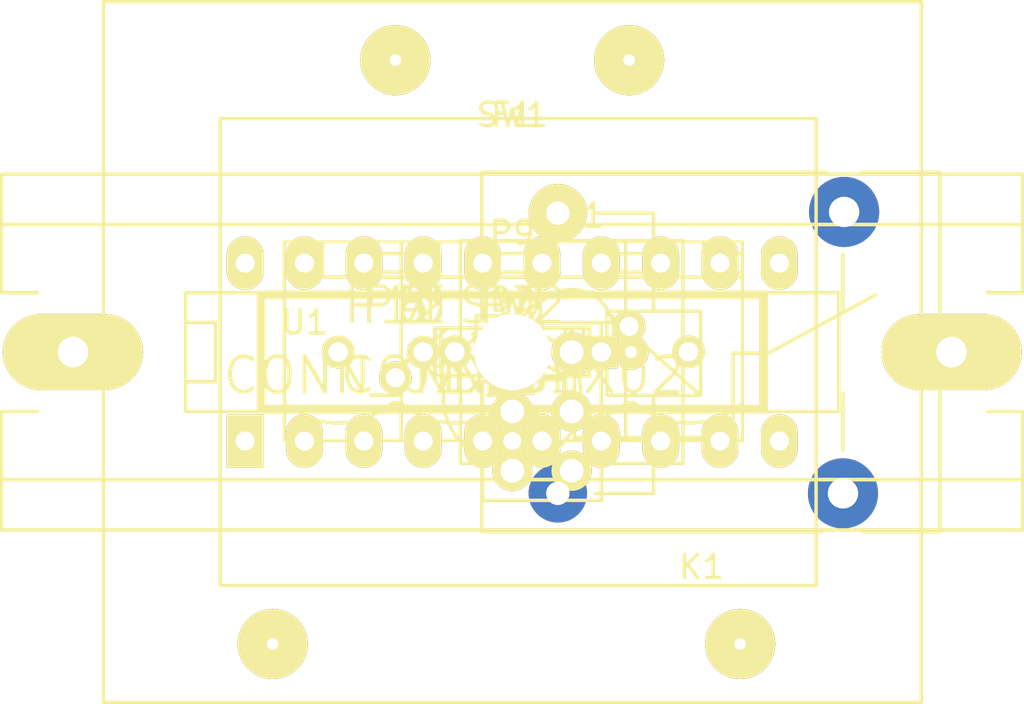
<source format=kicad_pcb>
(kicad_pcb (version 4) (host pcbnew 4.0.0-rc2-stable)

  (general
    (links 92)
    (no_connects 57)
    (area 0 0 0 0)
    (thickness 1.6)
    (drawings 0)
    (tracks 0)
    (zones 0)
    (modules 39)
    (nets 77)
  )

  (page A4)
  (layers
    (0 F.Cu signal)
    (31 B.Cu signal)
    (32 B.Adhes user)
    (33 F.Adhes user)
    (34 B.Paste user)
    (35 F.Paste user)
    (36 B.SilkS user)
    (37 F.SilkS user)
    (38 B.Mask user)
    (39 F.Mask user)
    (40 Dwgs.User user)
    (41 Cmts.User user)
    (42 Eco1.User user)
    (43 Eco2.User user)
    (44 Edge.Cuts user)
    (45 Margin user)
    (46 B.CrtYd user)
    (47 F.CrtYd user)
    (48 B.Fab user)
    (49 F.Fab user)
  )

  (setup
    (last_trace_width 0.254)
    (trace_clearance 0.254)
    (zone_clearance 0.508)
    (zone_45_only no)
    (trace_min 0.254)
    (segment_width 0.2)
    (edge_width 0.1)
    (via_size 0.889)
    (via_drill 0.635)
    (via_min_size 0.889)
    (via_min_drill 0.508)
    (uvia_size 0.508)
    (uvia_drill 0.127)
    (uvias_allowed no)
    (uvia_min_size 0.508)
    (uvia_min_drill 0.127)
    (pcb_text_width 0.3)
    (pcb_text_size 1.5 1.5)
    (mod_edge_width 0.15)
    (mod_text_size 1 1)
    (mod_text_width 0.15)
    (pad_size 1.5748 2.286)
    (pad_drill 0.8128)
    (pad_to_mask_clearance 0)
    (aux_axis_origin 0 0)
    (visible_elements FFFFF77F)
    (pcbplotparams
      (layerselection 0x00030_80000001)
      (usegerberextensions false)
      (excludeedgelayer true)
      (linewidth 0.100000)
      (plotframeref false)
      (viasonmask false)
      (mode 1)
      (useauxorigin false)
      (hpglpennumber 1)
      (hpglpenspeed 20)
      (hpglpendiameter 15)
      (hpglpenoverlay 2)
      (psnegative false)
      (psa4output false)
      (plotreference true)
      (plotvalue true)
      (plotinvisibletext false)
      (padsonsilk false)
      (subtractmaskfromsilk false)
      (outputformat 1)
      (mirror false)
      (drillshape 1)
      (scaleselection 1)
      (outputdirectory ""))
  )

  (net 0 "")
  (net 1 /vreg)
  (net 2 GND)
  (net 3 /RESET)
  (net 4 "Net-(D1-Pad2)")
  (net 5 "Net-(D1-Pad4)")
  (net 6 "Net-(D3-Pad2)")
  (net 7 /BDM)
  (net 8 "Net-(P9-Pad3)")
  (net 9 "Net-(P9-Pad5)")
  (net 10 "Net-(R2-Pad2)")
  (net 11 "Net-(U1-Pad20)")
  (net 12 "Net-(D2-Pad1)")
  (net 13 "Net-(D3-Pad1)")
  (net 14 "Net-(D3-Pad3)")
  (net 15 "Net-(D3-Pad4)")
  (net 16 "Net-(F1-Pad2)")
  (net 17 /L)
  (net 18 /NA)
  (net 19 /C)
  (net 20 /NC)
  (net 21 /N)
  (net 22 "Net-(P2-Pad2)")
  (net 23 "Net-(P3-Pad4)")
  (net 24 "Net-(P3-Pad2)")
  (net 25 "Net-(P4-Pad4)")
  (net 26 "Net-(P4-Pad2)")
  (net 27 "Net-(P5-Pad4)")
  (net 28 "Net-(P5-Pad2)")
  (net 29 "Net-(P7-Pad1)")
  (net 30 "Net-(P7-Pad3)")
  (net 31 "Net-(P7-Pad4)")
  (net 32 "Net-(P7-Pad2)")
  (net 33 "Net-(P8-Pad1)")
  (net 34 "Net-(P8-Pad3)")
  (net 35 "Net-(P8-Pad4)")
  (net 36 "Net-(P8-Pad2)")
  (net 37 "Net-(P10-Pad1)")
  (net 38 "Net-(P10-Pad3)")
  (net 39 "Net-(P10-Pad4)")
  (net 40 "Net-(P10-Pad2)")
  (net 41 "Net-(P11-Pad1)")
  (net 42 "Net-(P11-Pad3)")
  (net 43 "Net-(P11-Pad4)")
  (net 44 "Net-(P11-Pad2)")
  (net 45 "Net-(P12-Pad1)")
  (net 46 "Net-(P12-Pad3)")
  (net 47 "Net-(P12-Pad4)")
  (net 48 "Net-(P12-Pad2)")
  (net 49 "Net-(P13-Pad1)")
  (net 50 "Net-(P13-Pad3)")
  (net 51 "Net-(P13-Pad4)")
  (net 52 "Net-(P13-Pad2)")
  (net 53 "Net-(Q1-Pad2)")
  (net 54 "Net-(R4-Pad1)")
  (net 55 "Net-(R5-Pad1)")
  (net 56 "Net-(R6-Pad1)")
  (net 57 "Net-(R7-Pad1)")
  (net 58 "Net-(R8-Pad1)")
  (net 59 "Net-(R9-Pad1)")
  (net 60 "Net-(R10-Pad1)")
  (net 61 "Net-(R11-Pad1)")
  (net 62 "Net-(R12-Pad1)")
  (net 63 "Net-(R14-Pad1)")
  (net 64 "Net-(R15-Pad1)")
  (net 65 "Net-(R16-Pad1)")
  (net 66 /ST)
  (net 67 "Net-(U1-Pad5)")
  (net 68 "Net-(U1-Pad6)")
  (net 69 "Net-(U1-Pad7)")
  (net 70 "Net-(U1-Pad8)")
  (net 71 "Net-(U1-Pad15)")
  (net 72 "Net-(U1-Pad16)")
  (net 73 "Net-(U1-Pad17)")
  (net 74 "Net-(U1-Pad18)")
  (net 75 "Net-(U1-Pad19)")
  (net 76 "Net-(VR1-Pad1)")

  (net_class Default "This is the default net class."
    (clearance 0.254)
    (trace_width 0.254)
    (via_dia 0.889)
    (via_drill 0.635)
    (uvia_dia 0.508)
    (uvia_drill 0.127)
    (add_net /BDM)
    (add_net /C)
    (add_net /L)
    (add_net /N)
    (add_net /NA)
    (add_net /NC)
    (add_net /RESET)
    (add_net /ST)
    (add_net /vreg)
    (add_net GND)
    (add_net "Net-(D1-Pad2)")
    (add_net "Net-(D1-Pad4)")
    (add_net "Net-(D2-Pad1)")
    (add_net "Net-(D3-Pad1)")
    (add_net "Net-(D3-Pad2)")
    (add_net "Net-(D3-Pad3)")
    (add_net "Net-(D3-Pad4)")
    (add_net "Net-(F1-Pad2)")
    (add_net "Net-(P10-Pad1)")
    (add_net "Net-(P10-Pad2)")
    (add_net "Net-(P10-Pad3)")
    (add_net "Net-(P10-Pad4)")
    (add_net "Net-(P11-Pad1)")
    (add_net "Net-(P11-Pad2)")
    (add_net "Net-(P11-Pad3)")
    (add_net "Net-(P11-Pad4)")
    (add_net "Net-(P12-Pad1)")
    (add_net "Net-(P12-Pad2)")
    (add_net "Net-(P12-Pad3)")
    (add_net "Net-(P12-Pad4)")
    (add_net "Net-(P13-Pad1)")
    (add_net "Net-(P13-Pad2)")
    (add_net "Net-(P13-Pad3)")
    (add_net "Net-(P13-Pad4)")
    (add_net "Net-(P2-Pad2)")
    (add_net "Net-(P3-Pad2)")
    (add_net "Net-(P3-Pad4)")
    (add_net "Net-(P4-Pad2)")
    (add_net "Net-(P4-Pad4)")
    (add_net "Net-(P5-Pad2)")
    (add_net "Net-(P5-Pad4)")
    (add_net "Net-(P7-Pad1)")
    (add_net "Net-(P7-Pad2)")
    (add_net "Net-(P7-Pad3)")
    (add_net "Net-(P7-Pad4)")
    (add_net "Net-(P8-Pad1)")
    (add_net "Net-(P8-Pad2)")
    (add_net "Net-(P8-Pad3)")
    (add_net "Net-(P8-Pad4)")
    (add_net "Net-(P9-Pad3)")
    (add_net "Net-(P9-Pad5)")
    (add_net "Net-(Q1-Pad2)")
    (add_net "Net-(R10-Pad1)")
    (add_net "Net-(R11-Pad1)")
    (add_net "Net-(R12-Pad1)")
    (add_net "Net-(R14-Pad1)")
    (add_net "Net-(R15-Pad1)")
    (add_net "Net-(R16-Pad1)")
    (add_net "Net-(R2-Pad2)")
    (add_net "Net-(R4-Pad1)")
    (add_net "Net-(R5-Pad1)")
    (add_net "Net-(R6-Pad1)")
    (add_net "Net-(R7-Pad1)")
    (add_net "Net-(R8-Pad1)")
    (add_net "Net-(R9-Pad1)")
    (add_net "Net-(U1-Pad15)")
    (add_net "Net-(U1-Pad16)")
    (add_net "Net-(U1-Pad17)")
    (add_net "Net-(U1-Pad18)")
    (add_net "Net-(U1-Pad19)")
    (add_net "Net-(U1-Pad20)")
    (add_net "Net-(U1-Pad5)")
    (add_net "Net-(U1-Pad6)")
    (add_net "Net-(U1-Pad7)")
    (add_net "Net-(U1-Pad8)")
    (add_net "Net-(VR1-Pad1)")
  )

  (module Discret:D3 (layer F.Cu) (tedit 0) (tstamp 564DE6AA)
    (at 148.5011 105.0036)
    (descr "Diode 3 pas")
    (tags "DIODE DEV")
    (path /564DFE9E)
    (fp_text reference D2 (at 0 0) (layer F.SilkS)
      (effects (font (size 1 1) (thickness 0.15)))
    )
    (fp_text value 1N4001 (at 0 0) (layer F.Fab)
      (effects (font (size 1 1) (thickness 0.15)))
    )
    (fp_line (start 3.81 0) (end 3.048 0) (layer F.SilkS) (width 0.15))
    (fp_line (start 3.048 0) (end 3.048 -1.016) (layer F.SilkS) (width 0.15))
    (fp_line (start 3.048 -1.016) (end -3.048 -1.016) (layer F.SilkS) (width 0.15))
    (fp_line (start -3.048 -1.016) (end -3.048 0) (layer F.SilkS) (width 0.15))
    (fp_line (start -3.048 0) (end -3.81 0) (layer F.SilkS) (width 0.15))
    (fp_line (start -3.048 0) (end -3.048 1.016) (layer F.SilkS) (width 0.15))
    (fp_line (start -3.048 1.016) (end 3.048 1.016) (layer F.SilkS) (width 0.15))
    (fp_line (start 3.048 1.016) (end 3.048 0) (layer F.SilkS) (width 0.15))
    (fp_line (start 2.54 -1.016) (end 2.54 1.016) (layer F.SilkS) (width 0.15))
    (fp_line (start 2.286 1.016) (end 2.286 -1.016) (layer F.SilkS) (width 0.15))
    (pad 1 thru_hole rect (at 3.81 0) (size 1.397 1.397) (drill 0.8128) (layers *.Cu *.Mask F.SilkS)
      (net 12 "Net-(D2-Pad1)"))
    (pad 2 thru_hole circle (at -3.81 0) (size 1.397 1.397) (drill 0.8128) (layers *.Cu *.Mask F.SilkS)
      (net 1 /vreg))
    (model Discret.3dshapes/D3.wrl
      (at (xyz 0 0 0))
      (scale (xyz 0.3 0.3 0.3))
      (rotate (xyz 0 0 0))
    )
  )

  (module LEDs:LED-RGB-5MM_Common_Cathode (layer F.Cu) (tedit 55A0859C) (tstamp 564DE6B6)
    (at 148.5011 105.0036)
    (descr "5mm common cathode RGB LED")
    (tags "RGB LED 5mm Common Cathode")
    (path /564EF2B5)
    (fp_text reference D3 (at 0 -2.25) (layer F.SilkS)
      (effects (font (size 1 1) (thickness 0.15)))
    )
    (fp_text value Led_RGB_CA (at 0 6.25) (layer F.Fab)
      (effects (font (size 1 1) (thickness 0.15)))
    )
    (fp_circle (center 0 1.905) (end 3.2 1.905) (layer F.CrtYd) (width 0.05))
    (fp_line (start -1.1 -0.595) (end -1.55 -0.595) (layer F.SilkS) (width 0.15))
    (fp_circle (center 0 1.905) (end 2.95 1.905) (layer F.SilkS) (width 0.15))
    (fp_line (start 1.1 -0.595) (end 1.55 -0.595) (layer F.SilkS) (width 0.15))
    (pad 1 thru_hole oval (at 0 0) (size 1.905 1.1176) (drill 0.762) (layers *.Cu *.Mask F.SilkS)
      (net 13 "Net-(D3-Pad1)"))
    (pad 2 thru_hole rect (at 0 1.27) (size 1.905 1.1176) (drill 0.762) (layers *.Cu *.Mask F.SilkS)
      (net 6 "Net-(D3-Pad2)"))
    (pad 3 thru_hole oval (at 0 2.54) (size 1.905 1.1176) (drill 0.762) (layers *.Cu *.Mask F.SilkS)
      (net 14 "Net-(D3-Pad3)"))
    (pad 4 thru_hole oval (at 0 3.81) (size 1.905 1.1176) (drill 0.762) (layers *.Cu *.Mask F.SilkS)
      (net 15 "Net-(D3-Pad4)"))
  )

  (module Fuse_Holders_and_Fuses:Fuseholder6x32_Horiz_Open_Schurter0031-8002 (layer F.Cu) (tedit 0) (tstamp 564DE6C9)
    (at 148.5011 105.0036)
    (descr "Fuseholder, horizontal, open, 6x32, Schurter, 0031.8002,")
    (tags "Fuseholder, horizontal, open, 6x32, Schurter, 0031.8002, Sicherungshalter,")
    (path /564ECDE2)
    (fp_text reference F1 (at 0 -10.16) (layer F.SilkS)
      (effects (font (size 1 1) (thickness 0.15)))
    )
    (fp_text value FUSE (at -1.27 11.43) (layer F.Fab)
      (effects (font (size 1 1) (thickness 0.15)))
    )
    (fp_line (start -21.844 2.54) (end -21.844 7.62) (layer F.SilkS) (width 0.15))
    (fp_line (start -21.844 -7.62) (end -21.844 -2.54) (layer F.SilkS) (width 0.15))
    (fp_line (start -21.844 -2.54) (end -20.32 -2.54) (layer F.SilkS) (width 0.15))
    (fp_line (start -20.32 2.54) (end -21.844 2.54) (layer F.SilkS) (width 0.15))
    (fp_line (start 21.844 2.54) (end 21.844 7.62) (layer F.SilkS) (width 0.15))
    (fp_line (start 21.844 -7.62) (end 21.844 -2.54) (layer F.SilkS) (width 0.15))
    (fp_line (start 21.844 -2.54) (end 20.32 -2.54) (layer F.SilkS) (width 0.15))
    (fp_line (start 20.32 2.54) (end 21.844 2.54) (layer F.SilkS) (width 0.15))
    (fp_line (start -21.844 -5.461) (end 21.844 -5.461) (layer F.SilkS) (width 0.15))
    (fp_line (start 21.844 5.461) (end -21.844 5.461) (layer F.SilkS) (width 0.15))
    (fp_line (start 21.844 7.62) (end -21.844 7.62) (layer F.SilkS) (width 0.15))
    (fp_line (start -21.844 -7.62) (end 21.844 -7.62) (layer F.SilkS) (width 0.15))
    (pad "" np_thru_hole circle (at 0 0) (size 3.2512 3.2512) (drill 3.2512) (layers *.Cu *.Mask F.SilkS))
    (pad 2 thru_hole oval (at 18.796 0 90) (size 3.2512 5.99948) (drill 1.30048) (layers *.Cu *.Mask F.SilkS)
      (net 16 "Net-(F1-Pad2)"))
    (pad 1 thru_hole oval (at -18.796 0 90) (size 3.2512 5.99948) (drill 1.30048) (layers *.Cu *.Mask F.SilkS)
      (net 17 /L))
  )

  (module Relays_ThroughHole:Relay_SANYOU_SRD_Series_Form_C (layer F.Cu) (tedit 5418D3EA) (tstamp 564DE6EB)
    (at 148.5011 105.0036)
    (descr "relay, Sanyou SRD series Form C")
    (path /5649FA70)
    (fp_text reference K1 (at 8.1 9.2) (layer F.SilkS)
      (effects (font (size 1 1) (thickness 0.15)))
    )
    (fp_text value RELAY (at 8 -9.6) (layer F.Fab)
      (effects (font (size 1 1) (thickness 0.15)))
    )
    (fp_line (start 15 7.7) (end 18.3 7.7) (layer F.SilkS) (width 0.15))
    (fp_line (start 18.3 7.7) (end 18.3 -7.7) (layer F.SilkS) (width 0.15))
    (fp_line (start 18.3 -7.7) (end 14.95 -7.7) (layer F.SilkS) (width 0.15))
    (fp_line (start -1.3 1.35) (end -1.3 7.7) (layer F.SilkS) (width 0.15))
    (fp_line (start -1.3 7.7) (end 13.25 7.7) (layer F.SilkS) (width 0.15))
    (fp_line (start -1.3 -1.4) (end -1.3 -7.7) (layer F.SilkS) (width 0.15))
    (fp_line (start -1.3 -7.7) (end 13.45 -7.7) (layer F.SilkS) (width 0.15))
    (fp_line (start -1.3 -7.65) (end -1.3 -1.4) (layer F.SilkS) (width 0.15))
    (fp_line (start 14.15 4.2) (end 14.15 1.75) (layer F.SilkS) (width 0.15))
    (fp_line (start 14.15 -4.2) (end 14.15 -1.7) (layer F.SilkS) (width 0.15))
    (fp_line (start 3.55 6.05) (end 6.05 6.05) (layer F.SilkS) (width 0.15))
    (fp_line (start 2.65 0.05) (end 1.85 0.05) (layer F.SilkS) (width 0.15))
    (fp_line (start 6.05 -5.95) (end 3.55 -5.95) (layer F.SilkS) (width 0.15))
    (fp_line (start 9.45 0.05) (end 10.95 0.05) (layer F.SilkS) (width 0.15))
    (fp_line (start 10.95 0.05) (end 15.55 -2.45) (layer F.SilkS) (width 0.15))
    (fp_line (start 9.45 3.65) (end 2.65 3.65) (layer F.SilkS) (width 0.15))
    (fp_line (start 9.45 0.05) (end 9.45 3.65) (layer F.SilkS) (width 0.15))
    (fp_line (start 2.65 0.05) (end 2.65 3.65) (layer F.SilkS) (width 0.15))
    (fp_line (start 6.05 -5.95) (end 6.05 -1.75) (layer F.SilkS) (width 0.15))
    (fp_line (start 6.05 1.85) (end 6.05 6.05) (layer F.SilkS) (width 0.15))
    (fp_line (start 8.05 1.85) (end 4.05 -1.75) (layer F.SilkS) (width 0.15))
    (fp_line (start 4.05 1.85) (end 4.05 -1.75) (layer F.SilkS) (width 0.15))
    (fp_line (start 4.05 -1.75) (end 8.05 -1.75) (layer F.SilkS) (width 0.15))
    (fp_line (start 8.05 -1.75) (end 8.05 1.85) (layer F.SilkS) (width 0.15))
    (fp_line (start 8.05 1.85) (end 4.05 1.85) (layer F.SilkS) (width 0.15))
    (pad 2 thru_hole circle (at 1.95 6.05 90) (size 2.5 2.5) (drill 1) (layers *.Cu *.Mask))
    (pad 3 thru_hole circle (at 14.15 6.05 90) (size 3 3) (drill 1.3) (layers *.Cu *.Mask)
      (net 18 /NA))
    (pad 4 thru_hole circle (at 14.2 -6 90) (size 3 3) (drill 1.3) (layers *.Cu *.Mask)
      (net 19 /C))
    (pad 5 thru_hole circle (at 1.95 -5.95 90) (size 2.5 2.5) (drill 1) (layers *.Cu *.Mask F.SilkS))
    (pad 1 thru_hole circle (at 0 0 90) (size 3 3) (drill 1.3) (layers *.Cu *.Mask)
      (net 20 /NC))
    (model Relays_ThroughHole.3dshapes/Relay_SANYOU_SRD_Series_Form_C.wrl
      (at (xyz 0 0 0))
      (scale (xyz 1 1 1))
      (rotate (xyz 0 0 0))
    )
  )

  (module locales:PHOENIX_MSTBA2,54-G_2 (layer F.Cu) (tedit 51967F3B) (tstamp 564DE721)
    (at 148.5011 105.0036)
    (path /564C7DE5)
    (attr virtual)
    (fp_text reference P1 (at 0 -2) (layer F.SilkS)
      (effects (font (thickness 0.15)))
    )
    (fp_text value CONN_01X02 (at 0 1) (layer F.SilkS)
      (effects (font (thickness 0.15)))
    )
    (fp_line (start 4.85 -4.72) (end 4.85 3.78) (layer F.SilkS) (width 0.127))
    (fp_line (start -4.75 -4.72) (end -4.75 3.78) (layer F.SilkS) (width 0.127))
    (fp_line (start -0.15 2.18) (end 0.25 2.18) (layer F.SilkS) (width 0.127))
    (fp_arc (start 2.55 -0.46958) (end 4.8487 2.17964) (angle 81.9) (layer F.SilkS) (width 0.127))
    (fp_line (start 1.55178 -3.41852) (end 1.9023 -3.21786) (layer F.SilkS) (width 0.127))
    (fp_line (start 3.54822 -3.41852) (end 3.1977 -3.21786) (layer F.SilkS) (width 0.127))
    (fp_line (start 3.54822 -3.41852) (end 4.85 -3.41852) (layer F.SilkS) (width 0.127))
    (fp_line (start 1.55178 -3.41852) (end -1.3489 -3.41852) (layer F.SilkS) (width 0.127))
    (fp_line (start 1.9023 -4.719) (end 1.9023 -3.21786) (layer F.SilkS) (width 0.127))
    (fp_line (start 3.1977 -4.719) (end 3.1977 -3.21786) (layer F.SilkS) (width 0.127))
    (fp_line (start 3.1977 -3.21786) (end 3.54822 -3.21786) (layer F.SilkS) (width 0.127))
    (fp_line (start 1.9023 -3.21786) (end 3.1977 -3.21786) (layer F.SilkS) (width 0.127))
    (fp_line (start 1.55178 -3.21786) (end 1.9023 -3.21786) (layer F.SilkS) (width 0.127))
    (fp_line (start 4.85 3.77984) (end -4.7489 3.77984) (layer F.SilkS) (width 0.127))
    (fp_line (start 3.54822 -4.21862) (end 4.85 -4.21862) (layer F.SilkS) (width 0.127))
    (fp_line (start 1.55178 -4.21862) (end -1.3489 -4.21862) (layer F.SilkS) (width 0.127))
    (fp_line (start 3.1977 -4.719) (end 4.85 -4.719) (layer F.SilkS) (width 0.127))
    (fp_line (start 1.9023 -4.719) (end 3.1977 -4.719) (layer F.SilkS) (width 0.127))
    (fp_line (start -1.3489 -4.719) (end 1.9023 -4.719) (layer F.SilkS) (width 0.127))
    (fp_line (start 3.54822 -4.21862) (end 3.54822 -3.41852) (layer F.SilkS) (width 0.127))
    (fp_line (start 3.1977 -4.719) (end 3.54822 -4.21862) (layer F.SilkS) (width 0.127))
    (fp_line (start 1.55178 -4.21862) (end 1.9023 -4.719) (layer F.SilkS) (width 0.127))
    (fp_line (start 1.55178 -3.41852) (end 1.55178 -4.21862) (layer F.SilkS) (width 0.127))
    (fp_line (start 1.55178 -3.21786) (end -1.3489 -3.21786) (layer F.SilkS) (width 0.127))
    (fp_line (start 3.54822 -3.21786) (end 4.85 -3.21786) (layer F.SilkS) (width 0.127))
    (fp_line (start -1.45178 -3.21786) (end 1.4489 -3.21786) (layer F.SilkS) (width 0.127))
    (fp_line (start -3.44822 -3.21786) (end -4.75 -3.21786) (layer F.SilkS) (width 0.127))
    (fp_line (start -3.44822 -3.41852) (end -3.44822 -4.21862) (layer F.SilkS) (width 0.127))
    (fp_line (start -3.44822 -4.21862) (end -3.0977 -4.719) (layer F.SilkS) (width 0.127))
    (fp_line (start -1.8023 -4.719) (end -1.45178 -4.21862) (layer F.SilkS) (width 0.127))
    (fp_line (start -1.45178 -4.21862) (end -1.45178 -3.41852) (layer F.SilkS) (width 0.127))
    (fp_line (start -4.75 -4.719) (end -3.0977 -4.719) (layer F.SilkS) (width 0.127))
    (fp_line (start -3.0977 -4.719) (end -1.8023 -4.719) (layer F.SilkS) (width 0.127))
    (fp_line (start -1.8023 -4.719) (end 1.4489 -4.719) (layer F.SilkS) (width 0.127))
    (fp_line (start -3.44822 -4.21862) (end -4.75 -4.21862) (layer F.SilkS) (width 0.127))
    (fp_line (start -1.45178 -4.21862) (end 1.4489 -4.21862) (layer F.SilkS) (width 0.127))
    (fp_line (start -3.44822 -3.21786) (end -3.0977 -3.21786) (layer F.SilkS) (width 0.127))
    (fp_line (start -3.0977 -3.21786) (end -1.8023 -3.21786) (layer F.SilkS) (width 0.127))
    (fp_line (start -1.8023 -3.21786) (end -1.45178 -3.21786) (layer F.SilkS) (width 0.127))
    (fp_line (start -1.8023 -4.719) (end -1.8023 -3.21786) (layer F.SilkS) (width 0.127))
    (fp_line (start -3.0977 -4.719) (end -3.0977 -3.21786) (layer F.SilkS) (width 0.127))
    (fp_line (start -3.44822 -3.41852) (end -4.75 -3.41852) (layer F.SilkS) (width 0.127))
    (fp_line (start -1.45178 -3.41852) (end 1.4489 -3.41852) (layer F.SilkS) (width 0.127))
    (fp_line (start -1.45178 -3.41852) (end -1.8023 -3.21786) (layer F.SilkS) (width 0.127))
    (fp_line (start -3.44822 -3.41852) (end -3.0977 -3.21786) (layer F.SilkS) (width 0.127))
    (fp_arc (start -2.45 -0.46958) (end -0.1513 2.17964) (angle 81.9) (layer F.SilkS) (width 0.127))
    (pad 1 thru_hole rect (at 2.55 -0.02) (size 2.54 0) (drill 1.29794) (layers *.Cu F.Paste F.SilkS F.Mask)
      (net 21 /N))
    (pad 1 thru_hole rect (at -2.45 -0.02) (size 2.54 0) (drill 1.29794) (layers *.Cu F.Paste F.SilkS F.Mask)
      (net 21 /N))
    (pad 1 thru_hole circle (at -2.45 0) (size 1.397 1.397) (drill 0.8128) (layers *.Cu *.Mask F.SilkS)
      (net 21 /N))
    (pad 2 thru_hole circle (at 2.54 -0.01) (size 1.397 1.397) (drill 0.8128) (layers *.Cu *.Mask F.SilkS)
      (net 17 /L))
  )

  (module locales:PHOENIX_MSTBA2,54-G_2 (layer F.Cu) (tedit 51967F3B) (tstamp 564DE757)
    (at 148.5011 105.0036)
    (path /564E4406)
    (attr virtual)
    (fp_text reference P2 (at 0 -2) (layer F.SilkS)
      (effects (font (thickness 0.15)))
    )
    (fp_text value CONN_01X02 (at 0 1) (layer F.SilkS)
      (effects (font (thickness 0.15)))
    )
    (fp_line (start 4.85 -4.72) (end 4.85 3.78) (layer F.SilkS) (width 0.127))
    (fp_line (start -4.75 -4.72) (end -4.75 3.78) (layer F.SilkS) (width 0.127))
    (fp_line (start -0.15 2.18) (end 0.25 2.18) (layer F.SilkS) (width 0.127))
    (fp_arc (start 2.55 -0.46958) (end 4.8487 2.17964) (angle 81.9) (layer F.SilkS) (width 0.127))
    (fp_line (start 1.55178 -3.41852) (end 1.9023 -3.21786) (layer F.SilkS) (width 0.127))
    (fp_line (start 3.54822 -3.41852) (end 3.1977 -3.21786) (layer F.SilkS) (width 0.127))
    (fp_line (start 3.54822 -3.41852) (end 4.85 -3.41852) (layer F.SilkS) (width 0.127))
    (fp_line (start 1.55178 -3.41852) (end -1.3489 -3.41852) (layer F.SilkS) (width 0.127))
    (fp_line (start 1.9023 -4.719) (end 1.9023 -3.21786) (layer F.SilkS) (width 0.127))
    (fp_line (start 3.1977 -4.719) (end 3.1977 -3.21786) (layer F.SilkS) (width 0.127))
    (fp_line (start 3.1977 -3.21786) (end 3.54822 -3.21786) (layer F.SilkS) (width 0.127))
    (fp_line (start 1.9023 -3.21786) (end 3.1977 -3.21786) (layer F.SilkS) (width 0.127))
    (fp_line (start 1.55178 -3.21786) (end 1.9023 -3.21786) (layer F.SilkS) (width 0.127))
    (fp_line (start 4.85 3.77984) (end -4.7489 3.77984) (layer F.SilkS) (width 0.127))
    (fp_line (start 3.54822 -4.21862) (end 4.85 -4.21862) (layer F.SilkS) (width 0.127))
    (fp_line (start 1.55178 -4.21862) (end -1.3489 -4.21862) (layer F.SilkS) (width 0.127))
    (fp_line (start 3.1977 -4.719) (end 4.85 -4.719) (layer F.SilkS) (width 0.127))
    (fp_line (start 1.9023 -4.719) (end 3.1977 -4.719) (layer F.SilkS) (width 0.127))
    (fp_line (start -1.3489 -4.719) (end 1.9023 -4.719) (layer F.SilkS) (width 0.127))
    (fp_line (start 3.54822 -4.21862) (end 3.54822 -3.41852) (layer F.SilkS) (width 0.127))
    (fp_line (start 3.1977 -4.719) (end 3.54822 -4.21862) (layer F.SilkS) (width 0.127))
    (fp_line (start 1.55178 -4.21862) (end 1.9023 -4.719) (layer F.SilkS) (width 0.127))
    (fp_line (start 1.55178 -3.41852) (end 1.55178 -4.21862) (layer F.SilkS) (width 0.127))
    (fp_line (start 1.55178 -3.21786) (end -1.3489 -3.21786) (layer F.SilkS) (width 0.127))
    (fp_line (start 3.54822 -3.21786) (end 4.85 -3.21786) (layer F.SilkS) (width 0.127))
    (fp_line (start -1.45178 -3.21786) (end 1.4489 -3.21786) (layer F.SilkS) (width 0.127))
    (fp_line (start -3.44822 -3.21786) (end -4.75 -3.21786) (layer F.SilkS) (width 0.127))
    (fp_line (start -3.44822 -3.41852) (end -3.44822 -4.21862) (layer F.SilkS) (width 0.127))
    (fp_line (start -3.44822 -4.21862) (end -3.0977 -4.719) (layer F.SilkS) (width 0.127))
    (fp_line (start -1.8023 -4.719) (end -1.45178 -4.21862) (layer F.SilkS) (width 0.127))
    (fp_line (start -1.45178 -4.21862) (end -1.45178 -3.41852) (layer F.SilkS) (width 0.127))
    (fp_line (start -4.75 -4.719) (end -3.0977 -4.719) (layer F.SilkS) (width 0.127))
    (fp_line (start -3.0977 -4.719) (end -1.8023 -4.719) (layer F.SilkS) (width 0.127))
    (fp_line (start -1.8023 -4.719) (end 1.4489 -4.719) (layer F.SilkS) (width 0.127))
    (fp_line (start -3.44822 -4.21862) (end -4.75 -4.21862) (layer F.SilkS) (width 0.127))
    (fp_line (start -1.45178 -4.21862) (end 1.4489 -4.21862) (layer F.SilkS) (width 0.127))
    (fp_line (start -3.44822 -3.21786) (end -3.0977 -3.21786) (layer F.SilkS) (width 0.127))
    (fp_line (start -3.0977 -3.21786) (end -1.8023 -3.21786) (layer F.SilkS) (width 0.127))
    (fp_line (start -1.8023 -3.21786) (end -1.45178 -3.21786) (layer F.SilkS) (width 0.127))
    (fp_line (start -1.8023 -4.719) (end -1.8023 -3.21786) (layer F.SilkS) (width 0.127))
    (fp_line (start -3.0977 -4.719) (end -3.0977 -3.21786) (layer F.SilkS) (width 0.127))
    (fp_line (start -3.44822 -3.41852) (end -4.75 -3.41852) (layer F.SilkS) (width 0.127))
    (fp_line (start -1.45178 -3.41852) (end 1.4489 -3.41852) (layer F.SilkS) (width 0.127))
    (fp_line (start -1.45178 -3.41852) (end -1.8023 -3.21786) (layer F.SilkS) (width 0.127))
    (fp_line (start -3.44822 -3.41852) (end -3.0977 -3.21786) (layer F.SilkS) (width 0.127))
    (fp_arc (start -2.45 -0.46958) (end -0.1513 2.17964) (angle 81.9) (layer F.SilkS) (width 0.127))
    (pad 1 thru_hole rect (at 2.55 -0.02) (size 2.54 0) (drill 1.29794) (layers *.Cu F.Paste F.SilkS F.Mask)
      (net 2 GND))
    (pad 1 thru_hole rect (at -2.45 -0.02) (size 2.54 0) (drill 1.29794) (layers *.Cu F.Paste F.SilkS F.Mask)
      (net 2 GND))
    (pad 1 thru_hole circle (at -2.45 0) (size 1.397 1.397) (drill 0.8128) (layers *.Cu *.Mask F.SilkS)
      (net 2 GND))
    (pad 2 thru_hole circle (at 2.54 -0.01) (size 1.397 1.397) (drill 0.8128) (layers *.Cu *.Mask F.SilkS)
      (net 22 "Net-(P2-Pad2)"))
  )

  (module locales:PHOENIX_MSTBA2,54-G_4 (layer F.Cu) (tedit 5452A382) (tstamp 564DE7C3)
    (at 148.5011 105.0036)
    (path /564D3913)
    (attr virtual)
    (fp_text reference P3 (at -5 -2) (layer F.SilkS)
      (effects (font (thickness 0.15)))
    )
    (fp_text value CONN_01X04 (at -5 1) (layer F.SilkS)
      (effects (font (thickness 0.15)))
    )
    (fp_line (start -0.12 3.78) (end 0.2 3.78) (layer F.SilkS) (width 0.127))
    (fp_line (start -0.14 2.16) (end 0.22 2.16) (layer F.SilkS) (width 0.127))
    (fp_line (start -0.14 -3.22) (end 0.23 -3.22) (layer F.SilkS) (width 0.127))
    (fp_line (start -0.14 -3.42) (end 0.2 -3.42) (layer F.SilkS) (width 0.127))
    (fp_line (start -0.12 -4.22) (end 0.2 -4.22) (layer F.SilkS) (width 0.127))
    (fp_line (start -0.12 -4.72) (end 0.21 -4.72) (layer F.SilkS) (width 0.127))
    (fp_line (start 9.85 -4.72) (end 9.85 3.78) (layer F.SilkS) (width 0.127))
    (fp_line (start 4.85 2.18) (end 5.25 2.18) (layer F.SilkS) (width 0.127))
    (fp_arc (start 7.55 -0.46958) (end 9.8487 2.17964) (angle 81.9) (layer F.SilkS) (width 0.127))
    (fp_line (start 6.55178 -3.41852) (end 6.9023 -3.21786) (layer F.SilkS) (width 0.127))
    (fp_line (start 8.54822 -3.41852) (end 8.1977 -3.21786) (layer F.SilkS) (width 0.127))
    (fp_line (start 8.54822 -3.41852) (end 9.85 -3.41852) (layer F.SilkS) (width 0.127))
    (fp_line (start 6.55178 -3.41852) (end 3.6511 -3.41852) (layer F.SilkS) (width 0.127))
    (fp_line (start 6.9023 -4.719) (end 6.9023 -3.21786) (layer F.SilkS) (width 0.127))
    (fp_line (start 8.1977 -4.719) (end 8.1977 -3.21786) (layer F.SilkS) (width 0.127))
    (fp_line (start 8.1977 -3.21786) (end 8.54822 -3.21786) (layer F.SilkS) (width 0.127))
    (fp_line (start 6.9023 -3.21786) (end 8.1977 -3.21786) (layer F.SilkS) (width 0.127))
    (fp_line (start 6.55178 -3.21786) (end 6.9023 -3.21786) (layer F.SilkS) (width 0.127))
    (fp_line (start 9.85 3.77984) (end 0.2511 3.77984) (layer F.SilkS) (width 0.127))
    (fp_line (start 8.54822 -4.21862) (end 9.85 -4.21862) (layer F.SilkS) (width 0.127))
    (fp_line (start 6.55178 -4.21862) (end 3.6511 -4.21862) (layer F.SilkS) (width 0.127))
    (fp_line (start 8.1977 -4.719) (end 9.85 -4.719) (layer F.SilkS) (width 0.127))
    (fp_line (start 6.9023 -4.719) (end 8.1977 -4.719) (layer F.SilkS) (width 0.127))
    (fp_line (start 3.6511 -4.719) (end 6.9023 -4.719) (layer F.SilkS) (width 0.127))
    (fp_line (start 8.54822 -4.21862) (end 8.54822 -3.41852) (layer F.SilkS) (width 0.127))
    (fp_line (start 8.1977 -4.719) (end 8.54822 -4.21862) (layer F.SilkS) (width 0.127))
    (fp_line (start 6.55178 -4.21862) (end 6.9023 -4.719) (layer F.SilkS) (width 0.127))
    (fp_line (start 6.55178 -3.41852) (end 6.55178 -4.21862) (layer F.SilkS) (width 0.127))
    (fp_line (start 6.55178 -3.21786) (end 3.6511 -3.21786) (layer F.SilkS) (width 0.127))
    (fp_line (start 8.54822 -3.21786) (end 9.85 -3.21786) (layer F.SilkS) (width 0.127))
    (fp_line (start 3.54822 -3.21786) (end 6.4489 -3.21786) (layer F.SilkS) (width 0.127))
    (fp_line (start 1.55178 -3.21786) (end 0.25 -3.21786) (layer F.SilkS) (width 0.127))
    (fp_line (start 1.55178 -3.41852) (end 1.55178 -4.21862) (layer F.SilkS) (width 0.127))
    (fp_line (start 1.55178 -4.21862) (end 1.9023 -4.719) (layer F.SilkS) (width 0.127))
    (fp_line (start 3.1977 -4.719) (end 3.54822 -4.21862) (layer F.SilkS) (width 0.127))
    (fp_line (start 3.54822 -4.21862) (end 3.54822 -3.41852) (layer F.SilkS) (width 0.127))
    (fp_line (start 0.25 -4.719) (end 1.9023 -4.719) (layer F.SilkS) (width 0.127))
    (fp_line (start 1.9023 -4.719) (end 3.1977 -4.719) (layer F.SilkS) (width 0.127))
    (fp_line (start 3.1977 -4.719) (end 6.4489 -4.719) (layer F.SilkS) (width 0.127))
    (fp_line (start 1.55178 -4.21862) (end 0.25 -4.21862) (layer F.SilkS) (width 0.127))
    (fp_line (start 3.54822 -4.21862) (end 6.4489 -4.21862) (layer F.SilkS) (width 0.127))
    (fp_line (start 1.55178 -3.21786) (end 1.9023 -3.21786) (layer F.SilkS) (width 0.127))
    (fp_line (start 1.9023 -3.21786) (end 3.1977 -3.21786) (layer F.SilkS) (width 0.127))
    (fp_line (start 3.1977 -3.21786) (end 3.54822 -3.21786) (layer F.SilkS) (width 0.127))
    (fp_line (start 3.1977 -4.719) (end 3.1977 -3.21786) (layer F.SilkS) (width 0.127))
    (fp_line (start 1.9023 -4.719) (end 1.9023 -3.21786) (layer F.SilkS) (width 0.127))
    (fp_line (start 1.55178 -3.41852) (end 0.25 -3.41852) (layer F.SilkS) (width 0.127))
    (fp_line (start 3.54822 -3.41852) (end 6.4489 -3.41852) (layer F.SilkS) (width 0.127))
    (fp_line (start 3.54822 -3.41852) (end 3.1977 -3.21786) (layer F.SilkS) (width 0.127))
    (fp_line (start 1.55178 -3.41852) (end 1.9023 -3.21786) (layer F.SilkS) (width 0.127))
    (fp_arc (start 2.55 -0.46958) (end 4.8487 2.17964) (angle 81.9) (layer F.SilkS) (width 0.127))
    (fp_line (start -9.75 -4.72) (end -9.75 3.78) (layer F.SilkS) (width 0.127))
    (fp_line (start -5.15 2.18) (end -4.75 2.18) (layer F.SilkS) (width 0.127))
    (fp_arc (start -2.45 -0.46958) (end -0.1513 2.17964) (angle 81.9) (layer F.SilkS) (width 0.127))
    (fp_line (start -3.44822 -3.41852) (end -3.0977 -3.21786) (layer F.SilkS) (width 0.127))
    (fp_line (start -1.45178 -3.41852) (end -1.8023 -3.21786) (layer F.SilkS) (width 0.127))
    (fp_line (start -1.45178 -3.41852) (end -0.15 -3.41852) (layer F.SilkS) (width 0.127))
    (fp_line (start -3.44822 -3.41852) (end -6.3489 -3.41852) (layer F.SilkS) (width 0.127))
    (fp_line (start -3.0977 -4.719) (end -3.0977 -3.21786) (layer F.SilkS) (width 0.127))
    (fp_line (start -1.8023 -4.719) (end -1.8023 -3.21786) (layer F.SilkS) (width 0.127))
    (fp_line (start -1.8023 -3.21786) (end -1.45178 -3.21786) (layer F.SilkS) (width 0.127))
    (fp_line (start -3.0977 -3.21786) (end -1.8023 -3.21786) (layer F.SilkS) (width 0.127))
    (fp_line (start -3.44822 -3.21786) (end -3.0977 -3.21786) (layer F.SilkS) (width 0.127))
    (fp_line (start -0.15 3.77984) (end -9.7489 3.77984) (layer F.SilkS) (width 0.127))
    (fp_line (start -1.45178 -4.21862) (end -0.15 -4.21862) (layer F.SilkS) (width 0.127))
    (fp_line (start -3.44822 -4.21862) (end -6.3489 -4.21862) (layer F.SilkS) (width 0.127))
    (fp_line (start -1.8023 -4.719) (end -0.15 -4.719) (layer F.SilkS) (width 0.127))
    (fp_line (start -3.0977 -4.719) (end -1.8023 -4.719) (layer F.SilkS) (width 0.127))
    (fp_line (start -6.3489 -4.719) (end -3.0977 -4.719) (layer F.SilkS) (width 0.127))
    (fp_line (start -1.45178 -4.21862) (end -1.45178 -3.41852) (layer F.SilkS) (width 0.127))
    (fp_line (start -1.8023 -4.719) (end -1.45178 -4.21862) (layer F.SilkS) (width 0.127))
    (fp_line (start -3.44822 -4.21862) (end -3.0977 -4.719) (layer F.SilkS) (width 0.127))
    (fp_line (start -3.44822 -3.41852) (end -3.44822 -4.21862) (layer F.SilkS) (width 0.127))
    (fp_line (start -3.44822 -3.21786) (end -6.3489 -3.21786) (layer F.SilkS) (width 0.127))
    (fp_line (start -1.45178 -3.21786) (end -0.15 -3.21786) (layer F.SilkS) (width 0.127))
    (fp_line (start -6.45178 -3.21786) (end -3.5511 -3.21786) (layer F.SilkS) (width 0.127))
    (fp_line (start -8.44822 -3.21786) (end -9.75 -3.21786) (layer F.SilkS) (width 0.127))
    (fp_line (start -8.44822 -3.41852) (end -8.44822 -4.21862) (layer F.SilkS) (width 0.127))
    (fp_line (start -8.44822 -4.21862) (end -8.0977 -4.719) (layer F.SilkS) (width 0.127))
    (fp_line (start -6.8023 -4.719) (end -6.45178 -4.21862) (layer F.SilkS) (width 0.127))
    (fp_line (start -6.45178 -4.21862) (end -6.45178 -3.41852) (layer F.SilkS) (width 0.127))
    (fp_line (start -9.75 -4.719) (end -8.0977 -4.719) (layer F.SilkS) (width 0.127))
    (fp_line (start -8.0977 -4.719) (end -6.8023 -4.719) (layer F.SilkS) (width 0.127))
    (fp_line (start -6.8023 -4.719) (end -3.5511 -4.719) (layer F.SilkS) (width 0.127))
    (fp_line (start -8.44822 -4.21862) (end -9.75 -4.21862) (layer F.SilkS) (width 0.127))
    (fp_line (start -6.45178 -4.21862) (end -3.5511 -4.21862) (layer F.SilkS) (width 0.127))
    (fp_line (start -8.44822 -3.21786) (end -8.0977 -3.21786) (layer F.SilkS) (width 0.127))
    (fp_line (start -8.0977 -3.21786) (end -6.8023 -3.21786) (layer F.SilkS) (width 0.127))
    (fp_line (start -6.8023 -3.21786) (end -6.45178 -3.21786) (layer F.SilkS) (width 0.127))
    (fp_line (start -6.8023 -4.719) (end -6.8023 -3.21786) (layer F.SilkS) (width 0.127))
    (fp_line (start -8.0977 -4.719) (end -8.0977 -3.21786) (layer F.SilkS) (width 0.127))
    (fp_line (start -8.44822 -3.41852) (end -9.75 -3.41852) (layer F.SilkS) (width 0.127))
    (fp_line (start -6.45178 -3.41852) (end -3.5511 -3.41852) (layer F.SilkS) (width 0.127))
    (fp_line (start -6.45178 -3.41852) (end -6.8023 -3.21786) (layer F.SilkS) (width 0.127))
    (fp_line (start -8.44822 -3.41852) (end -8.0977 -3.21786) (layer F.SilkS) (width 0.127))
    (fp_arc (start -7.45 -0.46958) (end -5.1513 2.17964) (angle 81.9) (layer F.SilkS) (width 0.127))
    (pad 1 thru_hole rect (at 7.55 -0.02) (size 2.54 0) (drill 1.29794) (layers *.Cu F.Paste F.SilkS F.Mask)
      (net 1 /vreg))
    (pad 1 thru_hole rect (at 2.55 -0.02) (size 2.54 0) (drill 1.29794) (layers *.Cu F.Paste F.SilkS F.Mask)
      (net 1 /vreg))
    (pad 3 thru_hole circle (at 2.55 0) (size 1.397 1.397) (drill 0.8128) (layers *.Cu *.Mask F.SilkS)
      (net 1 /vreg))
    (pad 4 thru_hole circle (at 7.54 -0.01) (size 1.397 1.397) (drill 0.8128) (layers *.Cu *.Mask F.SilkS)
      (net 23 "Net-(P3-Pad4)"))
    (pad 1 thru_hole rect (at -2.45 -0.02) (size 2.54 0) (drill 1.29794) (layers *.Cu F.Paste F.SilkS F.Mask)
      (net 1 /vreg))
    (pad 1 thru_hole rect (at -7.45 -0.02) (size 2.54 0) (drill 1.29794) (layers *.Cu F.Paste F.SilkS F.Mask)
      (net 1 /vreg))
    (pad 1 thru_hole circle (at -7.45 0) (size 1.397 1.397) (drill 0.8128) (layers *.Cu *.Mask F.SilkS)
      (net 1 /vreg))
    (pad 2 thru_hole circle (at -2.46 -0.01) (size 1.397 1.397) (drill 0.8128) (layers *.Cu *.Mask F.SilkS)
      (net 24 "Net-(P3-Pad2)"))
  )

  (module locales:PHOENIX_MSTBA2,54-G_4 (layer F.Cu) (tedit 5452A382) (tstamp 564DE82F)
    (at 148.5011 105.0036)
    (path /564D4450)
    (attr virtual)
    (fp_text reference P4 (at -5 -2) (layer F.SilkS)
      (effects (font (thickness 0.15)))
    )
    (fp_text value CONN_01X04 (at -5 1) (layer F.SilkS)
      (effects (font (thickness 0.15)))
    )
    (fp_line (start -0.12 3.78) (end 0.2 3.78) (layer F.SilkS) (width 0.127))
    (fp_line (start -0.14 2.16) (end 0.22 2.16) (layer F.SilkS) (width 0.127))
    (fp_line (start -0.14 -3.22) (end 0.23 -3.22) (layer F.SilkS) (width 0.127))
    (fp_line (start -0.14 -3.42) (end 0.2 -3.42) (layer F.SilkS) (width 0.127))
    (fp_line (start -0.12 -4.22) (end 0.2 -4.22) (layer F.SilkS) (width 0.127))
    (fp_line (start -0.12 -4.72) (end 0.21 -4.72) (layer F.SilkS) (width 0.127))
    (fp_line (start 9.85 -4.72) (end 9.85 3.78) (layer F.SilkS) (width 0.127))
    (fp_line (start 4.85 2.18) (end 5.25 2.18) (layer F.SilkS) (width 0.127))
    (fp_arc (start 7.55 -0.46958) (end 9.8487 2.17964) (angle 81.9) (layer F.SilkS) (width 0.127))
    (fp_line (start 6.55178 -3.41852) (end 6.9023 -3.21786) (layer F.SilkS) (width 0.127))
    (fp_line (start 8.54822 -3.41852) (end 8.1977 -3.21786) (layer F.SilkS) (width 0.127))
    (fp_line (start 8.54822 -3.41852) (end 9.85 -3.41852) (layer F.SilkS) (width 0.127))
    (fp_line (start 6.55178 -3.41852) (end 3.6511 -3.41852) (layer F.SilkS) (width 0.127))
    (fp_line (start 6.9023 -4.719) (end 6.9023 -3.21786) (layer F.SilkS) (width 0.127))
    (fp_line (start 8.1977 -4.719) (end 8.1977 -3.21786) (layer F.SilkS) (width 0.127))
    (fp_line (start 8.1977 -3.21786) (end 8.54822 -3.21786) (layer F.SilkS) (width 0.127))
    (fp_line (start 6.9023 -3.21786) (end 8.1977 -3.21786) (layer F.SilkS) (width 0.127))
    (fp_line (start 6.55178 -3.21786) (end 6.9023 -3.21786) (layer F.SilkS) (width 0.127))
    (fp_line (start 9.85 3.77984) (end 0.2511 3.77984) (layer F.SilkS) (width 0.127))
    (fp_line (start 8.54822 -4.21862) (end 9.85 -4.21862) (layer F.SilkS) (width 0.127))
    (fp_line (start 6.55178 -4.21862) (end 3.6511 -4.21862) (layer F.SilkS) (width 0.127))
    (fp_line (start 8.1977 -4.719) (end 9.85 -4.719) (layer F.SilkS) (width 0.127))
    (fp_line (start 6.9023 -4.719) (end 8.1977 -4.719) (layer F.SilkS) (width 0.127))
    (fp_line (start 3.6511 -4.719) (end 6.9023 -4.719) (layer F.SilkS) (width 0.127))
    (fp_line (start 8.54822 -4.21862) (end 8.54822 -3.41852) (layer F.SilkS) (width 0.127))
    (fp_line (start 8.1977 -4.719) (end 8.54822 -4.21862) (layer F.SilkS) (width 0.127))
    (fp_line (start 6.55178 -4.21862) (end 6.9023 -4.719) (layer F.SilkS) (width 0.127))
    (fp_line (start 6.55178 -3.41852) (end 6.55178 -4.21862) (layer F.SilkS) (width 0.127))
    (fp_line (start 6.55178 -3.21786) (end 3.6511 -3.21786) (layer F.SilkS) (width 0.127))
    (fp_line (start 8.54822 -3.21786) (end 9.85 -3.21786) (layer F.SilkS) (width 0.127))
    (fp_line (start 3.54822 -3.21786) (end 6.4489 -3.21786) (layer F.SilkS) (width 0.127))
    (fp_line (start 1.55178 -3.21786) (end 0.25 -3.21786) (layer F.SilkS) (width 0.127))
    (fp_line (start 1.55178 -3.41852) (end 1.55178 -4.21862) (layer F.SilkS) (width 0.127))
    (fp_line (start 1.55178 -4.21862) (end 1.9023 -4.719) (layer F.SilkS) (width 0.127))
    (fp_line (start 3.1977 -4.719) (end 3.54822 -4.21862) (layer F.SilkS) (width 0.127))
    (fp_line (start 3.54822 -4.21862) (end 3.54822 -3.41852) (layer F.SilkS) (width 0.127))
    (fp_line (start 0.25 -4.719) (end 1.9023 -4.719) (layer F.SilkS) (width 0.127))
    (fp_line (start 1.9023 -4.719) (end 3.1977 -4.719) (layer F.SilkS) (width 0.127))
    (fp_line (start 3.1977 -4.719) (end 6.4489 -4.719) (layer F.SilkS) (width 0.127))
    (fp_line (start 1.55178 -4.21862) (end 0.25 -4.21862) (layer F.SilkS) (width 0.127))
    (fp_line (start 3.54822 -4.21862) (end 6.4489 -4.21862) (layer F.SilkS) (width 0.127))
    (fp_line (start 1.55178 -3.21786) (end 1.9023 -3.21786) (layer F.SilkS) (width 0.127))
    (fp_line (start 1.9023 -3.21786) (end 3.1977 -3.21786) (layer F.SilkS) (width 0.127))
    (fp_line (start 3.1977 -3.21786) (end 3.54822 -3.21786) (layer F.SilkS) (width 0.127))
    (fp_line (start 3.1977 -4.719) (end 3.1977 -3.21786) (layer F.SilkS) (width 0.127))
    (fp_line (start 1.9023 -4.719) (end 1.9023 -3.21786) (layer F.SilkS) (width 0.127))
    (fp_line (start 1.55178 -3.41852) (end 0.25 -3.41852) (layer F.SilkS) (width 0.127))
    (fp_line (start 3.54822 -3.41852) (end 6.4489 -3.41852) (layer F.SilkS) (width 0.127))
    (fp_line (start 3.54822 -3.41852) (end 3.1977 -3.21786) (layer F.SilkS) (width 0.127))
    (fp_line (start 1.55178 -3.41852) (end 1.9023 -3.21786) (layer F.SilkS) (width 0.127))
    (fp_arc (start 2.55 -0.46958) (end 4.8487 2.17964) (angle 81.9) (layer F.SilkS) (width 0.127))
    (fp_line (start -9.75 -4.72) (end -9.75 3.78) (layer F.SilkS) (width 0.127))
    (fp_line (start -5.15 2.18) (end -4.75 2.18) (layer F.SilkS) (width 0.127))
    (fp_arc (start -2.45 -0.46958) (end -0.1513 2.17964) (angle 81.9) (layer F.SilkS) (width 0.127))
    (fp_line (start -3.44822 -3.41852) (end -3.0977 -3.21786) (layer F.SilkS) (width 0.127))
    (fp_line (start -1.45178 -3.41852) (end -1.8023 -3.21786) (layer F.SilkS) (width 0.127))
    (fp_line (start -1.45178 -3.41852) (end -0.15 -3.41852) (layer F.SilkS) (width 0.127))
    (fp_line (start -3.44822 -3.41852) (end -6.3489 -3.41852) (layer F.SilkS) (width 0.127))
    (fp_line (start -3.0977 -4.719) (end -3.0977 -3.21786) (layer F.SilkS) (width 0.127))
    (fp_line (start -1.8023 -4.719) (end -1.8023 -3.21786) (layer F.SilkS) (width 0.127))
    (fp_line (start -1.8023 -3.21786) (end -1.45178 -3.21786) (layer F.SilkS) (width 0.127))
    (fp_line (start -3.0977 -3.21786) (end -1.8023 -3.21786) (layer F.SilkS) (width 0.127))
    (fp_line (start -3.44822 -3.21786) (end -3.0977 -3.21786) (layer F.SilkS) (width 0.127))
    (fp_line (start -0.15 3.77984) (end -9.7489 3.77984) (layer F.SilkS) (width 0.127))
    (fp_line (start -1.45178 -4.21862) (end -0.15 -4.21862) (layer F.SilkS) (width 0.127))
    (fp_line (start -3.44822 -4.21862) (end -6.3489 -4.21862) (layer F.SilkS) (width 0.127))
    (fp_line (start -1.8023 -4.719) (end -0.15 -4.719) (layer F.SilkS) (width 0.127))
    (fp_line (start -3.0977 -4.719) (end -1.8023 -4.719) (layer F.SilkS) (width 0.127))
    (fp_line (start -6.3489 -4.719) (end -3.0977 -4.719) (layer F.SilkS) (width 0.127))
    (fp_line (start -1.45178 -4.21862) (end -1.45178 -3.41852) (layer F.SilkS) (width 0.127))
    (fp_line (start -1.8023 -4.719) (end -1.45178 -4.21862) (layer F.SilkS) (width 0.127))
    (fp_line (start -3.44822 -4.21862) (end -3.0977 -4.719) (layer F.SilkS) (width 0.127))
    (fp_line (start -3.44822 -3.41852) (end -3.44822 -4.21862) (layer F.SilkS) (width 0.127))
    (fp_line (start -3.44822 -3.21786) (end -6.3489 -3.21786) (layer F.SilkS) (width 0.127))
    (fp_line (start -1.45178 -3.21786) (end -0.15 -3.21786) (layer F.SilkS) (width 0.127))
    (fp_line (start -6.45178 -3.21786) (end -3.5511 -3.21786) (layer F.SilkS) (width 0.127))
    (fp_line (start -8.44822 -3.21786) (end -9.75 -3.21786) (layer F.SilkS) (width 0.127))
    (fp_line (start -8.44822 -3.41852) (end -8.44822 -4.21862) (layer F.SilkS) (width 0.127))
    (fp_line (start -8.44822 -4.21862) (end -8.0977 -4.719) (layer F.SilkS) (width 0.127))
    (fp_line (start -6.8023 -4.719) (end -6.45178 -4.21862) (layer F.SilkS) (width 0.127))
    (fp_line (start -6.45178 -4.21862) (end -6.45178 -3.41852) (layer F.SilkS) (width 0.127))
    (fp_line (start -9.75 -4.719) (end -8.0977 -4.719) (layer F.SilkS) (width 0.127))
    (fp_line (start -8.0977 -4.719) (end -6.8023 -4.719) (layer F.SilkS) (width 0.127))
    (fp_line (start -6.8023 -4.719) (end -3.5511 -4.719) (layer F.SilkS) (width 0.127))
    (fp_line (start -8.44822 -4.21862) (end -9.75 -4.21862) (layer F.SilkS) (width 0.127))
    (fp_line (start -6.45178 -4.21862) (end -3.5511 -4.21862) (layer F.SilkS) (width 0.127))
    (fp_line (start -8.44822 -3.21786) (end -8.0977 -3.21786) (layer F.SilkS) (width 0.127))
    (fp_line (start -8.0977 -3.21786) (end -6.8023 -3.21786) (layer F.SilkS) (width 0.127))
    (fp_line (start -6.8023 -3.21786) (end -6.45178 -3.21786) (layer F.SilkS) (width 0.127))
    (fp_line (start -6.8023 -4.719) (end -6.8023 -3.21786) (layer F.SilkS) (width 0.127))
    (fp_line (start -8.0977 -4.719) (end -8.0977 -3.21786) (layer F.SilkS) (width 0.127))
    (fp_line (start -8.44822 -3.41852) (end -9.75 -3.41852) (layer F.SilkS) (width 0.127))
    (fp_line (start -6.45178 -3.41852) (end -3.5511 -3.41852) (layer F.SilkS) (width 0.127))
    (fp_line (start -6.45178 -3.41852) (end -6.8023 -3.21786) (layer F.SilkS) (width 0.127))
    (fp_line (start -8.44822 -3.41852) (end -8.0977 -3.21786) (layer F.SilkS) (width 0.127))
    (fp_arc (start -7.45 -0.46958) (end -5.1513 2.17964) (angle 81.9) (layer F.SilkS) (width 0.127))
    (pad 1 thru_hole rect (at 7.55 -0.02) (size 2.54 0) (drill 1.29794) (layers *.Cu F.Paste F.SilkS F.Mask)
      (net 1 /vreg))
    (pad 1 thru_hole rect (at 2.55 -0.02) (size 2.54 0) (drill 1.29794) (layers *.Cu F.Paste F.SilkS F.Mask)
      (net 1 /vreg))
    (pad 3 thru_hole circle (at 2.55 0) (size 1.397 1.397) (drill 0.8128) (layers *.Cu *.Mask F.SilkS)
      (net 1 /vreg))
    (pad 4 thru_hole circle (at 7.54 -0.01) (size 1.397 1.397) (drill 0.8128) (layers *.Cu *.Mask F.SilkS)
      (net 25 "Net-(P4-Pad4)"))
    (pad 1 thru_hole rect (at -2.45 -0.02) (size 2.54 0) (drill 1.29794) (layers *.Cu F.Paste F.SilkS F.Mask)
      (net 1 /vreg))
    (pad 1 thru_hole rect (at -7.45 -0.02) (size 2.54 0) (drill 1.29794) (layers *.Cu F.Paste F.SilkS F.Mask)
      (net 1 /vreg))
    (pad 1 thru_hole circle (at -7.45 0) (size 1.397 1.397) (drill 0.8128) (layers *.Cu *.Mask F.SilkS)
      (net 1 /vreg))
    (pad 2 thru_hole circle (at -2.46 -0.01) (size 1.397 1.397) (drill 0.8128) (layers *.Cu *.Mask F.SilkS)
      (net 26 "Net-(P4-Pad2)"))
  )

  (module locales:PHOENIX_MSTBA2,54-G_4 (layer F.Cu) (tedit 5452A382) (tstamp 564DE89B)
    (at 148.5011 105.0036)
    (path /564D3ACC)
    (attr virtual)
    (fp_text reference P5 (at -5 -2) (layer F.SilkS)
      (effects (font (thickness 0.15)))
    )
    (fp_text value CONN_01X04 (at -5 1) (layer F.SilkS)
      (effects (font (thickness 0.15)))
    )
    (fp_line (start -0.12 3.78) (end 0.2 3.78) (layer F.SilkS) (width 0.127))
    (fp_line (start -0.14 2.16) (end 0.22 2.16) (layer F.SilkS) (width 0.127))
    (fp_line (start -0.14 -3.22) (end 0.23 -3.22) (layer F.SilkS) (width 0.127))
    (fp_line (start -0.14 -3.42) (end 0.2 -3.42) (layer F.SilkS) (width 0.127))
    (fp_line (start -0.12 -4.22) (end 0.2 -4.22) (layer F.SilkS) (width 0.127))
    (fp_line (start -0.12 -4.72) (end 0.21 -4.72) (layer F.SilkS) (width 0.127))
    (fp_line (start 9.85 -4.72) (end 9.85 3.78) (layer F.SilkS) (width 0.127))
    (fp_line (start 4.85 2.18) (end 5.25 2.18) (layer F.SilkS) (width 0.127))
    (fp_arc (start 7.55 -0.46958) (end 9.8487 2.17964) (angle 81.9) (layer F.SilkS) (width 0.127))
    (fp_line (start 6.55178 -3.41852) (end 6.9023 -3.21786) (layer F.SilkS) (width 0.127))
    (fp_line (start 8.54822 -3.41852) (end 8.1977 -3.21786) (layer F.SilkS) (width 0.127))
    (fp_line (start 8.54822 -3.41852) (end 9.85 -3.41852) (layer F.SilkS) (width 0.127))
    (fp_line (start 6.55178 -3.41852) (end 3.6511 -3.41852) (layer F.SilkS) (width 0.127))
    (fp_line (start 6.9023 -4.719) (end 6.9023 -3.21786) (layer F.SilkS) (width 0.127))
    (fp_line (start 8.1977 -4.719) (end 8.1977 -3.21786) (layer F.SilkS) (width 0.127))
    (fp_line (start 8.1977 -3.21786) (end 8.54822 -3.21786) (layer F.SilkS) (width 0.127))
    (fp_line (start 6.9023 -3.21786) (end 8.1977 -3.21786) (layer F.SilkS) (width 0.127))
    (fp_line (start 6.55178 -3.21786) (end 6.9023 -3.21786) (layer F.SilkS) (width 0.127))
    (fp_line (start 9.85 3.77984) (end 0.2511 3.77984) (layer F.SilkS) (width 0.127))
    (fp_line (start 8.54822 -4.21862) (end 9.85 -4.21862) (layer F.SilkS) (width 0.127))
    (fp_line (start 6.55178 -4.21862) (end 3.6511 -4.21862) (layer F.SilkS) (width 0.127))
    (fp_line (start 8.1977 -4.719) (end 9.85 -4.719) (layer F.SilkS) (width 0.127))
    (fp_line (start 6.9023 -4.719) (end 8.1977 -4.719) (layer F.SilkS) (width 0.127))
    (fp_line (start 3.6511 -4.719) (end 6.9023 -4.719) (layer F.SilkS) (width 0.127))
    (fp_line (start 8.54822 -4.21862) (end 8.54822 -3.41852) (layer F.SilkS) (width 0.127))
    (fp_line (start 8.1977 -4.719) (end 8.54822 -4.21862) (layer F.SilkS) (width 0.127))
    (fp_line (start 6.55178 -4.21862) (end 6.9023 -4.719) (layer F.SilkS) (width 0.127))
    (fp_line (start 6.55178 -3.41852) (end 6.55178 -4.21862) (layer F.SilkS) (width 0.127))
    (fp_line (start 6.55178 -3.21786) (end 3.6511 -3.21786) (layer F.SilkS) (width 0.127))
    (fp_line (start 8.54822 -3.21786) (end 9.85 -3.21786) (layer F.SilkS) (width 0.127))
    (fp_line (start 3.54822 -3.21786) (end 6.4489 -3.21786) (layer F.SilkS) (width 0.127))
    (fp_line (start 1.55178 -3.21786) (end 0.25 -3.21786) (layer F.SilkS) (width 0.127))
    (fp_line (start 1.55178 -3.41852) (end 1.55178 -4.21862) (layer F.SilkS) (width 0.127))
    (fp_line (start 1.55178 -4.21862) (end 1.9023 -4.719) (layer F.SilkS) (width 0.127))
    (fp_line (start 3.1977 -4.719) (end 3.54822 -4.21862) (layer F.SilkS) (width 0.127))
    (fp_line (start 3.54822 -4.21862) (end 3.54822 -3.41852) (layer F.SilkS) (width 0.127))
    (fp_line (start 0.25 -4.719) (end 1.9023 -4.719) (layer F.SilkS) (width 0.127))
    (fp_line (start 1.9023 -4.719) (end 3.1977 -4.719) (layer F.SilkS) (width 0.127))
    (fp_line (start 3.1977 -4.719) (end 6.4489 -4.719) (layer F.SilkS) (width 0.127))
    (fp_line (start 1.55178 -4.21862) (end 0.25 -4.21862) (layer F.SilkS) (width 0.127))
    (fp_line (start 3.54822 -4.21862) (end 6.4489 -4.21862) (layer F.SilkS) (width 0.127))
    (fp_line (start 1.55178 -3.21786) (end 1.9023 -3.21786) (layer F.SilkS) (width 0.127))
    (fp_line (start 1.9023 -3.21786) (end 3.1977 -3.21786) (layer F.SilkS) (width 0.127))
    (fp_line (start 3.1977 -3.21786) (end 3.54822 -3.21786) (layer F.SilkS) (width 0.127))
    (fp_line (start 3.1977 -4.719) (end 3.1977 -3.21786) (layer F.SilkS) (width 0.127))
    (fp_line (start 1.9023 -4.719) (end 1.9023 -3.21786) (layer F.SilkS) (width 0.127))
    (fp_line (start 1.55178 -3.41852) (end 0.25 -3.41852) (layer F.SilkS) (width 0.127))
    (fp_line (start 3.54822 -3.41852) (end 6.4489 -3.41852) (layer F.SilkS) (width 0.127))
    (fp_line (start 3.54822 -3.41852) (end 3.1977 -3.21786) (layer F.SilkS) (width 0.127))
    (fp_line (start 1.55178 -3.41852) (end 1.9023 -3.21786) (layer F.SilkS) (width 0.127))
    (fp_arc (start 2.55 -0.46958) (end 4.8487 2.17964) (angle 81.9) (layer F.SilkS) (width 0.127))
    (fp_line (start -9.75 -4.72) (end -9.75 3.78) (layer F.SilkS) (width 0.127))
    (fp_line (start -5.15 2.18) (end -4.75 2.18) (layer F.SilkS) (width 0.127))
    (fp_arc (start -2.45 -0.46958) (end -0.1513 2.17964) (angle 81.9) (layer F.SilkS) (width 0.127))
    (fp_line (start -3.44822 -3.41852) (end -3.0977 -3.21786) (layer F.SilkS) (width 0.127))
    (fp_line (start -1.45178 -3.41852) (end -1.8023 -3.21786) (layer F.SilkS) (width 0.127))
    (fp_line (start -1.45178 -3.41852) (end -0.15 -3.41852) (layer F.SilkS) (width 0.127))
    (fp_line (start -3.44822 -3.41852) (end -6.3489 -3.41852) (layer F.SilkS) (width 0.127))
    (fp_line (start -3.0977 -4.719) (end -3.0977 -3.21786) (layer F.SilkS) (width 0.127))
    (fp_line (start -1.8023 -4.719) (end -1.8023 -3.21786) (layer F.SilkS) (width 0.127))
    (fp_line (start -1.8023 -3.21786) (end -1.45178 -3.21786) (layer F.SilkS) (width 0.127))
    (fp_line (start -3.0977 -3.21786) (end -1.8023 -3.21786) (layer F.SilkS) (width 0.127))
    (fp_line (start -3.44822 -3.21786) (end -3.0977 -3.21786) (layer F.SilkS) (width 0.127))
    (fp_line (start -0.15 3.77984) (end -9.7489 3.77984) (layer F.SilkS) (width 0.127))
    (fp_line (start -1.45178 -4.21862) (end -0.15 -4.21862) (layer F.SilkS) (width 0.127))
    (fp_line (start -3.44822 -4.21862) (end -6.3489 -4.21862) (layer F.SilkS) (width 0.127))
    (fp_line (start -1.8023 -4.719) (end -0.15 -4.719) (layer F.SilkS) (width 0.127))
    (fp_line (start -3.0977 -4.719) (end -1.8023 -4.719) (layer F.SilkS) (width 0.127))
    (fp_line (start -6.3489 -4.719) (end -3.0977 -4.719) (layer F.SilkS) (width 0.127))
    (fp_line (start -1.45178 -4.21862) (end -1.45178 -3.41852) (layer F.SilkS) (width 0.127))
    (fp_line (start -1.8023 -4.719) (end -1.45178 -4.21862) (layer F.SilkS) (width 0.127))
    (fp_line (start -3.44822 -4.21862) (end -3.0977 -4.719) (layer F.SilkS) (width 0.127))
    (fp_line (start -3.44822 -3.41852) (end -3.44822 -4.21862) (layer F.SilkS) (width 0.127))
    (fp_line (start -3.44822 -3.21786) (end -6.3489 -3.21786) (layer F.SilkS) (width 0.127))
    (fp_line (start -1.45178 -3.21786) (end -0.15 -3.21786) (layer F.SilkS) (width 0.127))
    (fp_line (start -6.45178 -3.21786) (end -3.5511 -3.21786) (layer F.SilkS) (width 0.127))
    (fp_line (start -8.44822 -3.21786) (end -9.75 -3.21786) (layer F.SilkS) (width 0.127))
    (fp_line (start -8.44822 -3.41852) (end -8.44822 -4.21862) (layer F.SilkS) (width 0.127))
    (fp_line (start -8.44822 -4.21862) (end -8.0977 -4.719) (layer F.SilkS) (width 0.127))
    (fp_line (start -6.8023 -4.719) (end -6.45178 -4.21862) (layer F.SilkS) (width 0.127))
    (fp_line (start -6.45178 -4.21862) (end -6.45178 -3.41852) (layer F.SilkS) (width 0.127))
    (fp_line (start -9.75 -4.719) (end -8.0977 -4.719) (layer F.SilkS) (width 0.127))
    (fp_line (start -8.0977 -4.719) (end -6.8023 -4.719) (layer F.SilkS) (width 0.127))
    (fp_line (start -6.8023 -4.719) (end -3.5511 -4.719) (layer F.SilkS) (width 0.127))
    (fp_line (start -8.44822 -4.21862) (end -9.75 -4.21862) (layer F.SilkS) (width 0.127))
    (fp_line (start -6.45178 -4.21862) (end -3.5511 -4.21862) (layer F.SilkS) (width 0.127))
    (fp_line (start -8.44822 -3.21786) (end -8.0977 -3.21786) (layer F.SilkS) (width 0.127))
    (fp_line (start -8.0977 -3.21786) (end -6.8023 -3.21786) (layer F.SilkS) (width 0.127))
    (fp_line (start -6.8023 -3.21786) (end -6.45178 -3.21786) (layer F.SilkS) (width 0.127))
    (fp_line (start -6.8023 -4.719) (end -6.8023 -3.21786) (layer F.SilkS) (width 0.127))
    (fp_line (start -8.0977 -4.719) (end -8.0977 -3.21786) (layer F.SilkS) (width 0.127))
    (fp_line (start -8.44822 -3.41852) (end -9.75 -3.41852) (layer F.SilkS) (width 0.127))
    (fp_line (start -6.45178 -3.41852) (end -3.5511 -3.41852) (layer F.SilkS) (width 0.127))
    (fp_line (start -6.45178 -3.41852) (end -6.8023 -3.21786) (layer F.SilkS) (width 0.127))
    (fp_line (start -8.44822 -3.41852) (end -8.0977 -3.21786) (layer F.SilkS) (width 0.127))
    (fp_arc (start -7.45 -0.46958) (end -5.1513 2.17964) (angle 81.9) (layer F.SilkS) (width 0.127))
    (pad 1 thru_hole rect (at 7.55 -0.02) (size 2.54 0) (drill 1.29794) (layers *.Cu F.Paste F.SilkS F.Mask)
      (net 1 /vreg))
    (pad 1 thru_hole rect (at 2.55 -0.02) (size 2.54 0) (drill 1.29794) (layers *.Cu F.Paste F.SilkS F.Mask)
      (net 1 /vreg))
    (pad 3 thru_hole circle (at 2.55 0) (size 1.397 1.397) (drill 0.8128) (layers *.Cu *.Mask F.SilkS)
      (net 1 /vreg))
    (pad 4 thru_hole circle (at 7.54 -0.01) (size 1.397 1.397) (drill 0.8128) (layers *.Cu *.Mask F.SilkS)
      (net 27 "Net-(P5-Pad4)"))
    (pad 1 thru_hole rect (at -2.45 -0.02) (size 2.54 0) (drill 1.29794) (layers *.Cu F.Paste F.SilkS F.Mask)
      (net 1 /vreg))
    (pad 1 thru_hole rect (at -7.45 -0.02) (size 2.54 0) (drill 1.29794) (layers *.Cu F.Paste F.SilkS F.Mask)
      (net 1 /vreg))
    (pad 1 thru_hole circle (at -7.45 0) (size 1.397 1.397) (drill 0.8128) (layers *.Cu *.Mask F.SilkS)
      (net 1 /vreg))
    (pad 2 thru_hole circle (at -2.46 -0.01) (size 1.397 1.397) (drill 0.8128) (layers *.Cu *.Mask F.SilkS)
      (net 28 "Net-(P5-Pad2)"))
  )

  (module locales:PHOENIX_MSTBA2,54-G_2 (layer F.Cu) (tedit 51967F3B) (tstamp 564DE8D1)
    (at 148.5011 105.0036)
    (path /564EC53A)
    (attr virtual)
    (fp_text reference P6 (at 0 -2) (layer F.SilkS)
      (effects (font (thickness 0.15)))
    )
    (fp_text value CONN_01X02 (at 0 1) (layer F.SilkS)
      (effects (font (thickness 0.15)))
    )
    (fp_line (start 4.85 -4.72) (end 4.85 3.78) (layer F.SilkS) (width 0.127))
    (fp_line (start -4.75 -4.72) (end -4.75 3.78) (layer F.SilkS) (width 0.127))
    (fp_line (start -0.15 2.18) (end 0.25 2.18) (layer F.SilkS) (width 0.127))
    (fp_arc (start 2.55 -0.46958) (end 4.8487 2.17964) (angle 81.9) (layer F.SilkS) (width 0.127))
    (fp_line (start 1.55178 -3.41852) (end 1.9023 -3.21786) (layer F.SilkS) (width 0.127))
    (fp_line (start 3.54822 -3.41852) (end 3.1977 -3.21786) (layer F.SilkS) (width 0.127))
    (fp_line (start 3.54822 -3.41852) (end 4.85 -3.41852) (layer F.SilkS) (width 0.127))
    (fp_line (start 1.55178 -3.41852) (end -1.3489 -3.41852) (layer F.SilkS) (width 0.127))
    (fp_line (start 1.9023 -4.719) (end 1.9023 -3.21786) (layer F.SilkS) (width 0.127))
    (fp_line (start 3.1977 -4.719) (end 3.1977 -3.21786) (layer F.SilkS) (width 0.127))
    (fp_line (start 3.1977 -3.21786) (end 3.54822 -3.21786) (layer F.SilkS) (width 0.127))
    (fp_line (start 1.9023 -3.21786) (end 3.1977 -3.21786) (layer F.SilkS) (width 0.127))
    (fp_line (start 1.55178 -3.21786) (end 1.9023 -3.21786) (layer F.SilkS) (width 0.127))
    (fp_line (start 4.85 3.77984) (end -4.7489 3.77984) (layer F.SilkS) (width 0.127))
    (fp_line (start 3.54822 -4.21862) (end 4.85 -4.21862) (layer F.SilkS) (width 0.127))
    (fp_line (start 1.55178 -4.21862) (end -1.3489 -4.21862) (layer F.SilkS) (width 0.127))
    (fp_line (start 3.1977 -4.719) (end 4.85 -4.719) (layer F.SilkS) (width 0.127))
    (fp_line (start 1.9023 -4.719) (end 3.1977 -4.719) (layer F.SilkS) (width 0.127))
    (fp_line (start -1.3489 -4.719) (end 1.9023 -4.719) (layer F.SilkS) (width 0.127))
    (fp_line (start 3.54822 -4.21862) (end 3.54822 -3.41852) (layer F.SilkS) (width 0.127))
    (fp_line (start 3.1977 -4.719) (end 3.54822 -4.21862) (layer F.SilkS) (width 0.127))
    (fp_line (start 1.55178 -4.21862) (end 1.9023 -4.719) (layer F.SilkS) (width 0.127))
    (fp_line (start 1.55178 -3.41852) (end 1.55178 -4.21862) (layer F.SilkS) (width 0.127))
    (fp_line (start 1.55178 -3.21786) (end -1.3489 -3.21786) (layer F.SilkS) (width 0.127))
    (fp_line (start 3.54822 -3.21786) (end 4.85 -3.21786) (layer F.SilkS) (width 0.127))
    (fp_line (start -1.45178 -3.21786) (end 1.4489 -3.21786) (layer F.SilkS) (width 0.127))
    (fp_line (start -3.44822 -3.21786) (end -4.75 -3.21786) (layer F.SilkS) (width 0.127))
    (fp_line (start -3.44822 -3.41852) (end -3.44822 -4.21862) (layer F.SilkS) (width 0.127))
    (fp_line (start -3.44822 -4.21862) (end -3.0977 -4.719) (layer F.SilkS) (width 0.127))
    (fp_line (start -1.8023 -4.719) (end -1.45178 -4.21862) (layer F.SilkS) (width 0.127))
    (fp_line (start -1.45178 -4.21862) (end -1.45178 -3.41852) (layer F.SilkS) (width 0.127))
    (fp_line (start -4.75 -4.719) (end -3.0977 -4.719) (layer F.SilkS) (width 0.127))
    (fp_line (start -3.0977 -4.719) (end -1.8023 -4.719) (layer F.SilkS) (width 0.127))
    (fp_line (start -1.8023 -4.719) (end 1.4489 -4.719) (layer F.SilkS) (width 0.127))
    (fp_line (start -3.44822 -4.21862) (end -4.75 -4.21862) (layer F.SilkS) (width 0.127))
    (fp_line (start -1.45178 -4.21862) (end 1.4489 -4.21862) (layer F.SilkS) (width 0.127))
    (fp_line (start -3.44822 -3.21786) (end -3.0977 -3.21786) (layer F.SilkS) (width 0.127))
    (fp_line (start -3.0977 -3.21786) (end -1.8023 -3.21786) (layer F.SilkS) (width 0.127))
    (fp_line (start -1.8023 -3.21786) (end -1.45178 -3.21786) (layer F.SilkS) (width 0.127))
    (fp_line (start -1.8023 -4.719) (end -1.8023 -3.21786) (layer F.SilkS) (width 0.127))
    (fp_line (start -3.0977 -4.719) (end -3.0977 -3.21786) (layer F.SilkS) (width 0.127))
    (fp_line (start -3.44822 -3.41852) (end -4.75 -3.41852) (layer F.SilkS) (width 0.127))
    (fp_line (start -1.45178 -3.41852) (end 1.4489 -3.41852) (layer F.SilkS) (width 0.127))
    (fp_line (start -1.45178 -3.41852) (end -1.8023 -3.21786) (layer F.SilkS) (width 0.127))
    (fp_line (start -3.44822 -3.41852) (end -3.0977 -3.21786) (layer F.SilkS) (width 0.127))
    (fp_arc (start -2.45 -0.46958) (end -0.1513 2.17964) (angle 81.9) (layer F.SilkS) (width 0.127))
    (pad 1 thru_hole rect (at 2.55 -0.02) (size 2.54 0) (drill 1.29794) (layers *.Cu F.Paste F.SilkS F.Mask)
      (net 20 /NC))
    (pad 1 thru_hole rect (at -2.45 -0.02) (size 2.54 0) (drill 1.29794) (layers *.Cu F.Paste F.SilkS F.Mask)
      (net 20 /NC))
    (pad 1 thru_hole circle (at -2.45 0) (size 1.397 1.397) (drill 0.8128) (layers *.Cu *.Mask F.SilkS)
      (net 20 /NC))
    (pad 2 thru_hole circle (at 2.54 -0.01) (size 1.397 1.397) (drill 0.8128) (layers *.Cu *.Mask F.SilkS)
      (net 18 /NA))
  )

  (module locales:PHOENIX_MSTBA2,54-G_4 (layer F.Cu) (tedit 5452A382) (tstamp 564DE93D)
    (at 148.5011 105.0036)
    (path /564D8619)
    (attr virtual)
    (fp_text reference P7 (at -5 -2) (layer F.SilkS)
      (effects (font (thickness 0.15)))
    )
    (fp_text value CONN_01X04 (at -5 1) (layer F.SilkS)
      (effects (font (thickness 0.15)))
    )
    (fp_line (start -0.12 3.78) (end 0.2 3.78) (layer F.SilkS) (width 0.127))
    (fp_line (start -0.14 2.16) (end 0.22 2.16) (layer F.SilkS) (width 0.127))
    (fp_line (start -0.14 -3.22) (end 0.23 -3.22) (layer F.SilkS) (width 0.127))
    (fp_line (start -0.14 -3.42) (end 0.2 -3.42) (layer F.SilkS) (width 0.127))
    (fp_line (start -0.12 -4.22) (end 0.2 -4.22) (layer F.SilkS) (width 0.127))
    (fp_line (start -0.12 -4.72) (end 0.21 -4.72) (layer F.SilkS) (width 0.127))
    (fp_line (start 9.85 -4.72) (end 9.85 3.78) (layer F.SilkS) (width 0.127))
    (fp_line (start 4.85 2.18) (end 5.25 2.18) (layer F.SilkS) (width 0.127))
    (fp_arc (start 7.55 -0.46958) (end 9.8487 2.17964) (angle 81.9) (layer F.SilkS) (width 0.127))
    (fp_line (start 6.55178 -3.41852) (end 6.9023 -3.21786) (layer F.SilkS) (width 0.127))
    (fp_line (start 8.54822 -3.41852) (end 8.1977 -3.21786) (layer F.SilkS) (width 0.127))
    (fp_line (start 8.54822 -3.41852) (end 9.85 -3.41852) (layer F.SilkS) (width 0.127))
    (fp_line (start 6.55178 -3.41852) (end 3.6511 -3.41852) (layer F.SilkS) (width 0.127))
    (fp_line (start 6.9023 -4.719) (end 6.9023 -3.21786) (layer F.SilkS) (width 0.127))
    (fp_line (start 8.1977 -4.719) (end 8.1977 -3.21786) (layer F.SilkS) (width 0.127))
    (fp_line (start 8.1977 -3.21786) (end 8.54822 -3.21786) (layer F.SilkS) (width 0.127))
    (fp_line (start 6.9023 -3.21786) (end 8.1977 -3.21786) (layer F.SilkS) (width 0.127))
    (fp_line (start 6.55178 -3.21786) (end 6.9023 -3.21786) (layer F.SilkS) (width 0.127))
    (fp_line (start 9.85 3.77984) (end 0.2511 3.77984) (layer F.SilkS) (width 0.127))
    (fp_line (start 8.54822 -4.21862) (end 9.85 -4.21862) (layer F.SilkS) (width 0.127))
    (fp_line (start 6.55178 -4.21862) (end 3.6511 -4.21862) (layer F.SilkS) (width 0.127))
    (fp_line (start 8.1977 -4.719) (end 9.85 -4.719) (layer F.SilkS) (width 0.127))
    (fp_line (start 6.9023 -4.719) (end 8.1977 -4.719) (layer F.SilkS) (width 0.127))
    (fp_line (start 3.6511 -4.719) (end 6.9023 -4.719) (layer F.SilkS) (width 0.127))
    (fp_line (start 8.54822 -4.21862) (end 8.54822 -3.41852) (layer F.SilkS) (width 0.127))
    (fp_line (start 8.1977 -4.719) (end 8.54822 -4.21862) (layer F.SilkS) (width 0.127))
    (fp_line (start 6.55178 -4.21862) (end 6.9023 -4.719) (layer F.SilkS) (width 0.127))
    (fp_line (start 6.55178 -3.41852) (end 6.55178 -4.21862) (layer F.SilkS) (width 0.127))
    (fp_line (start 6.55178 -3.21786) (end 3.6511 -3.21786) (layer F.SilkS) (width 0.127))
    (fp_line (start 8.54822 -3.21786) (end 9.85 -3.21786) (layer F.SilkS) (width 0.127))
    (fp_line (start 3.54822 -3.21786) (end 6.4489 -3.21786) (layer F.SilkS) (width 0.127))
    (fp_line (start 1.55178 -3.21786) (end 0.25 -3.21786) (layer F.SilkS) (width 0.127))
    (fp_line (start 1.55178 -3.41852) (end 1.55178 -4.21862) (layer F.SilkS) (width 0.127))
    (fp_line (start 1.55178 -4.21862) (end 1.9023 -4.719) (layer F.SilkS) (width 0.127))
    (fp_line (start 3.1977 -4.719) (end 3.54822 -4.21862) (layer F.SilkS) (width 0.127))
    (fp_line (start 3.54822 -4.21862) (end 3.54822 -3.41852) (layer F.SilkS) (width 0.127))
    (fp_line (start 0.25 -4.719) (end 1.9023 -4.719) (layer F.SilkS) (width 0.127))
    (fp_line (start 1.9023 -4.719) (end 3.1977 -4.719) (layer F.SilkS) (width 0.127))
    (fp_line (start 3.1977 -4.719) (end 6.4489 -4.719) (layer F.SilkS) (width 0.127))
    (fp_line (start 1.55178 -4.21862) (end 0.25 -4.21862) (layer F.SilkS) (width 0.127))
    (fp_line (start 3.54822 -4.21862) (end 6.4489 -4.21862) (layer F.SilkS) (width 0.127))
    (fp_line (start 1.55178 -3.21786) (end 1.9023 -3.21786) (layer F.SilkS) (width 0.127))
    (fp_line (start 1.9023 -3.21786) (end 3.1977 -3.21786) (layer F.SilkS) (width 0.127))
    (fp_line (start 3.1977 -3.21786) (end 3.54822 -3.21786) (layer F.SilkS) (width 0.127))
    (fp_line (start 3.1977 -4.719) (end 3.1977 -3.21786) (layer F.SilkS) (width 0.127))
    (fp_line (start 1.9023 -4.719) (end 1.9023 -3.21786) (layer F.SilkS) (width 0.127))
    (fp_line (start 1.55178 -3.41852) (end 0.25 -3.41852) (layer F.SilkS) (width 0.127))
    (fp_line (start 3.54822 -3.41852) (end 6.4489 -3.41852) (layer F.SilkS) (width 0.127))
    (fp_line (start 3.54822 -3.41852) (end 3.1977 -3.21786) (layer F.SilkS) (width 0.127))
    (fp_line (start 1.55178 -3.41852) (end 1.9023 -3.21786) (layer F.SilkS) (width 0.127))
    (fp_arc (start 2.55 -0.46958) (end 4.8487 2.17964) (angle 81.9) (layer F.SilkS) (width 0.127))
    (fp_line (start -9.75 -4.72) (end -9.75 3.78) (layer F.SilkS) (width 0.127))
    (fp_line (start -5.15 2.18) (end -4.75 2.18) (layer F.SilkS) (width 0.127))
    (fp_arc (start -2.45 -0.46958) (end -0.1513 2.17964) (angle 81.9) (layer F.SilkS) (width 0.127))
    (fp_line (start -3.44822 -3.41852) (end -3.0977 -3.21786) (layer F.SilkS) (width 0.127))
    (fp_line (start -1.45178 -3.41852) (end -1.8023 -3.21786) (layer F.SilkS) (width 0.127))
    (fp_line (start -1.45178 -3.41852) (end -0.15 -3.41852) (layer F.SilkS) (width 0.127))
    (fp_line (start -3.44822 -3.41852) (end -6.3489 -3.41852) (layer F.SilkS) (width 0.127))
    (fp_line (start -3.0977 -4.719) (end -3.0977 -3.21786) (layer F.SilkS) (width 0.127))
    (fp_line (start -1.8023 -4.719) (end -1.8023 -3.21786) (layer F.SilkS) (width 0.127))
    (fp_line (start -1.8023 -3.21786) (end -1.45178 -3.21786) (layer F.SilkS) (width 0.127))
    (fp_line (start -3.0977 -3.21786) (end -1.8023 -3.21786) (layer F.SilkS) (width 0.127))
    (fp_line (start -3.44822 -3.21786) (end -3.0977 -3.21786) (layer F.SilkS) (width 0.127))
    (fp_line (start -0.15 3.77984) (end -9.7489 3.77984) (layer F.SilkS) (width 0.127))
    (fp_line (start -1.45178 -4.21862) (end -0.15 -4.21862) (layer F.SilkS) (width 0.127))
    (fp_line (start -3.44822 -4.21862) (end -6.3489 -4.21862) (layer F.SilkS) (width 0.127))
    (fp_line (start -1.8023 -4.719) (end -0.15 -4.719) (layer F.SilkS) (width 0.127))
    (fp_line (start -3.0977 -4.719) (end -1.8023 -4.719) (layer F.SilkS) (width 0.127))
    (fp_line (start -6.3489 -4.719) (end -3.0977 -4.719) (layer F.SilkS) (width 0.127))
    (fp_line (start -1.45178 -4.21862) (end -1.45178 -3.41852) (layer F.SilkS) (width 0.127))
    (fp_line (start -1.8023 -4.719) (end -1.45178 -4.21862) (layer F.SilkS) (width 0.127))
    (fp_line (start -3.44822 -4.21862) (end -3.0977 -4.719) (layer F.SilkS) (width 0.127))
    (fp_line (start -3.44822 -3.41852) (end -3.44822 -4.21862) (layer F.SilkS) (width 0.127))
    (fp_line (start -3.44822 -3.21786) (end -6.3489 -3.21786) (layer F.SilkS) (width 0.127))
    (fp_line (start -1.45178 -3.21786) (end -0.15 -3.21786) (layer F.SilkS) (width 0.127))
    (fp_line (start -6.45178 -3.21786) (end -3.5511 -3.21786) (layer F.SilkS) (width 0.127))
    (fp_line (start -8.44822 -3.21786) (end -9.75 -3.21786) (layer F.SilkS) (width 0.127))
    (fp_line (start -8.44822 -3.41852) (end -8.44822 -4.21862) (layer F.SilkS) (width 0.127))
    (fp_line (start -8.44822 -4.21862) (end -8.0977 -4.719) (layer F.SilkS) (width 0.127))
    (fp_line (start -6.8023 -4.719) (end -6.45178 -4.21862) (layer F.SilkS) (width 0.127))
    (fp_line (start -6.45178 -4.21862) (end -6.45178 -3.41852) (layer F.SilkS) (width 0.127))
    (fp_line (start -9.75 -4.719) (end -8.0977 -4.719) (layer F.SilkS) (width 0.127))
    (fp_line (start -8.0977 -4.719) (end -6.8023 -4.719) (layer F.SilkS) (width 0.127))
    (fp_line (start -6.8023 -4.719) (end -3.5511 -4.719) (layer F.SilkS) (width 0.127))
    (fp_line (start -8.44822 -4.21862) (end -9.75 -4.21862) (layer F.SilkS) (width 0.127))
    (fp_line (start -6.45178 -4.21862) (end -3.5511 -4.21862) (layer F.SilkS) (width 0.127))
    (fp_line (start -8.44822 -3.21786) (end -8.0977 -3.21786) (layer F.SilkS) (width 0.127))
    (fp_line (start -8.0977 -3.21786) (end -6.8023 -3.21786) (layer F.SilkS) (width 0.127))
    (fp_line (start -6.8023 -3.21786) (end -6.45178 -3.21786) (layer F.SilkS) (width 0.127))
    (fp_line (start -6.8023 -4.719) (end -6.8023 -3.21786) (layer F.SilkS) (width 0.127))
    (fp_line (start -8.0977 -4.719) (end -8.0977 -3.21786) (layer F.SilkS) (width 0.127))
    (fp_line (start -8.44822 -3.41852) (end -9.75 -3.41852) (layer F.SilkS) (width 0.127))
    (fp_line (start -6.45178 -3.41852) (end -3.5511 -3.41852) (layer F.SilkS) (width 0.127))
    (fp_line (start -6.45178 -3.41852) (end -6.8023 -3.21786) (layer F.SilkS) (width 0.127))
    (fp_line (start -8.44822 -3.41852) (end -8.0977 -3.21786) (layer F.SilkS) (width 0.127))
    (fp_arc (start -7.45 -0.46958) (end -5.1513 2.17964) (angle 81.9) (layer F.SilkS) (width 0.127))
    (pad 1 thru_hole rect (at 7.55 -0.02) (size 2.54 0) (drill 1.29794) (layers *.Cu F.Paste F.SilkS F.Mask)
      (net 29 "Net-(P7-Pad1)"))
    (pad 1 thru_hole rect (at 2.55 -0.02) (size 2.54 0) (drill 1.29794) (layers *.Cu F.Paste F.SilkS F.Mask)
      (net 29 "Net-(P7-Pad1)"))
    (pad 3 thru_hole circle (at 2.55 0) (size 1.397 1.397) (drill 0.8128) (layers *.Cu *.Mask F.SilkS)
      (net 30 "Net-(P7-Pad3)"))
    (pad 4 thru_hole circle (at 7.54 -0.01) (size 1.397 1.397) (drill 0.8128) (layers *.Cu *.Mask F.SilkS)
      (net 31 "Net-(P7-Pad4)"))
    (pad 1 thru_hole rect (at -2.45 -0.02) (size 2.54 0) (drill 1.29794) (layers *.Cu F.Paste F.SilkS F.Mask)
      (net 29 "Net-(P7-Pad1)"))
    (pad 1 thru_hole rect (at -7.45 -0.02) (size 2.54 0) (drill 1.29794) (layers *.Cu F.Paste F.SilkS F.Mask)
      (net 29 "Net-(P7-Pad1)"))
    (pad 1 thru_hole circle (at -7.45 0) (size 1.397 1.397) (drill 0.8128) (layers *.Cu *.Mask F.SilkS)
      (net 29 "Net-(P7-Pad1)"))
    (pad 2 thru_hole circle (at -2.46 -0.01) (size 1.397 1.397) (drill 0.8128) (layers *.Cu *.Mask F.SilkS)
      (net 32 "Net-(P7-Pad2)"))
  )

  (module locales:PHOENIX_MSTBA2,54-G_4 (layer F.Cu) (tedit 5452A382) (tstamp 564DE9A9)
    (at 148.5011 105.0036)
    (path /564D95A9)
    (attr virtual)
    (fp_text reference P8 (at -5 -2) (layer F.SilkS)
      (effects (font (thickness 0.15)))
    )
    (fp_text value CONN_01X04 (at -5 1) (layer F.SilkS)
      (effects (font (thickness 0.15)))
    )
    (fp_line (start -0.12 3.78) (end 0.2 3.78) (layer F.SilkS) (width 0.127))
    (fp_line (start -0.14 2.16) (end 0.22 2.16) (layer F.SilkS) (width 0.127))
    (fp_line (start -0.14 -3.22) (end 0.23 -3.22) (layer F.SilkS) (width 0.127))
    (fp_line (start -0.14 -3.42) (end 0.2 -3.42) (layer F.SilkS) (width 0.127))
    (fp_line (start -0.12 -4.22) (end 0.2 -4.22) (layer F.SilkS) (width 0.127))
    (fp_line (start -0.12 -4.72) (end 0.21 -4.72) (layer F.SilkS) (width 0.127))
    (fp_line (start 9.85 -4.72) (end 9.85 3.78) (layer F.SilkS) (width 0.127))
    (fp_line (start 4.85 2.18) (end 5.25 2.18) (layer F.SilkS) (width 0.127))
    (fp_arc (start 7.55 -0.46958) (end 9.8487 2.17964) (angle 81.9) (layer F.SilkS) (width 0.127))
    (fp_line (start 6.55178 -3.41852) (end 6.9023 -3.21786) (layer F.SilkS) (width 0.127))
    (fp_line (start 8.54822 -3.41852) (end 8.1977 -3.21786) (layer F.SilkS) (width 0.127))
    (fp_line (start 8.54822 -3.41852) (end 9.85 -3.41852) (layer F.SilkS) (width 0.127))
    (fp_line (start 6.55178 -3.41852) (end 3.6511 -3.41852) (layer F.SilkS) (width 0.127))
    (fp_line (start 6.9023 -4.719) (end 6.9023 -3.21786) (layer F.SilkS) (width 0.127))
    (fp_line (start 8.1977 -4.719) (end 8.1977 -3.21786) (layer F.SilkS) (width 0.127))
    (fp_line (start 8.1977 -3.21786) (end 8.54822 -3.21786) (layer F.SilkS) (width 0.127))
    (fp_line (start 6.9023 -3.21786) (end 8.1977 -3.21786) (layer F.SilkS) (width 0.127))
    (fp_line (start 6.55178 -3.21786) (end 6.9023 -3.21786) (layer F.SilkS) (width 0.127))
    (fp_line (start 9.85 3.77984) (end 0.2511 3.77984) (layer F.SilkS) (width 0.127))
    (fp_line (start 8.54822 -4.21862) (end 9.85 -4.21862) (layer F.SilkS) (width 0.127))
    (fp_line (start 6.55178 -4.21862) (end 3.6511 -4.21862) (layer F.SilkS) (width 0.127))
    (fp_line (start 8.1977 -4.719) (end 9.85 -4.719) (layer F.SilkS) (width 0.127))
    (fp_line (start 6.9023 -4.719) (end 8.1977 -4.719) (layer F.SilkS) (width 0.127))
    (fp_line (start 3.6511 -4.719) (end 6.9023 -4.719) (layer F.SilkS) (width 0.127))
    (fp_line (start 8.54822 -4.21862) (end 8.54822 -3.41852) (layer F.SilkS) (width 0.127))
    (fp_line (start 8.1977 -4.719) (end 8.54822 -4.21862) (layer F.SilkS) (width 0.127))
    (fp_line (start 6.55178 -4.21862) (end 6.9023 -4.719) (layer F.SilkS) (width 0.127))
    (fp_line (start 6.55178 -3.41852) (end 6.55178 -4.21862) (layer F.SilkS) (width 0.127))
    (fp_line (start 6.55178 -3.21786) (end 3.6511 -3.21786) (layer F.SilkS) (width 0.127))
    (fp_line (start 8.54822 -3.21786) (end 9.85 -3.21786) (layer F.SilkS) (width 0.127))
    (fp_line (start 3.54822 -3.21786) (end 6.4489 -3.21786) (layer F.SilkS) (width 0.127))
    (fp_line (start 1.55178 -3.21786) (end 0.25 -3.21786) (layer F.SilkS) (width 0.127))
    (fp_line (start 1.55178 -3.41852) (end 1.55178 -4.21862) (layer F.SilkS) (width 0.127))
    (fp_line (start 1.55178 -4.21862) (end 1.9023 -4.719) (layer F.SilkS) (width 0.127))
    (fp_line (start 3.1977 -4.719) (end 3.54822 -4.21862) (layer F.SilkS) (width 0.127))
    (fp_line (start 3.54822 -4.21862) (end 3.54822 -3.41852) (layer F.SilkS) (width 0.127))
    (fp_line (start 0.25 -4.719) (end 1.9023 -4.719) (layer F.SilkS) (width 0.127))
    (fp_line (start 1.9023 -4.719) (end 3.1977 -4.719) (layer F.SilkS) (width 0.127))
    (fp_line (start 3.1977 -4.719) (end 6.4489 -4.719) (layer F.SilkS) (width 0.127))
    (fp_line (start 1.55178 -4.21862) (end 0.25 -4.21862) (layer F.SilkS) (width 0.127))
    (fp_line (start 3.54822 -4.21862) (end 6.4489 -4.21862) (layer F.SilkS) (width 0.127))
    (fp_line (start 1.55178 -3.21786) (end 1.9023 -3.21786) (layer F.SilkS) (width 0.127))
    (fp_line (start 1.9023 -3.21786) (end 3.1977 -3.21786) (layer F.SilkS) (width 0.127))
    (fp_line (start 3.1977 -3.21786) (end 3.54822 -3.21786) (layer F.SilkS) (width 0.127))
    (fp_line (start 3.1977 -4.719) (end 3.1977 -3.21786) (layer F.SilkS) (width 0.127))
    (fp_line (start 1.9023 -4.719) (end 1.9023 -3.21786) (layer F.SilkS) (width 0.127))
    (fp_line (start 1.55178 -3.41852) (end 0.25 -3.41852) (layer F.SilkS) (width 0.127))
    (fp_line (start 3.54822 -3.41852) (end 6.4489 -3.41852) (layer F.SilkS) (width 0.127))
    (fp_line (start 3.54822 -3.41852) (end 3.1977 -3.21786) (layer F.SilkS) (width 0.127))
    (fp_line (start 1.55178 -3.41852) (end 1.9023 -3.21786) (layer F.SilkS) (width 0.127))
    (fp_arc (start 2.55 -0.46958) (end 4.8487 2.17964) (angle 81.9) (layer F.SilkS) (width 0.127))
    (fp_line (start -9.75 -4.72) (end -9.75 3.78) (layer F.SilkS) (width 0.127))
    (fp_line (start -5.15 2.18) (end -4.75 2.18) (layer F.SilkS) (width 0.127))
    (fp_arc (start -2.45 -0.46958) (end -0.1513 2.17964) (angle 81.9) (layer F.SilkS) (width 0.127))
    (fp_line (start -3.44822 -3.41852) (end -3.0977 -3.21786) (layer F.SilkS) (width 0.127))
    (fp_line (start -1.45178 -3.41852) (end -1.8023 -3.21786) (layer F.SilkS) (width 0.127))
    (fp_line (start -1.45178 -3.41852) (end -0.15 -3.41852) (layer F.SilkS) (width 0.127))
    (fp_line (start -3.44822 -3.41852) (end -6.3489 -3.41852) (layer F.SilkS) (width 0.127))
    (fp_line (start -3.0977 -4.719) (end -3.0977 -3.21786) (layer F.SilkS) (width 0.127))
    (fp_line (start -1.8023 -4.719) (end -1.8023 -3.21786) (layer F.SilkS) (width 0.127))
    (fp_line (start -1.8023 -3.21786) (end -1.45178 -3.21786) (layer F.SilkS) (width 0.127))
    (fp_line (start -3.0977 -3.21786) (end -1.8023 -3.21786) (layer F.SilkS) (width 0.127))
    (fp_line (start -3.44822 -3.21786) (end -3.0977 -3.21786) (layer F.SilkS) (width 0.127))
    (fp_line (start -0.15 3.77984) (end -9.7489 3.77984) (layer F.SilkS) (width 0.127))
    (fp_line (start -1.45178 -4.21862) (end -0.15 -4.21862) (layer F.SilkS) (width 0.127))
    (fp_line (start -3.44822 -4.21862) (end -6.3489 -4.21862) (layer F.SilkS) (width 0.127))
    (fp_line (start -1.8023 -4.719) (end -0.15 -4.719) (layer F.SilkS) (width 0.127))
    (fp_line (start -3.0977 -4.719) (end -1.8023 -4.719) (layer F.SilkS) (width 0.127))
    (fp_line (start -6.3489 -4.719) (end -3.0977 -4.719) (layer F.SilkS) (width 0.127))
    (fp_line (start -1.45178 -4.21862) (end -1.45178 -3.41852) (layer F.SilkS) (width 0.127))
    (fp_line (start -1.8023 -4.719) (end -1.45178 -4.21862) (layer F.SilkS) (width 0.127))
    (fp_line (start -3.44822 -4.21862) (end -3.0977 -4.719) (layer F.SilkS) (width 0.127))
    (fp_line (start -3.44822 -3.41852) (end -3.44822 -4.21862) (layer F.SilkS) (width 0.127))
    (fp_line (start -3.44822 -3.21786) (end -6.3489 -3.21786) (layer F.SilkS) (width 0.127))
    (fp_line (start -1.45178 -3.21786) (end -0.15 -3.21786) (layer F.SilkS) (width 0.127))
    (fp_line (start -6.45178 -3.21786) (end -3.5511 -3.21786) (layer F.SilkS) (width 0.127))
    (fp_line (start -8.44822 -3.21786) (end -9.75 -3.21786) (layer F.SilkS) (width 0.127))
    (fp_line (start -8.44822 -3.41852) (end -8.44822 -4.21862) (layer F.SilkS) (width 0.127))
    (fp_line (start -8.44822 -4.21862) (end -8.0977 -4.719) (layer F.SilkS) (width 0.127))
    (fp_line (start -6.8023 -4.719) (end -6.45178 -4.21862) (layer F.SilkS) (width 0.127))
    (fp_line (start -6.45178 -4.21862) (end -6.45178 -3.41852) (layer F.SilkS) (width 0.127))
    (fp_line (start -9.75 -4.719) (end -8.0977 -4.719) (layer F.SilkS) (width 0.127))
    (fp_line (start -8.0977 -4.719) (end -6.8023 -4.719) (layer F.SilkS) (width 0.127))
    (fp_line (start -6.8023 -4.719) (end -3.5511 -4.719) (layer F.SilkS) (width 0.127))
    (fp_line (start -8.44822 -4.21862) (end -9.75 -4.21862) (layer F.SilkS) (width 0.127))
    (fp_line (start -6.45178 -4.21862) (end -3.5511 -4.21862) (layer F.SilkS) (width 0.127))
    (fp_line (start -8.44822 -3.21786) (end -8.0977 -3.21786) (layer F.SilkS) (width 0.127))
    (fp_line (start -8.0977 -3.21786) (end -6.8023 -3.21786) (layer F.SilkS) (width 0.127))
    (fp_line (start -6.8023 -3.21786) (end -6.45178 -3.21786) (layer F.SilkS) (width 0.127))
    (fp_line (start -6.8023 -4.719) (end -6.8023 -3.21786) (layer F.SilkS) (width 0.127))
    (fp_line (start -8.0977 -4.719) (end -8.0977 -3.21786) (layer F.SilkS) (width 0.127))
    (fp_line (start -8.44822 -3.41852) (end -9.75 -3.41852) (layer F.SilkS) (width 0.127))
    (fp_line (start -6.45178 -3.41852) (end -3.5511 -3.41852) (layer F.SilkS) (width 0.127))
    (fp_line (start -6.45178 -3.41852) (end -6.8023 -3.21786) (layer F.SilkS) (width 0.127))
    (fp_line (start -8.44822 -3.41852) (end -8.0977 -3.21786) (layer F.SilkS) (width 0.127))
    (fp_arc (start -7.45 -0.46958) (end -5.1513 2.17964) (angle 81.9) (layer F.SilkS) (width 0.127))
    (pad 1 thru_hole rect (at 7.55 -0.02) (size 2.54 0) (drill 1.29794) (layers *.Cu F.Paste F.SilkS F.Mask)
      (net 33 "Net-(P8-Pad1)"))
    (pad 1 thru_hole rect (at 2.55 -0.02) (size 2.54 0) (drill 1.29794) (layers *.Cu F.Paste F.SilkS F.Mask)
      (net 33 "Net-(P8-Pad1)"))
    (pad 3 thru_hole circle (at 2.55 0) (size 1.397 1.397) (drill 0.8128) (layers *.Cu *.Mask F.SilkS)
      (net 34 "Net-(P8-Pad3)"))
    (pad 4 thru_hole circle (at 7.54 -0.01) (size 1.397 1.397) (drill 0.8128) (layers *.Cu *.Mask F.SilkS)
      (net 35 "Net-(P8-Pad4)"))
    (pad 1 thru_hole rect (at -2.45 -0.02) (size 2.54 0) (drill 1.29794) (layers *.Cu F.Paste F.SilkS F.Mask)
      (net 33 "Net-(P8-Pad1)"))
    (pad 1 thru_hole rect (at -7.45 -0.02) (size 2.54 0) (drill 1.29794) (layers *.Cu F.Paste F.SilkS F.Mask)
      (net 33 "Net-(P8-Pad1)"))
    (pad 1 thru_hole circle (at -7.45 0) (size 1.397 1.397) (drill 0.8128) (layers *.Cu *.Mask F.SilkS)
      (net 33 "Net-(P8-Pad1)"))
    (pad 2 thru_hole circle (at -2.46 -0.01) (size 1.397 1.397) (drill 0.8128) (layers *.Cu *.Mask F.SilkS)
      (net 36 "Net-(P8-Pad2)"))
  )

  (module Pin_Headers:Pin_Header_Straight_2x03 (layer F.Cu) (tedit 54EA0A4B) (tstamp 564DE9C0)
    (at 148.5011 105.0036)
    (descr "Through hole pin header")
    (tags "pin header")
    (path /544E432C)
    (fp_text reference P9 (at 0 -5.1) (layer F.SilkS)
      (effects (font (size 1 1) (thickness 0.15)))
    )
    (fp_text value BDM (at 0 -3.1) (layer F.Fab)
      (effects (font (size 1 1) (thickness 0.15)))
    )
    (fp_line (start -1.27 1.27) (end -1.27 6.35) (layer F.SilkS) (width 0.15))
    (fp_line (start -1.55 -1.55) (end 0 -1.55) (layer F.SilkS) (width 0.15))
    (fp_line (start -1.75 -1.75) (end -1.75 6.85) (layer F.CrtYd) (width 0.05))
    (fp_line (start 4.3 -1.75) (end 4.3 6.85) (layer F.CrtYd) (width 0.05))
    (fp_line (start -1.75 -1.75) (end 4.3 -1.75) (layer F.CrtYd) (width 0.05))
    (fp_line (start -1.75 6.85) (end 4.3 6.85) (layer F.CrtYd) (width 0.05))
    (fp_line (start 1.27 -1.27) (end 1.27 1.27) (layer F.SilkS) (width 0.15))
    (fp_line (start 1.27 1.27) (end -1.27 1.27) (layer F.SilkS) (width 0.15))
    (fp_line (start -1.27 6.35) (end 3.81 6.35) (layer F.SilkS) (width 0.15))
    (fp_line (start 3.81 6.35) (end 3.81 1.27) (layer F.SilkS) (width 0.15))
    (fp_line (start -1.55 -1.55) (end -1.55 0) (layer F.SilkS) (width 0.15))
    (fp_line (start 3.81 -1.27) (end 1.27 -1.27) (layer F.SilkS) (width 0.15))
    (fp_line (start 3.81 1.27) (end 3.81 -1.27) (layer F.SilkS) (width 0.15))
    (pad 1 thru_hole rect (at 0 0) (size 1.7272 1.7272) (drill 1.016) (layers *.Cu *.Mask F.SilkS)
      (net 7 /BDM))
    (pad 2 thru_hole oval (at 2.54 0) (size 1.7272 1.7272) (drill 1.016) (layers *.Cu *.Mask F.SilkS)
      (net 2 GND))
    (pad 3 thru_hole oval (at 0 2.54) (size 1.7272 1.7272) (drill 1.016) (layers *.Cu *.Mask F.SilkS)
      (net 8 "Net-(P9-Pad3)"))
    (pad 4 thru_hole oval (at 2.54 2.54) (size 1.7272 1.7272) (drill 1.016) (layers *.Cu *.Mask F.SilkS)
      (net 3 /RESET))
    (pad 5 thru_hole oval (at 0 5.08) (size 1.7272 1.7272) (drill 1.016) (layers *.Cu *.Mask F.SilkS)
      (net 9 "Net-(P9-Pad5)"))
    (pad 6 thru_hole oval (at 2.54 5.08) (size 1.7272 1.7272) (drill 1.016) (layers *.Cu *.Mask F.SilkS)
      (net 1 /vreg))
    (model Pin_Headers.3dshapes/Pin_Header_Straight_2x03.wrl
      (at (xyz 0.05 -0.1 0))
      (scale (xyz 1 1 1))
      (rotate (xyz 0 0 90))
    )
  )

  (module locales:PHOENIX_MSTBA2,54-G_4 (layer F.Cu) (tedit 5452A382) (tstamp 564DEA2C)
    (at 148.5011 105.0036)
    (path /564DA531)
    (attr virtual)
    (fp_text reference P10 (at -5 -2) (layer F.SilkS)
      (effects (font (thickness 0.15)))
    )
    (fp_text value CONN_01X04 (at -5 1) (layer F.SilkS)
      (effects (font (thickness 0.15)))
    )
    (fp_line (start -0.12 3.78) (end 0.2 3.78) (layer F.SilkS) (width 0.127))
    (fp_line (start -0.14 2.16) (end 0.22 2.16) (layer F.SilkS) (width 0.127))
    (fp_line (start -0.14 -3.22) (end 0.23 -3.22) (layer F.SilkS) (width 0.127))
    (fp_line (start -0.14 -3.42) (end 0.2 -3.42) (layer F.SilkS) (width 0.127))
    (fp_line (start -0.12 -4.22) (end 0.2 -4.22) (layer F.SilkS) (width 0.127))
    (fp_line (start -0.12 -4.72) (end 0.21 -4.72) (layer F.SilkS) (width 0.127))
    (fp_line (start 9.85 -4.72) (end 9.85 3.78) (layer F.SilkS) (width 0.127))
    (fp_line (start 4.85 2.18) (end 5.25 2.18) (layer F.SilkS) (width 0.127))
    (fp_arc (start 7.55 -0.46958) (end 9.8487 2.17964) (angle 81.9) (layer F.SilkS) (width 0.127))
    (fp_line (start 6.55178 -3.41852) (end 6.9023 -3.21786) (layer F.SilkS) (width 0.127))
    (fp_line (start 8.54822 -3.41852) (end 8.1977 -3.21786) (layer F.SilkS) (width 0.127))
    (fp_line (start 8.54822 -3.41852) (end 9.85 -3.41852) (layer F.SilkS) (width 0.127))
    (fp_line (start 6.55178 -3.41852) (end 3.6511 -3.41852) (layer F.SilkS) (width 0.127))
    (fp_line (start 6.9023 -4.719) (end 6.9023 -3.21786) (layer F.SilkS) (width 0.127))
    (fp_line (start 8.1977 -4.719) (end 8.1977 -3.21786) (layer F.SilkS) (width 0.127))
    (fp_line (start 8.1977 -3.21786) (end 8.54822 -3.21786) (layer F.SilkS) (width 0.127))
    (fp_line (start 6.9023 -3.21786) (end 8.1977 -3.21786) (layer F.SilkS) (width 0.127))
    (fp_line (start 6.55178 -3.21786) (end 6.9023 -3.21786) (layer F.SilkS) (width 0.127))
    (fp_line (start 9.85 3.77984) (end 0.2511 3.77984) (layer F.SilkS) (width 0.127))
    (fp_line (start 8.54822 -4.21862) (end 9.85 -4.21862) (layer F.SilkS) (width 0.127))
    (fp_line (start 6.55178 -4.21862) (end 3.6511 -4.21862) (layer F.SilkS) (width 0.127))
    (fp_line (start 8.1977 -4.719) (end 9.85 -4.719) (layer F.SilkS) (width 0.127))
    (fp_line (start 6.9023 -4.719) (end 8.1977 -4.719) (layer F.SilkS) (width 0.127))
    (fp_line (start 3.6511 -4.719) (end 6.9023 -4.719) (layer F.SilkS) (width 0.127))
    (fp_line (start 8.54822 -4.21862) (end 8.54822 -3.41852) (layer F.SilkS) (width 0.127))
    (fp_line (start 8.1977 -4.719) (end 8.54822 -4.21862) (layer F.SilkS) (width 0.127))
    (fp_line (start 6.55178 -4.21862) (end 6.9023 -4.719) (layer F.SilkS) (width 0.127))
    (fp_line (start 6.55178 -3.41852) (end 6.55178 -4.21862) (layer F.SilkS) (width 0.127))
    (fp_line (start 6.55178 -3.21786) (end 3.6511 -3.21786) (layer F.SilkS) (width 0.127))
    (fp_line (start 8.54822 -3.21786) (end 9.85 -3.21786) (layer F.SilkS) (width 0.127))
    (fp_line (start 3.54822 -3.21786) (end 6.4489 -3.21786) (layer F.SilkS) (width 0.127))
    (fp_line (start 1.55178 -3.21786) (end 0.25 -3.21786) (layer F.SilkS) (width 0.127))
    (fp_line (start 1.55178 -3.41852) (end 1.55178 -4.21862) (layer F.SilkS) (width 0.127))
    (fp_line (start 1.55178 -4.21862) (end 1.9023 -4.719) (layer F.SilkS) (width 0.127))
    (fp_line (start 3.1977 -4.719) (end 3.54822 -4.21862) (layer F.SilkS) (width 0.127))
    (fp_line (start 3.54822 -4.21862) (end 3.54822 -3.41852) (layer F.SilkS) (width 0.127))
    (fp_line (start 0.25 -4.719) (end 1.9023 -4.719) (layer F.SilkS) (width 0.127))
    (fp_line (start 1.9023 -4.719) (end 3.1977 -4.719) (layer F.SilkS) (width 0.127))
    (fp_line (start 3.1977 -4.719) (end 6.4489 -4.719) (layer F.SilkS) (width 0.127))
    (fp_line (start 1.55178 -4.21862) (end 0.25 -4.21862) (layer F.SilkS) (width 0.127))
    (fp_line (start 3.54822 -4.21862) (end 6.4489 -4.21862) (layer F.SilkS) (width 0.127))
    (fp_line (start 1.55178 -3.21786) (end 1.9023 -3.21786) (layer F.SilkS) (width 0.127))
    (fp_line (start 1.9023 -3.21786) (end 3.1977 -3.21786) (layer F.SilkS) (width 0.127))
    (fp_line (start 3.1977 -3.21786) (end 3.54822 -3.21786) (layer F.SilkS) (width 0.127))
    (fp_line (start 3.1977 -4.719) (end 3.1977 -3.21786) (layer F.SilkS) (width 0.127))
    (fp_line (start 1.9023 -4.719) (end 1.9023 -3.21786) (layer F.SilkS) (width 0.127))
    (fp_line (start 1.55178 -3.41852) (end 0.25 -3.41852) (layer F.SilkS) (width 0.127))
    (fp_line (start 3.54822 -3.41852) (end 6.4489 -3.41852) (layer F.SilkS) (width 0.127))
    (fp_line (start 3.54822 -3.41852) (end 3.1977 -3.21786) (layer F.SilkS) (width 0.127))
    (fp_line (start 1.55178 -3.41852) (end 1.9023 -3.21786) (layer F.SilkS) (width 0.127))
    (fp_arc (start 2.55 -0.46958) (end 4.8487 2.17964) (angle 81.9) (layer F.SilkS) (width 0.127))
    (fp_line (start -9.75 -4.72) (end -9.75 3.78) (layer F.SilkS) (width 0.127))
    (fp_line (start -5.15 2.18) (end -4.75 2.18) (layer F.SilkS) (width 0.127))
    (fp_arc (start -2.45 -0.46958) (end -0.1513 2.17964) (angle 81.9) (layer F.SilkS) (width 0.127))
    (fp_line (start -3.44822 -3.41852) (end -3.0977 -3.21786) (layer F.SilkS) (width 0.127))
    (fp_line (start -1.45178 -3.41852) (end -1.8023 -3.21786) (layer F.SilkS) (width 0.127))
    (fp_line (start -1.45178 -3.41852) (end -0.15 -3.41852) (layer F.SilkS) (width 0.127))
    (fp_line (start -3.44822 -3.41852) (end -6.3489 -3.41852) (layer F.SilkS) (width 0.127))
    (fp_line (start -3.0977 -4.719) (end -3.0977 -3.21786) (layer F.SilkS) (width 0.127))
    (fp_line (start -1.8023 -4.719) (end -1.8023 -3.21786) (layer F.SilkS) (width 0.127))
    (fp_line (start -1.8023 -3.21786) (end -1.45178 -3.21786) (layer F.SilkS) (width 0.127))
    (fp_line (start -3.0977 -3.21786) (end -1.8023 -3.21786) (layer F.SilkS) (width 0.127))
    (fp_line (start -3.44822 -3.21786) (end -3.0977 -3.21786) (layer F.SilkS) (width 0.127))
    (fp_line (start -0.15 3.77984) (end -9.7489 3.77984) (layer F.SilkS) (width 0.127))
    (fp_line (start -1.45178 -4.21862) (end -0.15 -4.21862) (layer F.SilkS) (width 0.127))
    (fp_line (start -3.44822 -4.21862) (end -6.3489 -4.21862) (layer F.SilkS) (width 0.127))
    (fp_line (start -1.8023 -4.719) (end -0.15 -4.719) (layer F.SilkS) (width 0.127))
    (fp_line (start -3.0977 -4.719) (end -1.8023 -4.719) (layer F.SilkS) (width 0.127))
    (fp_line (start -6.3489 -4.719) (end -3.0977 -4.719) (layer F.SilkS) (width 0.127))
    (fp_line (start -1.45178 -4.21862) (end -1.45178 -3.41852) (layer F.SilkS) (width 0.127))
    (fp_line (start -1.8023 -4.719) (end -1.45178 -4.21862) (layer F.SilkS) (width 0.127))
    (fp_line (start -3.44822 -4.21862) (end -3.0977 -4.719) (layer F.SilkS) (width 0.127))
    (fp_line (start -3.44822 -3.41852) (end -3.44822 -4.21862) (layer F.SilkS) (width 0.127))
    (fp_line (start -3.44822 -3.21786) (end -6.3489 -3.21786) (layer F.SilkS) (width 0.127))
    (fp_line (start -1.45178 -3.21786) (end -0.15 -3.21786) (layer F.SilkS) (width 0.127))
    (fp_line (start -6.45178 -3.21786) (end -3.5511 -3.21786) (layer F.SilkS) (width 0.127))
    (fp_line (start -8.44822 -3.21786) (end -9.75 -3.21786) (layer F.SilkS) (width 0.127))
    (fp_line (start -8.44822 -3.41852) (end -8.44822 -4.21862) (layer F.SilkS) (width 0.127))
    (fp_line (start -8.44822 -4.21862) (end -8.0977 -4.719) (layer F.SilkS) (width 0.127))
    (fp_line (start -6.8023 -4.719) (end -6.45178 -4.21862) (layer F.SilkS) (width 0.127))
    (fp_line (start -6.45178 -4.21862) (end -6.45178 -3.41852) (layer F.SilkS) (width 0.127))
    (fp_line (start -9.75 -4.719) (end -8.0977 -4.719) (layer F.SilkS) (width 0.127))
    (fp_line (start -8.0977 -4.719) (end -6.8023 -4.719) (layer F.SilkS) (width 0.127))
    (fp_line (start -6.8023 -4.719) (end -3.5511 -4.719) (layer F.SilkS) (width 0.127))
    (fp_line (start -8.44822 -4.21862) (end -9.75 -4.21862) (layer F.SilkS) (width 0.127))
    (fp_line (start -6.45178 -4.21862) (end -3.5511 -4.21862) (layer F.SilkS) (width 0.127))
    (fp_line (start -8.44822 -3.21786) (end -8.0977 -3.21786) (layer F.SilkS) (width 0.127))
    (fp_line (start -8.0977 -3.21786) (end -6.8023 -3.21786) (layer F.SilkS) (width 0.127))
    (fp_line (start -6.8023 -3.21786) (end -6.45178 -3.21786) (layer F.SilkS) (width 0.127))
    (fp_line (start -6.8023 -4.719) (end -6.8023 -3.21786) (layer F.SilkS) (width 0.127))
    (fp_line (start -8.0977 -4.719) (end -8.0977 -3.21786) (layer F.SilkS) (width 0.127))
    (fp_line (start -8.44822 -3.41852) (end -9.75 -3.41852) (layer F.SilkS) (width 0.127))
    (fp_line (start -6.45178 -3.41852) (end -3.5511 -3.41852) (layer F.SilkS) (width 0.127))
    (fp_line (start -6.45178 -3.41852) (end -6.8023 -3.21786) (layer F.SilkS) (width 0.127))
    (fp_line (start -8.44822 -3.41852) (end -8.0977 -3.21786) (layer F.SilkS) (width 0.127))
    (fp_arc (start -7.45 -0.46958) (end -5.1513 2.17964) (angle 81.9) (layer F.SilkS) (width 0.127))
    (pad 1 thru_hole rect (at 7.55 -0.02) (size 2.54 0) (drill 1.29794) (layers *.Cu F.Paste F.SilkS F.Mask)
      (net 37 "Net-(P10-Pad1)"))
    (pad 1 thru_hole rect (at 2.55 -0.02) (size 2.54 0) (drill 1.29794) (layers *.Cu F.Paste F.SilkS F.Mask)
      (net 37 "Net-(P10-Pad1)"))
    (pad 3 thru_hole circle (at 2.55 0) (size 1.397 1.397) (drill 0.8128) (layers *.Cu *.Mask F.SilkS)
      (net 38 "Net-(P10-Pad3)"))
    (pad 4 thru_hole circle (at 7.54 -0.01) (size 1.397 1.397) (drill 0.8128) (layers *.Cu *.Mask F.SilkS)
      (net 39 "Net-(P10-Pad4)"))
    (pad 1 thru_hole rect (at -2.45 -0.02) (size 2.54 0) (drill 1.29794) (layers *.Cu F.Paste F.SilkS F.Mask)
      (net 37 "Net-(P10-Pad1)"))
    (pad 1 thru_hole rect (at -7.45 -0.02) (size 2.54 0) (drill 1.29794) (layers *.Cu F.Paste F.SilkS F.Mask)
      (net 37 "Net-(P10-Pad1)"))
    (pad 1 thru_hole circle (at -7.45 0) (size 1.397 1.397) (drill 0.8128) (layers *.Cu *.Mask F.SilkS)
      (net 37 "Net-(P10-Pad1)"))
    (pad 2 thru_hole circle (at -2.46 -0.01) (size 1.397 1.397) (drill 0.8128) (layers *.Cu *.Mask F.SilkS)
      (net 40 "Net-(P10-Pad2)"))
  )

  (module locales:PHOENIX_MSTBA2,54-G_4 (layer F.Cu) (tedit 5452A382) (tstamp 564DEA98)
    (at 148.5011 105.0036)
    (path /564DB655)
    (attr virtual)
    (fp_text reference P11 (at -5 -2) (layer F.SilkS)
      (effects (font (thickness 0.15)))
    )
    (fp_text value CONN_01X04 (at -5 1) (layer F.SilkS)
      (effects (font (thickness 0.15)))
    )
    (fp_line (start -0.12 3.78) (end 0.2 3.78) (layer F.SilkS) (width 0.127))
    (fp_line (start -0.14 2.16) (end 0.22 2.16) (layer F.SilkS) (width 0.127))
    (fp_line (start -0.14 -3.22) (end 0.23 -3.22) (layer F.SilkS) (width 0.127))
    (fp_line (start -0.14 -3.42) (end 0.2 -3.42) (layer F.SilkS) (width 0.127))
    (fp_line (start -0.12 -4.22) (end 0.2 -4.22) (layer F.SilkS) (width 0.127))
    (fp_line (start -0.12 -4.72) (end 0.21 -4.72) (layer F.SilkS) (width 0.127))
    (fp_line (start 9.85 -4.72) (end 9.85 3.78) (layer F.SilkS) (width 0.127))
    (fp_line (start 4.85 2.18) (end 5.25 2.18) (layer F.SilkS) (width 0.127))
    (fp_arc (start 7.55 -0.46958) (end 9.8487 2.17964) (angle 81.9) (layer F.SilkS) (width 0.127))
    (fp_line (start 6.55178 -3.41852) (end 6.9023 -3.21786) (layer F.SilkS) (width 0.127))
    (fp_line (start 8.54822 -3.41852) (end 8.1977 -3.21786) (layer F.SilkS) (width 0.127))
    (fp_line (start 8.54822 -3.41852) (end 9.85 -3.41852) (layer F.SilkS) (width 0.127))
    (fp_line (start 6.55178 -3.41852) (end 3.6511 -3.41852) (layer F.SilkS) (width 0.127))
    (fp_line (start 6.9023 -4.719) (end 6.9023 -3.21786) (layer F.SilkS) (width 0.127))
    (fp_line (start 8.1977 -4.719) (end 8.1977 -3.21786) (layer F.SilkS) (width 0.127))
    (fp_line (start 8.1977 -3.21786) (end 8.54822 -3.21786) (layer F.SilkS) (width 0.127))
    (fp_line (start 6.9023 -3.21786) (end 8.1977 -3.21786) (layer F.SilkS) (width 0.127))
    (fp_line (start 6.55178 -3.21786) (end 6.9023 -3.21786) (layer F.SilkS) (width 0.127))
    (fp_line (start 9.85 3.77984) (end 0.2511 3.77984) (layer F.SilkS) (width 0.127))
    (fp_line (start 8.54822 -4.21862) (end 9.85 -4.21862) (layer F.SilkS) (width 0.127))
    (fp_line (start 6.55178 -4.21862) (end 3.6511 -4.21862) (layer F.SilkS) (width 0.127))
    (fp_line (start 8.1977 -4.719) (end 9.85 -4.719) (layer F.SilkS) (width 0.127))
    (fp_line (start 6.9023 -4.719) (end 8.1977 -4.719) (layer F.SilkS) (width 0.127))
    (fp_line (start 3.6511 -4.719) (end 6.9023 -4.719) (layer F.SilkS) (width 0.127))
    (fp_line (start 8.54822 -4.21862) (end 8.54822 -3.41852) (layer F.SilkS) (width 0.127))
    (fp_line (start 8.1977 -4.719) (end 8.54822 -4.21862) (layer F.SilkS) (width 0.127))
    (fp_line (start 6.55178 -4.21862) (end 6.9023 -4.719) (layer F.SilkS) (width 0.127))
    (fp_line (start 6.55178 -3.41852) (end 6.55178 -4.21862) (layer F.SilkS) (width 0.127))
    (fp_line (start 6.55178 -3.21786) (end 3.6511 -3.21786) (layer F.SilkS) (width 0.127))
    (fp_line (start 8.54822 -3.21786) (end 9.85 -3.21786) (layer F.SilkS) (width 0.127))
    (fp_line (start 3.54822 -3.21786) (end 6.4489 -3.21786) (layer F.SilkS) (width 0.127))
    (fp_line (start 1.55178 -3.21786) (end 0.25 -3.21786) (layer F.SilkS) (width 0.127))
    (fp_line (start 1.55178 -3.41852) (end 1.55178 -4.21862) (layer F.SilkS) (width 0.127))
    (fp_line (start 1.55178 -4.21862) (end 1.9023 -4.719) (layer F.SilkS) (width 0.127))
    (fp_line (start 3.1977 -4.719) (end 3.54822 -4.21862) (layer F.SilkS) (width 0.127))
    (fp_line (start 3.54822 -4.21862) (end 3.54822 -3.41852) (layer F.SilkS) (width 0.127))
    (fp_line (start 0.25 -4.719) (end 1.9023 -4.719) (layer F.SilkS) (width 0.127))
    (fp_line (start 1.9023 -4.719) (end 3.1977 -4.719) (layer F.SilkS) (width 0.127))
    (fp_line (start 3.1977 -4.719) (end 6.4489 -4.719) (layer F.SilkS) (width 0.127))
    (fp_line (start 1.55178 -4.21862) (end 0.25 -4.21862) (layer F.SilkS) (width 0.127))
    (fp_line (start 3.54822 -4.21862) (end 6.4489 -4.21862) (layer F.SilkS) (width 0.127))
    (fp_line (start 1.55178 -3.21786) (end 1.9023 -3.21786) (layer F.SilkS) (width 0.127))
    (fp_line (start 1.9023 -3.21786) (end 3.1977 -3.21786) (layer F.SilkS) (width 0.127))
    (fp_line (start 3.1977 -3.21786) (end 3.54822 -3.21786) (layer F.SilkS) (width 0.127))
    (fp_line (start 3.1977 -4.719) (end 3.1977 -3.21786) (layer F.SilkS) (width 0.127))
    (fp_line (start 1.9023 -4.719) (end 1.9023 -3.21786) (layer F.SilkS) (width 0.127))
    (fp_line (start 1.55178 -3.41852) (end 0.25 -3.41852) (layer F.SilkS) (width 0.127))
    (fp_line (start 3.54822 -3.41852) (end 6.4489 -3.41852) (layer F.SilkS) (width 0.127))
    (fp_line (start 3.54822 -3.41852) (end 3.1977 -3.21786) (layer F.SilkS) (width 0.127))
    (fp_line (start 1.55178 -3.41852) (end 1.9023 -3.21786) (layer F.SilkS) (width 0.127))
    (fp_arc (start 2.55 -0.46958) (end 4.8487 2.17964) (angle 81.9) (layer F.SilkS) (width 0.127))
    (fp_line (start -9.75 -4.72) (end -9.75 3.78) (layer F.SilkS) (width 0.127))
    (fp_line (start -5.15 2.18) (end -4.75 2.18) (layer F.SilkS) (width 0.127))
    (fp_arc (start -2.45 -0.46958) (end -0.1513 2.17964) (angle 81.9) (layer F.SilkS) (width 0.127))
    (fp_line (start -3.44822 -3.41852) (end -3.0977 -3.21786) (layer F.SilkS) (width 0.127))
    (fp_line (start -1.45178 -3.41852) (end -1.8023 -3.21786) (layer F.SilkS) (width 0.127))
    (fp_line (start -1.45178 -3.41852) (end -0.15 -3.41852) (layer F.SilkS) (width 0.127))
    (fp_line (start -3.44822 -3.41852) (end -6.3489 -3.41852) (layer F.SilkS) (width 0.127))
    (fp_line (start -3.0977 -4.719) (end -3.0977 -3.21786) (layer F.SilkS) (width 0.127))
    (fp_line (start -1.8023 -4.719) (end -1.8023 -3.21786) (layer F.SilkS) (width 0.127))
    (fp_line (start -1.8023 -3.21786) (end -1.45178 -3.21786) (layer F.SilkS) (width 0.127))
    (fp_line (start -3.0977 -3.21786) (end -1.8023 -3.21786) (layer F.SilkS) (width 0.127))
    (fp_line (start -3.44822 -3.21786) (end -3.0977 -3.21786) (layer F.SilkS) (width 0.127))
    (fp_line (start -0.15 3.77984) (end -9.7489 3.77984) (layer F.SilkS) (width 0.127))
    (fp_line (start -1.45178 -4.21862) (end -0.15 -4.21862) (layer F.SilkS) (width 0.127))
    (fp_line (start -3.44822 -4.21862) (end -6.3489 -4.21862) (layer F.SilkS) (width 0.127))
    (fp_line (start -1.8023 -4.719) (end -0.15 -4.719) (layer F.SilkS) (width 0.127))
    (fp_line (start -3.0977 -4.719) (end -1.8023 -4.719) (layer F.SilkS) (width 0.127))
    (fp_line (start -6.3489 -4.719) (end -3.0977 -4.719) (layer F.SilkS) (width 0.127))
    (fp_line (start -1.45178 -4.21862) (end -1.45178 -3.41852) (layer F.SilkS) (width 0.127))
    (fp_line (start -1.8023 -4.719) (end -1.45178 -4.21862) (layer F.SilkS) (width 0.127))
    (fp_line (start -3.44822 -4.21862) (end -3.0977 -4.719) (layer F.SilkS) (width 0.127))
    (fp_line (start -3.44822 -3.41852) (end -3.44822 -4.21862) (layer F.SilkS) (width 0.127))
    (fp_line (start -3.44822 -3.21786) (end -6.3489 -3.21786) (layer F.SilkS) (width 0.127))
    (fp_line (start -1.45178 -3.21786) (end -0.15 -3.21786) (layer F.SilkS) (width 0.127))
    (fp_line (start -6.45178 -3.21786) (end -3.5511 -3.21786) (layer F.SilkS) (width 0.127))
    (fp_line (start -8.44822 -3.21786) (end -9.75 -3.21786) (layer F.SilkS) (width 0.127))
    (fp_line (start -8.44822 -3.41852) (end -8.44822 -4.21862) (layer F.SilkS) (width 0.127))
    (fp_line (start -8.44822 -4.21862) (end -8.0977 -4.719) (layer F.SilkS) (width 0.127))
    (fp_line (start -6.8023 -4.719) (end -6.45178 -4.21862) (layer F.SilkS) (width 0.127))
    (fp_line (start -6.45178 -4.21862) (end -6.45178 -3.41852) (layer F.SilkS) (width 0.127))
    (fp_line (start -9.75 -4.719) (end -8.0977 -4.719) (layer F.SilkS) (width 0.127))
    (fp_line (start -8.0977 -4.719) (end -6.8023 -4.719) (layer F.SilkS) (width 0.127))
    (fp_line (start -6.8023 -4.719) (end -3.5511 -4.719) (layer F.SilkS) (width 0.127))
    (fp_line (start -8.44822 -4.21862) (end -9.75 -4.21862) (layer F.SilkS) (width 0.127))
    (fp_line (start -6.45178 -4.21862) (end -3.5511 -4.21862) (layer F.SilkS) (width 0.127))
    (fp_line (start -8.44822 -3.21786) (end -8.0977 -3.21786) (layer F.SilkS) (width 0.127))
    (fp_line (start -8.0977 -3.21786) (end -6.8023 -3.21786) (layer F.SilkS) (width 0.127))
    (fp_line (start -6.8023 -3.21786) (end -6.45178 -3.21786) (layer F.SilkS) (width 0.127))
    (fp_line (start -6.8023 -4.719) (end -6.8023 -3.21786) (layer F.SilkS) (width 0.127))
    (fp_line (start -8.0977 -4.719) (end -8.0977 -3.21786) (layer F.SilkS) (width 0.127))
    (fp_line (start -8.44822 -3.41852) (end -9.75 -3.41852) (layer F.SilkS) (width 0.127))
    (fp_line (start -6.45178 -3.41852) (end -3.5511 -3.41852) (layer F.SilkS) (width 0.127))
    (fp_line (start -6.45178 -3.41852) (end -6.8023 -3.21786) (layer F.SilkS) (width 0.127))
    (fp_line (start -8.44822 -3.41852) (end -8.0977 -3.21786) (layer F.SilkS) (width 0.127))
    (fp_arc (start -7.45 -0.46958) (end -5.1513 2.17964) (angle 81.9) (layer F.SilkS) (width 0.127))
    (pad 1 thru_hole rect (at 7.55 -0.02) (size 2.54 0) (drill 1.29794) (layers *.Cu F.Paste F.SilkS F.Mask)
      (net 41 "Net-(P11-Pad1)"))
    (pad 1 thru_hole rect (at 2.55 -0.02) (size 2.54 0) (drill 1.29794) (layers *.Cu F.Paste F.SilkS F.Mask)
      (net 41 "Net-(P11-Pad1)"))
    (pad 3 thru_hole circle (at 2.55 0) (size 1.397 1.397) (drill 0.8128) (layers *.Cu *.Mask F.SilkS)
      (net 42 "Net-(P11-Pad3)"))
    (pad 4 thru_hole circle (at 7.54 -0.01) (size 1.397 1.397) (drill 0.8128) (layers *.Cu *.Mask F.SilkS)
      (net 43 "Net-(P11-Pad4)"))
    (pad 1 thru_hole rect (at -2.45 -0.02) (size 2.54 0) (drill 1.29794) (layers *.Cu F.Paste F.SilkS F.Mask)
      (net 41 "Net-(P11-Pad1)"))
    (pad 1 thru_hole rect (at -7.45 -0.02) (size 2.54 0) (drill 1.29794) (layers *.Cu F.Paste F.SilkS F.Mask)
      (net 41 "Net-(P11-Pad1)"))
    (pad 1 thru_hole circle (at -7.45 0) (size 1.397 1.397) (drill 0.8128) (layers *.Cu *.Mask F.SilkS)
      (net 41 "Net-(P11-Pad1)"))
    (pad 2 thru_hole circle (at -2.46 -0.01) (size 1.397 1.397) (drill 0.8128) (layers *.Cu *.Mask F.SilkS)
      (net 44 "Net-(P11-Pad2)"))
  )

  (module locales:PHOENIX_MSTBA2,54-G_4 (layer F.Cu) (tedit 5452A382) (tstamp 564DEB04)
    (at 148.5011 105.0036)
    (path /564DC283)
    (attr virtual)
    (fp_text reference P12 (at -5 -2) (layer F.SilkS)
      (effects (font (thickness 0.15)))
    )
    (fp_text value CONN_01X04 (at -5 1) (layer F.SilkS)
      (effects (font (thickness 0.15)))
    )
    (fp_line (start -0.12 3.78) (end 0.2 3.78) (layer F.SilkS) (width 0.127))
    (fp_line (start -0.14 2.16) (end 0.22 2.16) (layer F.SilkS) (width 0.127))
    (fp_line (start -0.14 -3.22) (end 0.23 -3.22) (layer F.SilkS) (width 0.127))
    (fp_line (start -0.14 -3.42) (end 0.2 -3.42) (layer F.SilkS) (width 0.127))
    (fp_line (start -0.12 -4.22) (end 0.2 -4.22) (layer F.SilkS) (width 0.127))
    (fp_line (start -0.12 -4.72) (end 0.21 -4.72) (layer F.SilkS) (width 0.127))
    (fp_line (start 9.85 -4.72) (end 9.85 3.78) (layer F.SilkS) (width 0.127))
    (fp_line (start 4.85 2.18) (end 5.25 2.18) (layer F.SilkS) (width 0.127))
    (fp_arc (start 7.55 -0.46958) (end 9.8487 2.17964) (angle 81.9) (layer F.SilkS) (width 0.127))
    (fp_line (start 6.55178 -3.41852) (end 6.9023 -3.21786) (layer F.SilkS) (width 0.127))
    (fp_line (start 8.54822 -3.41852) (end 8.1977 -3.21786) (layer F.SilkS) (width 0.127))
    (fp_line (start 8.54822 -3.41852) (end 9.85 -3.41852) (layer F.SilkS) (width 0.127))
    (fp_line (start 6.55178 -3.41852) (end 3.6511 -3.41852) (layer F.SilkS) (width 0.127))
    (fp_line (start 6.9023 -4.719) (end 6.9023 -3.21786) (layer F.SilkS) (width 0.127))
    (fp_line (start 8.1977 -4.719) (end 8.1977 -3.21786) (layer F.SilkS) (width 0.127))
    (fp_line (start 8.1977 -3.21786) (end 8.54822 -3.21786) (layer F.SilkS) (width 0.127))
    (fp_line (start 6.9023 -3.21786) (end 8.1977 -3.21786) (layer F.SilkS) (width 0.127))
    (fp_line (start 6.55178 -3.21786) (end 6.9023 -3.21786) (layer F.SilkS) (width 0.127))
    (fp_line (start 9.85 3.77984) (end 0.2511 3.77984) (layer F.SilkS) (width 0.127))
    (fp_line (start 8.54822 -4.21862) (end 9.85 -4.21862) (layer F.SilkS) (width 0.127))
    (fp_line (start 6.55178 -4.21862) (end 3.6511 -4.21862) (layer F.SilkS) (width 0.127))
    (fp_line (start 8.1977 -4.719) (end 9.85 -4.719) (layer F.SilkS) (width 0.127))
    (fp_line (start 6.9023 -4.719) (end 8.1977 -4.719) (layer F.SilkS) (width 0.127))
    (fp_line (start 3.6511 -4.719) (end 6.9023 -4.719) (layer F.SilkS) (width 0.127))
    (fp_line (start 8.54822 -4.21862) (end 8.54822 -3.41852) (layer F.SilkS) (width 0.127))
    (fp_line (start 8.1977 -4.719) (end 8.54822 -4.21862) (layer F.SilkS) (width 0.127))
    (fp_line (start 6.55178 -4.21862) (end 6.9023 -4.719) (layer F.SilkS) (width 0.127))
    (fp_line (start 6.55178 -3.41852) (end 6.55178 -4.21862) (layer F.SilkS) (width 0.127))
    (fp_line (start 6.55178 -3.21786) (end 3.6511 -3.21786) (layer F.SilkS) (width 0.127))
    (fp_line (start 8.54822 -3.21786) (end 9.85 -3.21786) (layer F.SilkS) (width 0.127))
    (fp_line (start 3.54822 -3.21786) (end 6.4489 -3.21786) (layer F.SilkS) (width 0.127))
    (fp_line (start 1.55178 -3.21786) (end 0.25 -3.21786) (layer F.SilkS) (width 0.127))
    (fp_line (start 1.55178 -3.41852) (end 1.55178 -4.21862) (layer F.SilkS) (width 0.127))
    (fp_line (start 1.55178 -4.21862) (end 1.9023 -4.719) (layer F.SilkS) (width 0.127))
    (fp_line (start 3.1977 -4.719) (end 3.54822 -4.21862) (layer F.SilkS) (width 0.127))
    (fp_line (start 3.54822 -4.21862) (end 3.54822 -3.41852) (layer F.SilkS) (width 0.127))
    (fp_line (start 0.25 -4.719) (end 1.9023 -4.719) (layer F.SilkS) (width 0.127))
    (fp_line (start 1.9023 -4.719) (end 3.1977 -4.719) (layer F.SilkS) (width 0.127))
    (fp_line (start 3.1977 -4.719) (end 6.4489 -4.719) (layer F.SilkS) (width 0.127))
    (fp_line (start 1.55178 -4.21862) (end 0.25 -4.21862) (layer F.SilkS) (width 0.127))
    (fp_line (start 3.54822 -4.21862) (end 6.4489 -4.21862) (layer F.SilkS) (width 0.127))
    (fp_line (start 1.55178 -3.21786) (end 1.9023 -3.21786) (layer F.SilkS) (width 0.127))
    (fp_line (start 1.9023 -3.21786) (end 3.1977 -3.21786) (layer F.SilkS) (width 0.127))
    (fp_line (start 3.1977 -3.21786) (end 3.54822 -3.21786) (layer F.SilkS) (width 0.127))
    (fp_line (start 3.1977 -4.719) (end 3.1977 -3.21786) (layer F.SilkS) (width 0.127))
    (fp_line (start 1.9023 -4.719) (end 1.9023 -3.21786) (layer F.SilkS) (width 0.127))
    (fp_line (start 1.55178 -3.41852) (end 0.25 -3.41852) (layer F.SilkS) (width 0.127))
    (fp_line (start 3.54822 -3.41852) (end 6.4489 -3.41852) (layer F.SilkS) (width 0.127))
    (fp_line (start 3.54822 -3.41852) (end 3.1977 -3.21786) (layer F.SilkS) (width 0.127))
    (fp_line (start 1.55178 -3.41852) (end 1.9023 -3.21786) (layer F.SilkS) (width 0.127))
    (fp_arc (start 2.55 -0.46958) (end 4.8487 2.17964) (angle 81.9) (layer F.SilkS) (width 0.127))
    (fp_line (start -9.75 -4.72) (end -9.75 3.78) (layer F.SilkS) (width 0.127))
    (fp_line (start -5.15 2.18) (end -4.75 2.18) (layer F.SilkS) (width 0.127))
    (fp_arc (start -2.45 -0.46958) (end -0.1513 2.17964) (angle 81.9) (layer F.SilkS) (width 0.127))
    (fp_line (start -3.44822 -3.41852) (end -3.0977 -3.21786) (layer F.SilkS) (width 0.127))
    (fp_line (start -1.45178 -3.41852) (end -1.8023 -3.21786) (layer F.SilkS) (width 0.127))
    (fp_line (start -1.45178 -3.41852) (end -0.15 -3.41852) (layer F.SilkS) (width 0.127))
    (fp_line (start -3.44822 -3.41852) (end -6.3489 -3.41852) (layer F.SilkS) (width 0.127))
    (fp_line (start -3.0977 -4.719) (end -3.0977 -3.21786) (layer F.SilkS) (width 0.127))
    (fp_line (start -1.8023 -4.719) (end -1.8023 -3.21786) (layer F.SilkS) (width 0.127))
    (fp_line (start -1.8023 -3.21786) (end -1.45178 -3.21786) (layer F.SilkS) (width 0.127))
    (fp_line (start -3.0977 -3.21786) (end -1.8023 -3.21786) (layer F.SilkS) (width 0.127))
    (fp_line (start -3.44822 -3.21786) (end -3.0977 -3.21786) (layer F.SilkS) (width 0.127))
    (fp_line (start -0.15 3.77984) (end -9.7489 3.77984) (layer F.SilkS) (width 0.127))
    (fp_line (start -1.45178 -4.21862) (end -0.15 -4.21862) (layer F.SilkS) (width 0.127))
    (fp_line (start -3.44822 -4.21862) (end -6.3489 -4.21862) (layer F.SilkS) (width 0.127))
    (fp_line (start -1.8023 -4.719) (end -0.15 -4.719) (layer F.SilkS) (width 0.127))
    (fp_line (start -3.0977 -4.719) (end -1.8023 -4.719) (layer F.SilkS) (width 0.127))
    (fp_line (start -6.3489 -4.719) (end -3.0977 -4.719) (layer F.SilkS) (width 0.127))
    (fp_line (start -1.45178 -4.21862) (end -1.45178 -3.41852) (layer F.SilkS) (width 0.127))
    (fp_line (start -1.8023 -4.719) (end -1.45178 -4.21862) (layer F.SilkS) (width 0.127))
    (fp_line (start -3.44822 -4.21862) (end -3.0977 -4.719) (layer F.SilkS) (width 0.127))
    (fp_line (start -3.44822 -3.41852) (end -3.44822 -4.21862) (layer F.SilkS) (width 0.127))
    (fp_line (start -3.44822 -3.21786) (end -6.3489 -3.21786) (layer F.SilkS) (width 0.127))
    (fp_line (start -1.45178 -3.21786) (end -0.15 -3.21786) (layer F.SilkS) (width 0.127))
    (fp_line (start -6.45178 -3.21786) (end -3.5511 -3.21786) (layer F.SilkS) (width 0.127))
    (fp_line (start -8.44822 -3.21786) (end -9.75 -3.21786) (layer F.SilkS) (width 0.127))
    (fp_line (start -8.44822 -3.41852) (end -8.44822 -4.21862) (layer F.SilkS) (width 0.127))
    (fp_line (start -8.44822 -4.21862) (end -8.0977 -4.719) (layer F.SilkS) (width 0.127))
    (fp_line (start -6.8023 -4.719) (end -6.45178 -4.21862) (layer F.SilkS) (width 0.127))
    (fp_line (start -6.45178 -4.21862) (end -6.45178 -3.41852) (layer F.SilkS) (width 0.127))
    (fp_line (start -9.75 -4.719) (end -8.0977 -4.719) (layer F.SilkS) (width 0.127))
    (fp_line (start -8.0977 -4.719) (end -6.8023 -4.719) (layer F.SilkS) (width 0.127))
    (fp_line (start -6.8023 -4.719) (end -3.5511 -4.719) (layer F.SilkS) (width 0.127))
    (fp_line (start -8.44822 -4.21862) (end -9.75 -4.21862) (layer F.SilkS) (width 0.127))
    (fp_line (start -6.45178 -4.21862) (end -3.5511 -4.21862) (layer F.SilkS) (width 0.127))
    (fp_line (start -8.44822 -3.21786) (end -8.0977 -3.21786) (layer F.SilkS) (width 0.127))
    (fp_line (start -8.0977 -3.21786) (end -6.8023 -3.21786) (layer F.SilkS) (width 0.127))
    (fp_line (start -6.8023 -3.21786) (end -6.45178 -3.21786) (layer F.SilkS) (width 0.127))
    (fp_line (start -6.8023 -4.719) (end -6.8023 -3.21786) (layer F.SilkS) (width 0.127))
    (fp_line (start -8.0977 -4.719) (end -8.0977 -3.21786) (layer F.SilkS) (width 0.127))
    (fp_line (start -8.44822 -3.41852) (end -9.75 -3.41852) (layer F.SilkS) (width 0.127))
    (fp_line (start -6.45178 -3.41852) (end -3.5511 -3.41852) (layer F.SilkS) (width 0.127))
    (fp_line (start -6.45178 -3.41852) (end -6.8023 -3.21786) (layer F.SilkS) (width 0.127))
    (fp_line (start -8.44822 -3.41852) (end -8.0977 -3.21786) (layer F.SilkS) (width 0.127))
    (fp_arc (start -7.45 -0.46958) (end -5.1513 2.17964) (angle 81.9) (layer F.SilkS) (width 0.127))
    (pad 1 thru_hole rect (at 7.55 -0.02) (size 2.54 0) (drill 1.29794) (layers *.Cu F.Paste F.SilkS F.Mask)
      (net 45 "Net-(P12-Pad1)"))
    (pad 1 thru_hole rect (at 2.55 -0.02) (size 2.54 0) (drill 1.29794) (layers *.Cu F.Paste F.SilkS F.Mask)
      (net 45 "Net-(P12-Pad1)"))
    (pad 3 thru_hole circle (at 2.55 0) (size 1.397 1.397) (drill 0.8128) (layers *.Cu *.Mask F.SilkS)
      (net 46 "Net-(P12-Pad3)"))
    (pad 4 thru_hole circle (at 7.54 -0.01) (size 1.397 1.397) (drill 0.8128) (layers *.Cu *.Mask F.SilkS)
      (net 47 "Net-(P12-Pad4)"))
    (pad 1 thru_hole rect (at -2.45 -0.02) (size 2.54 0) (drill 1.29794) (layers *.Cu F.Paste F.SilkS F.Mask)
      (net 45 "Net-(P12-Pad1)"))
    (pad 1 thru_hole rect (at -7.45 -0.02) (size 2.54 0) (drill 1.29794) (layers *.Cu F.Paste F.SilkS F.Mask)
      (net 45 "Net-(P12-Pad1)"))
    (pad 1 thru_hole circle (at -7.45 0) (size 1.397 1.397) (drill 0.8128) (layers *.Cu *.Mask F.SilkS)
      (net 45 "Net-(P12-Pad1)"))
    (pad 2 thru_hole circle (at -2.46 -0.01) (size 1.397 1.397) (drill 0.8128) (layers *.Cu *.Mask F.SilkS)
      (net 48 "Net-(P12-Pad2)"))
  )

  (module locales:PHOENIX_MSTBA2,54-G_4 (layer F.Cu) (tedit 5452A382) (tstamp 564DEB70)
    (at 148.5011 105.0036)
    (path /564DCF6A)
    (attr virtual)
    (fp_text reference P13 (at -5 -2) (layer F.SilkS)
      (effects (font (thickness 0.15)))
    )
    (fp_text value CONN_01X04 (at -5 1) (layer F.SilkS)
      (effects (font (thickness 0.15)))
    )
    (fp_line (start -0.12 3.78) (end 0.2 3.78) (layer F.SilkS) (width 0.127))
    (fp_line (start -0.14 2.16) (end 0.22 2.16) (layer F.SilkS) (width 0.127))
    (fp_line (start -0.14 -3.22) (end 0.23 -3.22) (layer F.SilkS) (width 0.127))
    (fp_line (start -0.14 -3.42) (end 0.2 -3.42) (layer F.SilkS) (width 0.127))
    (fp_line (start -0.12 -4.22) (end 0.2 -4.22) (layer F.SilkS) (width 0.127))
    (fp_line (start -0.12 -4.72) (end 0.21 -4.72) (layer F.SilkS) (width 0.127))
    (fp_line (start 9.85 -4.72) (end 9.85 3.78) (layer F.SilkS) (width 0.127))
    (fp_line (start 4.85 2.18) (end 5.25 2.18) (layer F.SilkS) (width 0.127))
    (fp_arc (start 7.55 -0.46958) (end 9.8487 2.17964) (angle 81.9) (layer F.SilkS) (width 0.127))
    (fp_line (start 6.55178 -3.41852) (end 6.9023 -3.21786) (layer F.SilkS) (width 0.127))
    (fp_line (start 8.54822 -3.41852) (end 8.1977 -3.21786) (layer F.SilkS) (width 0.127))
    (fp_line (start 8.54822 -3.41852) (end 9.85 -3.41852) (layer F.SilkS) (width 0.127))
    (fp_line (start 6.55178 -3.41852) (end 3.6511 -3.41852) (layer F.SilkS) (width 0.127))
    (fp_line (start 6.9023 -4.719) (end 6.9023 -3.21786) (layer F.SilkS) (width 0.127))
    (fp_line (start 8.1977 -4.719) (end 8.1977 -3.21786) (layer F.SilkS) (width 0.127))
    (fp_line (start 8.1977 -3.21786) (end 8.54822 -3.21786) (layer F.SilkS) (width 0.127))
    (fp_line (start 6.9023 -3.21786) (end 8.1977 -3.21786) (layer F.SilkS) (width 0.127))
    (fp_line (start 6.55178 -3.21786) (end 6.9023 -3.21786) (layer F.SilkS) (width 0.127))
    (fp_line (start 9.85 3.77984) (end 0.2511 3.77984) (layer F.SilkS) (width 0.127))
    (fp_line (start 8.54822 -4.21862) (end 9.85 -4.21862) (layer F.SilkS) (width 0.127))
    (fp_line (start 6.55178 -4.21862) (end 3.6511 -4.21862) (layer F.SilkS) (width 0.127))
    (fp_line (start 8.1977 -4.719) (end 9.85 -4.719) (layer F.SilkS) (width 0.127))
    (fp_line (start 6.9023 -4.719) (end 8.1977 -4.719) (layer F.SilkS) (width 0.127))
    (fp_line (start 3.6511 -4.719) (end 6.9023 -4.719) (layer F.SilkS) (width 0.127))
    (fp_line (start 8.54822 -4.21862) (end 8.54822 -3.41852) (layer F.SilkS) (width 0.127))
    (fp_line (start 8.1977 -4.719) (end 8.54822 -4.21862) (layer F.SilkS) (width 0.127))
    (fp_line (start 6.55178 -4.21862) (end 6.9023 -4.719) (layer F.SilkS) (width 0.127))
    (fp_line (start 6.55178 -3.41852) (end 6.55178 -4.21862) (layer F.SilkS) (width 0.127))
    (fp_line (start 6.55178 -3.21786) (end 3.6511 -3.21786) (layer F.SilkS) (width 0.127))
    (fp_line (start 8.54822 -3.21786) (end 9.85 -3.21786) (layer F.SilkS) (width 0.127))
    (fp_line (start 3.54822 -3.21786) (end 6.4489 -3.21786) (layer F.SilkS) (width 0.127))
    (fp_line (start 1.55178 -3.21786) (end 0.25 -3.21786) (layer F.SilkS) (width 0.127))
    (fp_line (start 1.55178 -3.41852) (end 1.55178 -4.21862) (layer F.SilkS) (width 0.127))
    (fp_line (start 1.55178 -4.21862) (end 1.9023 -4.719) (layer F.SilkS) (width 0.127))
    (fp_line (start 3.1977 -4.719) (end 3.54822 -4.21862) (layer F.SilkS) (width 0.127))
    (fp_line (start 3.54822 -4.21862) (end 3.54822 -3.41852) (layer F.SilkS) (width 0.127))
    (fp_line (start 0.25 -4.719) (end 1.9023 -4.719) (layer F.SilkS) (width 0.127))
    (fp_line (start 1.9023 -4.719) (end 3.1977 -4.719) (layer F.SilkS) (width 0.127))
    (fp_line (start 3.1977 -4.719) (end 6.4489 -4.719) (layer F.SilkS) (width 0.127))
    (fp_line (start 1.55178 -4.21862) (end 0.25 -4.21862) (layer F.SilkS) (width 0.127))
    (fp_line (start 3.54822 -4.21862) (end 6.4489 -4.21862) (layer F.SilkS) (width 0.127))
    (fp_line (start 1.55178 -3.21786) (end 1.9023 -3.21786) (layer F.SilkS) (width 0.127))
    (fp_line (start 1.9023 -3.21786) (end 3.1977 -3.21786) (layer F.SilkS) (width 0.127))
    (fp_line (start 3.1977 -3.21786) (end 3.54822 -3.21786) (layer F.SilkS) (width 0.127))
    (fp_line (start 3.1977 -4.719) (end 3.1977 -3.21786) (layer F.SilkS) (width 0.127))
    (fp_line (start 1.9023 -4.719) (end 1.9023 -3.21786) (layer F.SilkS) (width 0.127))
    (fp_line (start 1.55178 -3.41852) (end 0.25 -3.41852) (layer F.SilkS) (width 0.127))
    (fp_line (start 3.54822 -3.41852) (end 6.4489 -3.41852) (layer F.SilkS) (width 0.127))
    (fp_line (start 3.54822 -3.41852) (end 3.1977 -3.21786) (layer F.SilkS) (width 0.127))
    (fp_line (start 1.55178 -3.41852) (end 1.9023 -3.21786) (layer F.SilkS) (width 0.127))
    (fp_arc (start 2.55 -0.46958) (end 4.8487 2.17964) (angle 81.9) (layer F.SilkS) (width 0.127))
    (fp_line (start -9.75 -4.72) (end -9.75 3.78) (layer F.SilkS) (width 0.127))
    (fp_line (start -5.15 2.18) (end -4.75 2.18) (layer F.SilkS) (width 0.127))
    (fp_arc (start -2.45 -0.46958) (end -0.1513 2.17964) (angle 81.9) (layer F.SilkS) (width 0.127))
    (fp_line (start -3.44822 -3.41852) (end -3.0977 -3.21786) (layer F.SilkS) (width 0.127))
    (fp_line (start -1.45178 -3.41852) (end -1.8023 -3.21786) (layer F.SilkS) (width 0.127))
    (fp_line (start -1.45178 -3.41852) (end -0.15 -3.41852) (layer F.SilkS) (width 0.127))
    (fp_line (start -3.44822 -3.41852) (end -6.3489 -3.41852) (layer F.SilkS) (width 0.127))
    (fp_line (start -3.0977 -4.719) (end -3.0977 -3.21786) (layer F.SilkS) (width 0.127))
    (fp_line (start -1.8023 -4.719) (end -1.8023 -3.21786) (layer F.SilkS) (width 0.127))
    (fp_line (start -1.8023 -3.21786) (end -1.45178 -3.21786) (layer F.SilkS) (width 0.127))
    (fp_line (start -3.0977 -3.21786) (end -1.8023 -3.21786) (layer F.SilkS) (width 0.127))
    (fp_line (start -3.44822 -3.21786) (end -3.0977 -3.21786) (layer F.SilkS) (width 0.127))
    (fp_line (start -0.15 3.77984) (end -9.7489 3.77984) (layer F.SilkS) (width 0.127))
    (fp_line (start -1.45178 -4.21862) (end -0.15 -4.21862) (layer F.SilkS) (width 0.127))
    (fp_line (start -3.44822 -4.21862) (end -6.3489 -4.21862) (layer F.SilkS) (width 0.127))
    (fp_line (start -1.8023 -4.719) (end -0.15 -4.719) (layer F.SilkS) (width 0.127))
    (fp_line (start -3.0977 -4.719) (end -1.8023 -4.719) (layer F.SilkS) (width 0.127))
    (fp_line (start -6.3489 -4.719) (end -3.0977 -4.719) (layer F.SilkS) (width 0.127))
    (fp_line (start -1.45178 -4.21862) (end -1.45178 -3.41852) (layer F.SilkS) (width 0.127))
    (fp_line (start -1.8023 -4.719) (end -1.45178 -4.21862) (layer F.SilkS) (width 0.127))
    (fp_line (start -3.44822 -4.21862) (end -3.0977 -4.719) (layer F.SilkS) (width 0.127))
    (fp_line (start -3.44822 -3.41852) (end -3.44822 -4.21862) (layer F.SilkS) (width 0.127))
    (fp_line (start -3.44822 -3.21786) (end -6.3489 -3.21786) (layer F.SilkS) (width 0.127))
    (fp_line (start -1.45178 -3.21786) (end -0.15 -3.21786) (layer F.SilkS) (width 0.127))
    (fp_line (start -6.45178 -3.21786) (end -3.5511 -3.21786) (layer F.SilkS) (width 0.127))
    (fp_line (start -8.44822 -3.21786) (end -9.75 -3.21786) (layer F.SilkS) (width 0.127))
    (fp_line (start -8.44822 -3.41852) (end -8.44822 -4.21862) (layer F.SilkS) (width 0.127))
    (fp_line (start -8.44822 -4.21862) (end -8.0977 -4.719) (layer F.SilkS) (width 0.127))
    (fp_line (start -6.8023 -4.719) (end -6.45178 -4.21862) (layer F.SilkS) (width 0.127))
    (fp_line (start -6.45178 -4.21862) (end -6.45178 -3.41852) (layer F.SilkS) (width 0.127))
    (fp_line (start -9.75 -4.719) (end -8.0977 -4.719) (layer F.SilkS) (width 0.127))
    (fp_line (start -8.0977 -4.719) (end -6.8023 -4.719) (layer F.SilkS) (width 0.127))
    (fp_line (start -6.8023 -4.719) (end -3.5511 -4.719) (layer F.SilkS) (width 0.127))
    (fp_line (start -8.44822 -4.21862) (end -9.75 -4.21862) (layer F.SilkS) (width 0.127))
    (fp_line (start -6.45178 -4.21862) (end -3.5511 -4.21862) (layer F.SilkS) (width 0.127))
    (fp_line (start -8.44822 -3.21786) (end -8.0977 -3.21786) (layer F.SilkS) (width 0.127))
    (fp_line (start -8.0977 -3.21786) (end -6.8023 -3.21786) (layer F.SilkS) (width 0.127))
    (fp_line (start -6.8023 -3.21786) (end -6.45178 -3.21786) (layer F.SilkS) (width 0.127))
    (fp_line (start -6.8023 -4.719) (end -6.8023 -3.21786) (layer F.SilkS) (width 0.127))
    (fp_line (start -8.0977 -4.719) (end -8.0977 -3.21786) (layer F.SilkS) (width 0.127))
    (fp_line (start -8.44822 -3.41852) (end -9.75 -3.41852) (layer F.SilkS) (width 0.127))
    (fp_line (start -6.45178 -3.41852) (end -3.5511 -3.41852) (layer F.SilkS) (width 0.127))
    (fp_line (start -6.45178 -3.41852) (end -6.8023 -3.21786) (layer F.SilkS) (width 0.127))
    (fp_line (start -8.44822 -3.41852) (end -8.0977 -3.21786) (layer F.SilkS) (width 0.127))
    (fp_arc (start -7.45 -0.46958) (end -5.1513 2.17964) (angle 81.9) (layer F.SilkS) (width 0.127))
    (pad 1 thru_hole rect (at 7.55 -0.02) (size 2.54 0) (drill 1.29794) (layers *.Cu F.Paste F.SilkS F.Mask)
      (net 49 "Net-(P13-Pad1)"))
    (pad 1 thru_hole rect (at 2.55 -0.02) (size 2.54 0) (drill 1.29794) (layers *.Cu F.Paste F.SilkS F.Mask)
      (net 49 "Net-(P13-Pad1)"))
    (pad 3 thru_hole circle (at 2.55 0) (size 1.397 1.397) (drill 0.8128) (layers *.Cu *.Mask F.SilkS)
      (net 50 "Net-(P13-Pad3)"))
    (pad 4 thru_hole circle (at 7.54 -0.01) (size 1.397 1.397) (drill 0.8128) (layers *.Cu *.Mask F.SilkS)
      (net 51 "Net-(P13-Pad4)"))
    (pad 1 thru_hole rect (at -2.45 -0.02) (size 2.54 0) (drill 1.29794) (layers *.Cu F.Paste F.SilkS F.Mask)
      (net 49 "Net-(P13-Pad1)"))
    (pad 1 thru_hole rect (at -7.45 -0.02) (size 2.54 0) (drill 1.29794) (layers *.Cu F.Paste F.SilkS F.Mask)
      (net 49 "Net-(P13-Pad1)"))
    (pad 1 thru_hole circle (at -7.45 0) (size 1.397 1.397) (drill 0.8128) (layers *.Cu *.Mask F.SilkS)
      (net 49 "Net-(P13-Pad1)"))
    (pad 2 thru_hole circle (at -2.46 -0.01) (size 1.397 1.397) (drill 0.8128) (layers *.Cu *.Mask F.SilkS)
      (net 52 "Net-(P13-Pad2)"))
  )

  (module Discret:R3 (layer F.Cu) (tedit 0) (tstamp 564DEB7E)
    (at 148.5011 105.0036)
    (descr "Resitance 3 pas")
    (tags R)
    (path /564E4D36)
    (fp_text reference R1 (at 0 0.127) (layer F.SilkS)
      (effects (font (size 1 1) (thickness 0.15)))
    )
    (fp_text value 10k (at 0 0.127) (layer F.Fab)
      (effects (font (size 1 1) (thickness 0.15)))
    )
    (fp_line (start -3.81 0) (end -3.302 0) (layer F.SilkS) (width 0.15))
    (fp_line (start 3.81 0) (end 3.302 0) (layer F.SilkS) (width 0.15))
    (fp_line (start 3.302 0) (end 3.302 -1.016) (layer F.SilkS) (width 0.15))
    (fp_line (start 3.302 -1.016) (end -3.302 -1.016) (layer F.SilkS) (width 0.15))
    (fp_line (start -3.302 -1.016) (end -3.302 1.016) (layer F.SilkS) (width 0.15))
    (fp_line (start -3.302 1.016) (end 3.302 1.016) (layer F.SilkS) (width 0.15))
    (fp_line (start 3.302 1.016) (end 3.302 0) (layer F.SilkS) (width 0.15))
    (fp_line (start -3.302 -0.508) (end -2.794 -1.016) (layer F.SilkS) (width 0.15))
    (pad 1 thru_hole circle (at -3.81 0) (size 1.397 1.397) (drill 0.8128) (layers *.Cu *.Mask F.SilkS)
      (net 1 /vreg))
    (pad 2 thru_hole circle (at 3.81 0) (size 1.397 1.397) (drill 0.8128) (layers *.Cu *.Mask F.SilkS)
      (net 22 "Net-(P2-Pad2)"))
    (model Discret.3dshapes/R3.wrl
      (at (xyz 0 0 0))
      (scale (xyz 0.3 0.3 0.3))
      (rotate (xyz 0 0 0))
    )
  )

  (module Discret:R3 (layer F.Cu) (tedit 0) (tstamp 564DEB8C)
    (at 148.5011 105.0036)
    (descr "Resitance 3 pas")
    (tags R)
    (path /564E20E4)
    (fp_text reference R2 (at 0 0.127) (layer F.SilkS)
      (effects (font (size 1 1) (thickness 0.15)))
    )
    (fp_text value 1k (at 0 0.127) (layer F.Fab)
      (effects (font (size 1 1) (thickness 0.15)))
    )
    (fp_line (start -3.81 0) (end -3.302 0) (layer F.SilkS) (width 0.15))
    (fp_line (start 3.81 0) (end 3.302 0) (layer F.SilkS) (width 0.15))
    (fp_line (start 3.302 0) (end 3.302 -1.016) (layer F.SilkS) (width 0.15))
    (fp_line (start 3.302 -1.016) (end -3.302 -1.016) (layer F.SilkS) (width 0.15))
    (fp_line (start -3.302 -1.016) (end -3.302 1.016) (layer F.SilkS) (width 0.15))
    (fp_line (start -3.302 1.016) (end 3.302 1.016) (layer F.SilkS) (width 0.15))
    (fp_line (start 3.302 1.016) (end 3.302 0) (layer F.SilkS) (width 0.15))
    (fp_line (start -3.302 -0.508) (end -2.794 -1.016) (layer F.SilkS) (width 0.15))
    (pad 1 thru_hole circle (at -3.81 0) (size 1.397 1.397) (drill 0.8128) (layers *.Cu *.Mask F.SilkS)
      (net 53 "Net-(Q1-Pad2)"))
    (pad 2 thru_hole circle (at 3.81 0) (size 1.397 1.397) (drill 0.8128) (layers *.Cu *.Mask F.SilkS)
      (net 10 "Net-(R2-Pad2)"))
    (model Discret.3dshapes/R3.wrl
      (at (xyz 0 0 0))
      (scale (xyz 0.3 0.3 0.3))
      (rotate (xyz 0 0 0))
    )
  )

  (module Discret:R3 (layer F.Cu) (tedit 0) (tstamp 564DEB9A)
    (at 148.5011 105.0036)
    (descr "Resitance 3 pas")
    (tags R)
    (path /564E6241)
    (fp_text reference R3 (at 0 0.127) (layer F.SilkS)
      (effects (font (size 1 1) (thickness 0.15)))
    )
    (fp_text value 1k (at 0 0.127) (layer F.Fab)
      (effects (font (size 1 1) (thickness 0.15)))
    )
    (fp_line (start -3.81 0) (end -3.302 0) (layer F.SilkS) (width 0.15))
    (fp_line (start 3.81 0) (end 3.302 0) (layer F.SilkS) (width 0.15))
    (fp_line (start 3.302 0) (end 3.302 -1.016) (layer F.SilkS) (width 0.15))
    (fp_line (start 3.302 -1.016) (end -3.302 -1.016) (layer F.SilkS) (width 0.15))
    (fp_line (start -3.302 -1.016) (end -3.302 1.016) (layer F.SilkS) (width 0.15))
    (fp_line (start -3.302 1.016) (end 3.302 1.016) (layer F.SilkS) (width 0.15))
    (fp_line (start 3.302 1.016) (end 3.302 0) (layer F.SilkS) (width 0.15))
    (fp_line (start -3.302 -0.508) (end -2.794 -1.016) (layer F.SilkS) (width 0.15))
    (pad 1 thru_hole circle (at -3.81 0) (size 1.397 1.397) (drill 0.8128) (layers *.Cu *.Mask F.SilkS)
      (net 1 /vreg))
    (pad 2 thru_hole circle (at 3.81 0) (size 1.397 1.397) (drill 0.8128) (layers *.Cu *.Mask F.SilkS)
      (net 13 "Net-(D3-Pad1)"))
    (model Discret.3dshapes/R3.wrl
      (at (xyz 0 0 0))
      (scale (xyz 0.3 0.3 0.3))
      (rotate (xyz 0 0 0))
    )
  )

  (module Discret:R3 (layer F.Cu) (tedit 0) (tstamp 564DEBA8)
    (at 148.5011 105.0036)
    (descr "Resitance 3 pas")
    (tags R)
    (path /564CC7C8)
    (fp_text reference R4 (at 0 0.127) (layer F.SilkS)
      (effects (font (size 1 1) (thickness 0.15)))
    )
    (fp_text value 220 (at 0 0.127) (layer F.Fab)
      (effects (font (size 1 1) (thickness 0.15)))
    )
    (fp_line (start -3.81 0) (end -3.302 0) (layer F.SilkS) (width 0.15))
    (fp_line (start 3.81 0) (end 3.302 0) (layer F.SilkS) (width 0.15))
    (fp_line (start 3.302 0) (end 3.302 -1.016) (layer F.SilkS) (width 0.15))
    (fp_line (start 3.302 -1.016) (end -3.302 -1.016) (layer F.SilkS) (width 0.15))
    (fp_line (start -3.302 -1.016) (end -3.302 1.016) (layer F.SilkS) (width 0.15))
    (fp_line (start -3.302 1.016) (end 3.302 1.016) (layer F.SilkS) (width 0.15))
    (fp_line (start 3.302 1.016) (end 3.302 0) (layer F.SilkS) (width 0.15))
    (fp_line (start -3.302 -0.508) (end -2.794 -1.016) (layer F.SilkS) (width 0.15))
    (pad 1 thru_hole circle (at -3.81 0) (size 1.397 1.397) (drill 0.8128) (layers *.Cu *.Mask F.SilkS)
      (net 54 "Net-(R4-Pad1)"))
    (pad 2 thru_hole circle (at 3.81 0) (size 1.397 1.397) (drill 0.8128) (layers *.Cu *.Mask F.SilkS)
      (net 23 "Net-(P3-Pad4)"))
    (model Discret.3dshapes/R3.wrl
      (at (xyz 0 0 0))
      (scale (xyz 0.3 0.3 0.3))
      (rotate (xyz 0 0 0))
    )
  )

  (module Discret:R3 (layer F.Cu) (tedit 0) (tstamp 564DEBB6)
    (at 148.5011 105.0036)
    (descr "Resitance 3 pas")
    (tags R)
    (path /564CD7AF)
    (fp_text reference R5 (at 0 0.127) (layer F.SilkS)
      (effects (font (size 1 1) (thickness 0.15)))
    )
    (fp_text value 220 (at 0 0.127) (layer F.Fab)
      (effects (font (size 1 1) (thickness 0.15)))
    )
    (fp_line (start -3.81 0) (end -3.302 0) (layer F.SilkS) (width 0.15))
    (fp_line (start 3.81 0) (end 3.302 0) (layer F.SilkS) (width 0.15))
    (fp_line (start 3.302 0) (end 3.302 -1.016) (layer F.SilkS) (width 0.15))
    (fp_line (start 3.302 -1.016) (end -3.302 -1.016) (layer F.SilkS) (width 0.15))
    (fp_line (start -3.302 -1.016) (end -3.302 1.016) (layer F.SilkS) (width 0.15))
    (fp_line (start -3.302 1.016) (end 3.302 1.016) (layer F.SilkS) (width 0.15))
    (fp_line (start 3.302 1.016) (end 3.302 0) (layer F.SilkS) (width 0.15))
    (fp_line (start -3.302 -0.508) (end -2.794 -1.016) (layer F.SilkS) (width 0.15))
    (pad 1 thru_hole circle (at -3.81 0) (size 1.397 1.397) (drill 0.8128) (layers *.Cu *.Mask F.SilkS)
      (net 55 "Net-(R5-Pad1)"))
    (pad 2 thru_hole circle (at 3.81 0) (size 1.397 1.397) (drill 0.8128) (layers *.Cu *.Mask F.SilkS)
      (net 23 "Net-(P3-Pad4)"))
    (model Discret.3dshapes/R3.wrl
      (at (xyz 0 0 0))
      (scale (xyz 0.3 0.3 0.3))
      (rotate (xyz 0 0 0))
    )
  )

  (module Discret:R3 (layer F.Cu) (tedit 0) (tstamp 564DEBC4)
    (at 148.5011 105.0036)
    (descr "Resitance 3 pas")
    (tags R)
    (path /564CDBEE)
    (fp_text reference R6 (at 0 0.127) (layer F.SilkS)
      (effects (font (size 1 1) (thickness 0.15)))
    )
    (fp_text value 220 (at 0 0.127) (layer F.Fab)
      (effects (font (size 1 1) (thickness 0.15)))
    )
    (fp_line (start -3.81 0) (end -3.302 0) (layer F.SilkS) (width 0.15))
    (fp_line (start 3.81 0) (end 3.302 0) (layer F.SilkS) (width 0.15))
    (fp_line (start 3.302 0) (end 3.302 -1.016) (layer F.SilkS) (width 0.15))
    (fp_line (start 3.302 -1.016) (end -3.302 -1.016) (layer F.SilkS) (width 0.15))
    (fp_line (start -3.302 -1.016) (end -3.302 1.016) (layer F.SilkS) (width 0.15))
    (fp_line (start -3.302 1.016) (end 3.302 1.016) (layer F.SilkS) (width 0.15))
    (fp_line (start 3.302 1.016) (end 3.302 0) (layer F.SilkS) (width 0.15))
    (fp_line (start -3.302 -0.508) (end -2.794 -1.016) (layer F.SilkS) (width 0.15))
    (pad 1 thru_hole circle (at -3.81 0) (size 1.397 1.397) (drill 0.8128) (layers *.Cu *.Mask F.SilkS)
      (net 56 "Net-(R6-Pad1)"))
    (pad 2 thru_hole circle (at 3.81 0) (size 1.397 1.397) (drill 0.8128) (layers *.Cu *.Mask F.SilkS)
      (net 24 "Net-(P3-Pad2)"))
    (model Discret.3dshapes/R3.wrl
      (at (xyz 0 0 0))
      (scale (xyz 0.3 0.3 0.3))
      (rotate (xyz 0 0 0))
    )
  )

  (module Discret:R3 (layer F.Cu) (tedit 0) (tstamp 564DEBD2)
    (at 148.5011 105.0036)
    (descr "Resitance 3 pas")
    (tags R)
    (path /564CDC02)
    (fp_text reference R7 (at 0 0.127) (layer F.SilkS)
      (effects (font (size 1 1) (thickness 0.15)))
    )
    (fp_text value 220 (at 0 0.127) (layer F.Fab)
      (effects (font (size 1 1) (thickness 0.15)))
    )
    (fp_line (start -3.81 0) (end -3.302 0) (layer F.SilkS) (width 0.15))
    (fp_line (start 3.81 0) (end 3.302 0) (layer F.SilkS) (width 0.15))
    (fp_line (start 3.302 0) (end 3.302 -1.016) (layer F.SilkS) (width 0.15))
    (fp_line (start 3.302 -1.016) (end -3.302 -1.016) (layer F.SilkS) (width 0.15))
    (fp_line (start -3.302 -1.016) (end -3.302 1.016) (layer F.SilkS) (width 0.15))
    (fp_line (start -3.302 1.016) (end 3.302 1.016) (layer F.SilkS) (width 0.15))
    (fp_line (start 3.302 1.016) (end 3.302 0) (layer F.SilkS) (width 0.15))
    (fp_line (start -3.302 -0.508) (end -2.794 -1.016) (layer F.SilkS) (width 0.15))
    (pad 1 thru_hole circle (at -3.81 0) (size 1.397 1.397) (drill 0.8128) (layers *.Cu *.Mask F.SilkS)
      (net 57 "Net-(R7-Pad1)"))
    (pad 2 thru_hole circle (at 3.81 0) (size 1.397 1.397) (drill 0.8128) (layers *.Cu *.Mask F.SilkS)
      (net 24 "Net-(P3-Pad2)"))
    (model Discret.3dshapes/R3.wrl
      (at (xyz 0 0 0))
      (scale (xyz 0.3 0.3 0.3))
      (rotate (xyz 0 0 0))
    )
  )

  (module Discret:R3 (layer F.Cu) (tedit 0) (tstamp 564DEBE0)
    (at 148.5011 105.0036)
    (descr "Resitance 3 pas")
    (tags R)
    (path /564CE068)
    (fp_text reference R8 (at 0 0.127) (layer F.SilkS)
      (effects (font (size 1 1) (thickness 0.15)))
    )
    (fp_text value 220 (at 0 0.127) (layer F.Fab)
      (effects (font (size 1 1) (thickness 0.15)))
    )
    (fp_line (start -3.81 0) (end -3.302 0) (layer F.SilkS) (width 0.15))
    (fp_line (start 3.81 0) (end 3.302 0) (layer F.SilkS) (width 0.15))
    (fp_line (start 3.302 0) (end 3.302 -1.016) (layer F.SilkS) (width 0.15))
    (fp_line (start 3.302 -1.016) (end -3.302 -1.016) (layer F.SilkS) (width 0.15))
    (fp_line (start -3.302 -1.016) (end -3.302 1.016) (layer F.SilkS) (width 0.15))
    (fp_line (start -3.302 1.016) (end 3.302 1.016) (layer F.SilkS) (width 0.15))
    (fp_line (start 3.302 1.016) (end 3.302 0) (layer F.SilkS) (width 0.15))
    (fp_line (start -3.302 -0.508) (end -2.794 -1.016) (layer F.SilkS) (width 0.15))
    (pad 1 thru_hole circle (at -3.81 0) (size 1.397 1.397) (drill 0.8128) (layers *.Cu *.Mask F.SilkS)
      (net 58 "Net-(R8-Pad1)"))
    (pad 2 thru_hole circle (at 3.81 0) (size 1.397 1.397) (drill 0.8128) (layers *.Cu *.Mask F.SilkS)
      (net 27 "Net-(P5-Pad4)"))
    (model Discret.3dshapes/R3.wrl
      (at (xyz 0 0 0))
      (scale (xyz 0.3 0.3 0.3))
      (rotate (xyz 0 0 0))
    )
  )

  (module Discret:R3 (layer F.Cu) (tedit 0) (tstamp 564DEBEE)
    (at 148.5011 105.0036)
    (descr "Resitance 3 pas")
    (tags R)
    (path /564CE07C)
    (fp_text reference R9 (at 0 0.127) (layer F.SilkS)
      (effects (font (size 1 1) (thickness 0.15)))
    )
    (fp_text value 220 (at 0 0.127) (layer F.Fab)
      (effects (font (size 1 1) (thickness 0.15)))
    )
    (fp_line (start -3.81 0) (end -3.302 0) (layer F.SilkS) (width 0.15))
    (fp_line (start 3.81 0) (end 3.302 0) (layer F.SilkS) (width 0.15))
    (fp_line (start 3.302 0) (end 3.302 -1.016) (layer F.SilkS) (width 0.15))
    (fp_line (start 3.302 -1.016) (end -3.302 -1.016) (layer F.SilkS) (width 0.15))
    (fp_line (start -3.302 -1.016) (end -3.302 1.016) (layer F.SilkS) (width 0.15))
    (fp_line (start -3.302 1.016) (end 3.302 1.016) (layer F.SilkS) (width 0.15))
    (fp_line (start 3.302 1.016) (end 3.302 0) (layer F.SilkS) (width 0.15))
    (fp_line (start -3.302 -0.508) (end -2.794 -1.016) (layer F.SilkS) (width 0.15))
    (pad 1 thru_hole circle (at -3.81 0) (size 1.397 1.397) (drill 0.8128) (layers *.Cu *.Mask F.SilkS)
      (net 59 "Net-(R9-Pad1)"))
    (pad 2 thru_hole circle (at 3.81 0) (size 1.397 1.397) (drill 0.8128) (layers *.Cu *.Mask F.SilkS)
      (net 27 "Net-(P5-Pad4)"))
    (model Discret.3dshapes/R3.wrl
      (at (xyz 0 0 0))
      (scale (xyz 0.3 0.3 0.3))
      (rotate (xyz 0 0 0))
    )
  )

  (module Discret:R3 (layer F.Cu) (tedit 0) (tstamp 564DEBFC)
    (at 148.5011 105.0036)
    (descr "Resitance 3 pas")
    (tags R)
    (path /564D1D4E)
    (fp_text reference R10 (at 0 0.127) (layer F.SilkS)
      (effects (font (size 1 1) (thickness 0.15)))
    )
    (fp_text value 220 (at 0 0.127) (layer F.Fab)
      (effects (font (size 1 1) (thickness 0.15)))
    )
    (fp_line (start -3.81 0) (end -3.302 0) (layer F.SilkS) (width 0.15))
    (fp_line (start 3.81 0) (end 3.302 0) (layer F.SilkS) (width 0.15))
    (fp_line (start 3.302 0) (end 3.302 -1.016) (layer F.SilkS) (width 0.15))
    (fp_line (start 3.302 -1.016) (end -3.302 -1.016) (layer F.SilkS) (width 0.15))
    (fp_line (start -3.302 -1.016) (end -3.302 1.016) (layer F.SilkS) (width 0.15))
    (fp_line (start -3.302 1.016) (end 3.302 1.016) (layer F.SilkS) (width 0.15))
    (fp_line (start 3.302 1.016) (end 3.302 0) (layer F.SilkS) (width 0.15))
    (fp_line (start -3.302 -0.508) (end -2.794 -1.016) (layer F.SilkS) (width 0.15))
    (pad 1 thru_hole circle (at -3.81 0) (size 1.397 1.397) (drill 0.8128) (layers *.Cu *.Mask F.SilkS)
      (net 60 "Net-(R10-Pad1)"))
    (pad 2 thru_hole circle (at 3.81 0) (size 1.397 1.397) (drill 0.8128) (layers *.Cu *.Mask F.SilkS)
      (net 25 "Net-(P4-Pad4)"))
    (model Discret.3dshapes/R3.wrl
      (at (xyz 0 0 0))
      (scale (xyz 0.3 0.3 0.3))
      (rotate (xyz 0 0 0))
    )
  )

  (module Discret:R3 (layer F.Cu) (tedit 0) (tstamp 564DEC0A)
    (at 148.5011 105.0036)
    (descr "Resitance 3 pas")
    (tags R)
    (path /564D1D61)
    (fp_text reference R11 (at 0 0.127) (layer F.SilkS)
      (effects (font (size 1 1) (thickness 0.15)))
    )
    (fp_text value 220 (at 0 0.127) (layer F.Fab)
      (effects (font (size 1 1) (thickness 0.15)))
    )
    (fp_line (start -3.81 0) (end -3.302 0) (layer F.SilkS) (width 0.15))
    (fp_line (start 3.81 0) (end 3.302 0) (layer F.SilkS) (width 0.15))
    (fp_line (start 3.302 0) (end 3.302 -1.016) (layer F.SilkS) (width 0.15))
    (fp_line (start 3.302 -1.016) (end -3.302 -1.016) (layer F.SilkS) (width 0.15))
    (fp_line (start -3.302 -1.016) (end -3.302 1.016) (layer F.SilkS) (width 0.15))
    (fp_line (start -3.302 1.016) (end 3.302 1.016) (layer F.SilkS) (width 0.15))
    (fp_line (start 3.302 1.016) (end 3.302 0) (layer F.SilkS) (width 0.15))
    (fp_line (start -3.302 -0.508) (end -2.794 -1.016) (layer F.SilkS) (width 0.15))
    (pad 1 thru_hole circle (at -3.81 0) (size 1.397 1.397) (drill 0.8128) (layers *.Cu *.Mask F.SilkS)
      (net 61 "Net-(R11-Pad1)"))
    (pad 2 thru_hole circle (at 3.81 0) (size 1.397 1.397) (drill 0.8128) (layers *.Cu *.Mask F.SilkS)
      (net 25 "Net-(P4-Pad4)"))
    (model Discret.3dshapes/R3.wrl
      (at (xyz 0 0 0))
      (scale (xyz 0.3 0.3 0.3))
      (rotate (xyz 0 0 0))
    )
  )

  (module Discret:R3 (layer F.Cu) (tedit 0) (tstamp 564DEC18)
    (at 148.5011 105.0036)
    (descr "Resitance 3 pas")
    (tags R)
    (path /564CE090)
    (fp_text reference R12 (at 0 0.127) (layer F.SilkS)
      (effects (font (size 1 1) (thickness 0.15)))
    )
    (fp_text value 220 (at 0 0.127) (layer F.Fab)
      (effects (font (size 1 1) (thickness 0.15)))
    )
    (fp_line (start -3.81 0) (end -3.302 0) (layer F.SilkS) (width 0.15))
    (fp_line (start 3.81 0) (end 3.302 0) (layer F.SilkS) (width 0.15))
    (fp_line (start 3.302 0) (end 3.302 -1.016) (layer F.SilkS) (width 0.15))
    (fp_line (start 3.302 -1.016) (end -3.302 -1.016) (layer F.SilkS) (width 0.15))
    (fp_line (start -3.302 -1.016) (end -3.302 1.016) (layer F.SilkS) (width 0.15))
    (fp_line (start -3.302 1.016) (end 3.302 1.016) (layer F.SilkS) (width 0.15))
    (fp_line (start 3.302 1.016) (end 3.302 0) (layer F.SilkS) (width 0.15))
    (fp_line (start -3.302 -0.508) (end -2.794 -1.016) (layer F.SilkS) (width 0.15))
    (pad 1 thru_hole circle (at -3.81 0) (size 1.397 1.397) (drill 0.8128) (layers *.Cu *.Mask F.SilkS)
      (net 62 "Net-(R12-Pad1)"))
    (pad 2 thru_hole circle (at 3.81 0) (size 1.397 1.397) (drill 0.8128) (layers *.Cu *.Mask F.SilkS)
      (net 28 "Net-(P5-Pad2)"))
    (model Discret.3dshapes/R3.wrl
      (at (xyz 0 0 0))
      (scale (xyz 0.3 0.3 0.3))
      (rotate (xyz 0 0 0))
    )
  )

  (module Discret:R3 (layer F.Cu) (tedit 0) (tstamp 564DEC26)
    (at 148.5011 105.0036)
    (descr "Resitance 3 pas")
    (tags R)
    (path /544E432A)
    (fp_text reference R13 (at 0 0.127) (layer F.SilkS)
      (effects (font (size 1 1) (thickness 0.15)))
    )
    (fp_text value 10K (at 0 0.127) (layer F.Fab)
      (effects (font (size 1 1) (thickness 0.15)))
    )
    (fp_line (start -3.81 0) (end -3.302 0) (layer F.SilkS) (width 0.15))
    (fp_line (start 3.81 0) (end 3.302 0) (layer F.SilkS) (width 0.15))
    (fp_line (start 3.302 0) (end 3.302 -1.016) (layer F.SilkS) (width 0.15))
    (fp_line (start 3.302 -1.016) (end -3.302 -1.016) (layer F.SilkS) (width 0.15))
    (fp_line (start -3.302 -1.016) (end -3.302 1.016) (layer F.SilkS) (width 0.15))
    (fp_line (start -3.302 1.016) (end 3.302 1.016) (layer F.SilkS) (width 0.15))
    (fp_line (start 3.302 1.016) (end 3.302 0) (layer F.SilkS) (width 0.15))
    (fp_line (start -3.302 -0.508) (end -2.794 -1.016) (layer F.SilkS) (width 0.15))
    (pad 1 thru_hole circle (at -3.81 0) (size 1.397 1.397) (drill 0.8128) (layers *.Cu *.Mask F.SilkS)
      (net 1 /vreg))
    (pad 2 thru_hole circle (at 3.81 0) (size 1.397 1.397) (drill 0.8128) (layers *.Cu *.Mask F.SilkS)
      (net 3 /RESET))
    (model Discret.3dshapes/R3.wrl
      (at (xyz 0 0 0))
      (scale (xyz 0.3 0.3 0.3))
      (rotate (xyz 0 0 0))
    )
  )

  (module Discret:R3 (layer F.Cu) (tedit 0) (tstamp 564DEC34)
    (at 148.5011 105.0036)
    (descr "Resitance 3 pas")
    (tags R)
    (path /564CE0A4)
    (fp_text reference R14 (at 0 0.127) (layer F.SilkS)
      (effects (font (size 1 1) (thickness 0.15)))
    )
    (fp_text value 220 (at 0 0.127) (layer F.Fab)
      (effects (font (size 1 1) (thickness 0.15)))
    )
    (fp_line (start -3.81 0) (end -3.302 0) (layer F.SilkS) (width 0.15))
    (fp_line (start 3.81 0) (end 3.302 0) (layer F.SilkS) (width 0.15))
    (fp_line (start 3.302 0) (end 3.302 -1.016) (layer F.SilkS) (width 0.15))
    (fp_line (start 3.302 -1.016) (end -3.302 -1.016) (layer F.SilkS) (width 0.15))
    (fp_line (start -3.302 -1.016) (end -3.302 1.016) (layer F.SilkS) (width 0.15))
    (fp_line (start -3.302 1.016) (end 3.302 1.016) (layer F.SilkS) (width 0.15))
    (fp_line (start 3.302 1.016) (end 3.302 0) (layer F.SilkS) (width 0.15))
    (fp_line (start -3.302 -0.508) (end -2.794 -1.016) (layer F.SilkS) (width 0.15))
    (pad 1 thru_hole circle (at -3.81 0) (size 1.397 1.397) (drill 0.8128) (layers *.Cu *.Mask F.SilkS)
      (net 63 "Net-(R14-Pad1)"))
    (pad 2 thru_hole circle (at 3.81 0) (size 1.397 1.397) (drill 0.8128) (layers *.Cu *.Mask F.SilkS)
      (net 28 "Net-(P5-Pad2)"))
    (model Discret.3dshapes/R3.wrl
      (at (xyz 0 0 0))
      (scale (xyz 0.3 0.3 0.3))
      (rotate (xyz 0 0 0))
    )
  )

  (module Discret:R3 (layer F.Cu) (tedit 0) (tstamp 564DEC42)
    (at 148.5011 105.0036)
    (descr "Resitance 3 pas")
    (tags R)
    (path /564D1D75)
    (fp_text reference R15 (at 0 0.127) (layer F.SilkS)
      (effects (font (size 1 1) (thickness 0.15)))
    )
    (fp_text value 220 (at 0 0.127) (layer F.Fab)
      (effects (font (size 1 1) (thickness 0.15)))
    )
    (fp_line (start -3.81 0) (end -3.302 0) (layer F.SilkS) (width 0.15))
    (fp_line (start 3.81 0) (end 3.302 0) (layer F.SilkS) (width 0.15))
    (fp_line (start 3.302 0) (end 3.302 -1.016) (layer F.SilkS) (width 0.15))
    (fp_line (start 3.302 -1.016) (end -3.302 -1.016) (layer F.SilkS) (width 0.15))
    (fp_line (start -3.302 -1.016) (end -3.302 1.016) (layer F.SilkS) (width 0.15))
    (fp_line (start -3.302 1.016) (end 3.302 1.016) (layer F.SilkS) (width 0.15))
    (fp_line (start 3.302 1.016) (end 3.302 0) (layer F.SilkS) (width 0.15))
    (fp_line (start -3.302 -0.508) (end -2.794 -1.016) (layer F.SilkS) (width 0.15))
    (pad 1 thru_hole circle (at -3.81 0) (size 1.397 1.397) (drill 0.8128) (layers *.Cu *.Mask F.SilkS)
      (net 64 "Net-(R15-Pad1)"))
    (pad 2 thru_hole circle (at 3.81 0) (size 1.397 1.397) (drill 0.8128) (layers *.Cu *.Mask F.SilkS)
      (net 26 "Net-(P4-Pad2)"))
    (model Discret.3dshapes/R3.wrl
      (at (xyz 0 0 0))
      (scale (xyz 0.3 0.3 0.3))
      (rotate (xyz 0 0 0))
    )
  )

  (module Discret:R3 (layer F.Cu) (tedit 0) (tstamp 564DEC50)
    (at 148.5011 105.0036)
    (descr "Resitance 3 pas")
    (tags R)
    (path /564D1D89)
    (fp_text reference R16 (at 0 0.127) (layer F.SilkS)
      (effects (font (size 1 1) (thickness 0.15)))
    )
    (fp_text value 220 (at 0 0.127) (layer F.Fab)
      (effects (font (size 1 1) (thickness 0.15)))
    )
    (fp_line (start -3.81 0) (end -3.302 0) (layer F.SilkS) (width 0.15))
    (fp_line (start 3.81 0) (end 3.302 0) (layer F.SilkS) (width 0.15))
    (fp_line (start 3.302 0) (end 3.302 -1.016) (layer F.SilkS) (width 0.15))
    (fp_line (start 3.302 -1.016) (end -3.302 -1.016) (layer F.SilkS) (width 0.15))
    (fp_line (start -3.302 -1.016) (end -3.302 1.016) (layer F.SilkS) (width 0.15))
    (fp_line (start -3.302 1.016) (end 3.302 1.016) (layer F.SilkS) (width 0.15))
    (fp_line (start 3.302 1.016) (end 3.302 0) (layer F.SilkS) (width 0.15))
    (fp_line (start -3.302 -0.508) (end -2.794 -1.016) (layer F.SilkS) (width 0.15))
    (pad 1 thru_hole circle (at -3.81 0) (size 1.397 1.397) (drill 0.8128) (layers *.Cu *.Mask F.SilkS)
      (net 65 "Net-(R16-Pad1)"))
    (pad 2 thru_hole circle (at 3.81 0) (size 1.397 1.397) (drill 0.8128) (layers *.Cu *.Mask F.SilkS)
      (net 26 "Net-(P4-Pad2)"))
    (model Discret.3dshapes/R3.wrl
      (at (xyz 0 0 0))
      (scale (xyz 0.3 0.3 0.3))
      (rotate (xyz 0 0 0))
    )
  )

  (module Potentiometers:Potentiometer_Trimmer-Suntan-TSR-3386P (layer F.Cu) (tedit 53F6A994) (tstamp 564DEC5E)
    (at 148.5011 105.0036)
    (path /5645DE10)
    (fp_text reference RV1 (at 2.54 -5.842) (layer F.SilkS)
      (effects (font (size 1 1) (thickness 0.15)))
    )
    (fp_text value POT (at 2.54 6.096) (layer F.Fab)
      (effects (font (size 1 1) (thickness 0.15)))
    )
    (fp_line (start 0.84 -1.255) (end 4.24 -1.255) (layer F.SilkS) (width 0.15))
    (fp_line (start 0.84 -0.495) (end 4.24 -0.495) (layer F.SilkS) (width 0.15))
    (fp_line (start -2.225 -4.765) (end 7.305 -4.765) (layer F.SilkS) (width 0.15))
    (fp_line (start 7.305 -4.765) (end 7.305 4.765) (layer F.SilkS) (width 0.15))
    (fp_line (start 7.305 4.765) (end -2.225 4.765) (layer F.SilkS) (width 0.15))
    (fp_line (start -2.225 4.765) (end -2.225 -4.765) (layer F.SilkS) (width 0.15))
    (fp_circle (center 2.54 -0.875) (end 4.115 0) (layer F.SilkS) (width 0.15))
    (pad 3 thru_hole circle (at 5.08 0) (size 1.51 1.51) (drill 0.51) (layers *.Cu *.Mask F.SilkS)
      (net 2 GND))
    (pad 1 thru_hole rect (at 0 0) (size 1.51 1.51) (drill 0.51) (layers *.Cu *.Mask F.SilkS)
      (net 1 /vreg))
    (pad 2 thru_hole circle (at 2.54 2.54) (size 1.51 1.51) (drill 0.51) (layers *.Cu *.Mask F.SilkS)
      (net 66 /ST))
  )

  (module Fuse_Holders_and_Fuses:Fuseholder6x32_Horiz_Open_Schurter0031-8002 (layer F.Cu) (tedit 0) (tstamp 564DEC71)
    (at 148.5011 105.0036)
    (descr "Fuseholder, horizontal, open, 6x32, Schurter, 0031.8002,")
    (tags "Fuseholder, horizontal, open, 6x32, Schurter, 0031.8002, Sicherungshalter,")
    (path /564CAD6A)
    (fp_text reference SW1 (at 0 -10.16) (layer F.SilkS)
      (effects (font (size 1 1) (thickness 0.15)))
    )
    (fp_text value RESET (at -1.27 11.43) (layer F.Fab)
      (effects (font (size 1 1) (thickness 0.15)))
    )
    (fp_line (start -21.844 2.54) (end -21.844 7.62) (layer F.SilkS) (width 0.15))
    (fp_line (start -21.844 -7.62) (end -21.844 -2.54) (layer F.SilkS) (width 0.15))
    (fp_line (start -21.844 -2.54) (end -20.32 -2.54) (layer F.SilkS) (width 0.15))
    (fp_line (start -20.32 2.54) (end -21.844 2.54) (layer F.SilkS) (width 0.15))
    (fp_line (start 21.844 2.54) (end 21.844 7.62) (layer F.SilkS) (width 0.15))
    (fp_line (start 21.844 -7.62) (end 21.844 -2.54) (layer F.SilkS) (width 0.15))
    (fp_line (start 21.844 -2.54) (end 20.32 -2.54) (layer F.SilkS) (width 0.15))
    (fp_line (start 20.32 2.54) (end 21.844 2.54) (layer F.SilkS) (width 0.15))
    (fp_line (start -21.844 -5.461) (end 21.844 -5.461) (layer F.SilkS) (width 0.15))
    (fp_line (start 21.844 5.461) (end -21.844 5.461) (layer F.SilkS) (width 0.15))
    (fp_line (start 21.844 7.62) (end -21.844 7.62) (layer F.SilkS) (width 0.15))
    (fp_line (start -21.844 -7.62) (end 21.844 -7.62) (layer F.SilkS) (width 0.15))
    (pad "" np_thru_hole circle (at 0 0) (size 3.2512 3.2512) (drill 3.2512) (layers *.Cu *.Mask F.SilkS))
    (pad 2 thru_hole oval (at 18.796 0 90) (size 3.2512 5.99948) (drill 1.30048) (layers *.Cu *.Mask F.SilkS)
      (net 2 GND))
    (pad 1 thru_hole oval (at -18.796 0 90) (size 3.2512 5.99948) (drill 1.30048) (layers *.Cu *.Mask F.SilkS)
      (net 3 /RESET))
  )

  (module locales:PHOENIX_MSTBA2,54-G_2 (layer F.Cu) (tedit 51967F3B) (tstamp 564DECA7)
    (at 148.5011 105.0036)
    (path /564EDC90)
    (attr virtual)
    (fp_text reference SW2 (at 0 -2) (layer F.SilkS)
      (effects (font (thickness 0.15)))
    )
    (fp_text value SP3T (at 0 1) (layer F.SilkS)
      (effects (font (thickness 0.15)))
    )
    (fp_line (start 4.85 -4.72) (end 4.85 3.78) (layer F.SilkS) (width 0.127))
    (fp_line (start -4.75 -4.72) (end -4.75 3.78) (layer F.SilkS) (width 0.127))
    (fp_line (start -0.15 2.18) (end 0.25 2.18) (layer F.SilkS) (width 0.127))
    (fp_arc (start 2.55 -0.46958) (end 4.8487 2.17964) (angle 81.9) (layer F.SilkS) (width 0.127))
    (fp_line (start 1.55178 -3.41852) (end 1.9023 -3.21786) (layer F.SilkS) (width 0.127))
    (fp_line (start 3.54822 -3.41852) (end 3.1977 -3.21786) (layer F.SilkS) (width 0.127))
    (fp_line (start 3.54822 -3.41852) (end 4.85 -3.41852) (layer F.SilkS) (width 0.127))
    (fp_line (start 1.55178 -3.41852) (end -1.3489 -3.41852) (layer F.SilkS) (width 0.127))
    (fp_line (start 1.9023 -4.719) (end 1.9023 -3.21786) (layer F.SilkS) (width 0.127))
    (fp_line (start 3.1977 -4.719) (end 3.1977 -3.21786) (layer F.SilkS) (width 0.127))
    (fp_line (start 3.1977 -3.21786) (end 3.54822 -3.21786) (layer F.SilkS) (width 0.127))
    (fp_line (start 1.9023 -3.21786) (end 3.1977 -3.21786) (layer F.SilkS) (width 0.127))
    (fp_line (start 1.55178 -3.21786) (end 1.9023 -3.21786) (layer F.SilkS) (width 0.127))
    (fp_line (start 4.85 3.77984) (end -4.7489 3.77984) (layer F.SilkS) (width 0.127))
    (fp_line (start 3.54822 -4.21862) (end 4.85 -4.21862) (layer F.SilkS) (width 0.127))
    (fp_line (start 1.55178 -4.21862) (end -1.3489 -4.21862) (layer F.SilkS) (width 0.127))
    (fp_line (start 3.1977 -4.719) (end 4.85 -4.719) (layer F.SilkS) (width 0.127))
    (fp_line (start 1.9023 -4.719) (end 3.1977 -4.719) (layer F.SilkS) (width 0.127))
    (fp_line (start -1.3489 -4.719) (end 1.9023 -4.719) (layer F.SilkS) (width 0.127))
    (fp_line (start 3.54822 -4.21862) (end 3.54822 -3.41852) (layer F.SilkS) (width 0.127))
    (fp_line (start 3.1977 -4.719) (end 3.54822 -4.21862) (layer F.SilkS) (width 0.127))
    (fp_line (start 1.55178 -4.21862) (end 1.9023 -4.719) (layer F.SilkS) (width 0.127))
    (fp_line (start 1.55178 -3.41852) (end 1.55178 -4.21862) (layer F.SilkS) (width 0.127))
    (fp_line (start 1.55178 -3.21786) (end -1.3489 -3.21786) (layer F.SilkS) (width 0.127))
    (fp_line (start 3.54822 -3.21786) (end 4.85 -3.21786) (layer F.SilkS) (width 0.127))
    (fp_line (start -1.45178 -3.21786) (end 1.4489 -3.21786) (layer F.SilkS) (width 0.127))
    (fp_line (start -3.44822 -3.21786) (end -4.75 -3.21786) (layer F.SilkS) (width 0.127))
    (fp_line (start -3.44822 -3.41852) (end -3.44822 -4.21862) (layer F.SilkS) (width 0.127))
    (fp_line (start -3.44822 -4.21862) (end -3.0977 -4.719) (layer F.SilkS) (width 0.127))
    (fp_line (start -1.8023 -4.719) (end -1.45178 -4.21862) (layer F.SilkS) (width 0.127))
    (fp_line (start -1.45178 -4.21862) (end -1.45178 -3.41852) (layer F.SilkS) (width 0.127))
    (fp_line (start -4.75 -4.719) (end -3.0977 -4.719) (layer F.SilkS) (width 0.127))
    (fp_line (start -3.0977 -4.719) (end -1.8023 -4.719) (layer F.SilkS) (width 0.127))
    (fp_line (start -1.8023 -4.719) (end 1.4489 -4.719) (layer F.SilkS) (width 0.127))
    (fp_line (start -3.44822 -4.21862) (end -4.75 -4.21862) (layer F.SilkS) (width 0.127))
    (fp_line (start -1.45178 -4.21862) (end 1.4489 -4.21862) (layer F.SilkS) (width 0.127))
    (fp_line (start -3.44822 -3.21786) (end -3.0977 -3.21786) (layer F.SilkS) (width 0.127))
    (fp_line (start -3.0977 -3.21786) (end -1.8023 -3.21786) (layer F.SilkS) (width 0.127))
    (fp_line (start -1.8023 -3.21786) (end -1.45178 -3.21786) (layer F.SilkS) (width 0.127))
    (fp_line (start -1.8023 -4.719) (end -1.8023 -3.21786) (layer F.SilkS) (width 0.127))
    (fp_line (start -3.0977 -4.719) (end -3.0977 -3.21786) (layer F.SilkS) (width 0.127))
    (fp_line (start -3.44822 -3.41852) (end -4.75 -3.41852) (layer F.SilkS) (width 0.127))
    (fp_line (start -1.45178 -3.41852) (end 1.4489 -3.41852) (layer F.SilkS) (width 0.127))
    (fp_line (start -1.45178 -3.41852) (end -1.8023 -3.21786) (layer F.SilkS) (width 0.127))
    (fp_line (start -3.44822 -3.41852) (end -3.0977 -3.21786) (layer F.SilkS) (width 0.127))
    (fp_arc (start -2.45 -0.46958) (end -0.1513 2.17964) (angle 81.9) (layer F.SilkS) (width 0.127))
    (pad 1 thru_hole rect (at 2.55 -0.02) (size 2.54 0) (drill 1.29794) (layers *.Cu F.Paste F.SilkS F.Mask)
      (net 19 /C))
    (pad 1 thru_hole rect (at -2.45 -0.02) (size 2.54 0) (drill 1.29794) (layers *.Cu F.Paste F.SilkS F.Mask)
      (net 19 /C))
    (pad 1 thru_hole circle (at -2.45 0) (size 1.397 1.397) (drill 0.8128) (layers *.Cu *.Mask F.SilkS)
      (net 19 /C))
    (pad 2 thru_hole circle (at 2.54 -0.01) (size 1.397 1.397) (drill 0.8128) (layers *.Cu *.Mask F.SilkS)
      (net 20 /NC))
  )

  (module locales:TFCOBSIL2209VCA200mA (layer F.Cu) (tedit 564DDC24) (tstamp 564DECB9)
    (at 148.5011 105.0036)
    (path /564C6D5F)
    (fp_text reference T1 (at 0 1) (layer F.SilkS)
      (effects (font (size 1 1) (thickness 0.15)))
    )
    (fp_text value TRANSFO (at 0 -1.5) (layer F.Fab)
      (effects (font (size 1 1) (thickness 0.15)))
    )
    (fp_line (start 13 -10) (end 13 10) (layer F.SilkS) (width 0.15))
    (fp_line (start 13 10) (end -12.5 10) (layer F.SilkS) (width 0.15))
    (fp_line (start -12.5 10) (end -12.5 -10) (layer F.SilkS) (width 0.15))
    (fp_line (start -12.5 -10) (end 13 -10) (layer F.SilkS) (width 0.15))
    (fp_line (start 17.5 -15) (end -17.5 -15) (layer F.SilkS) (width 0.15))
    (fp_line (start -17.5 -15) (end -17.5 3.5) (layer F.SilkS) (width 0.15))
    (fp_line (start -17.5 3.5) (end -17.5 15) (layer F.SilkS) (width 0.15))
    (fp_line (start -17.5 15) (end 17.5 15) (layer F.SilkS) (width 0.15))
    (fp_line (start 17.5 15) (end 17.5 0) (layer F.SilkS) (width 0.15))
    (fp_line (start 17.5 0) (end 17.5 -15) (layer F.SilkS) (width 0.15))
    (pad 1 thru_hole circle (at -10.25 12.5) (size 3 3) (drill 0.5) (layers *.Cu *.Mask F.SilkS)
      (net 17 /L))
    (pad 2 thru_hole circle (at 9.75 12.5) (size 3 3) (drill 0.5) (layers *.Cu *.Mask F.SilkS)
      (net 21 /N))
    (pad 3 thru_hole circle (at -5 -12.5) (size 3 3) (drill 0.5) (layers *.Cu *.Mask F.SilkS)
      (net 4 "Net-(D1-Pad2)"))
    (pad 4 thru_hole circle (at 5 -12.5) (size 3 3) (drill 0.5) (layers *.Cu *.Mask F.SilkS)
      (net 5 "Net-(D1-Pad4)"))
  )

  (module Sockets_DIP:DIP-20__300_ELL (layer F.Cu) (tedit 0) (tstamp 564DECD8)
    (at 148.5011 105.0036)
    (descr "20 pins DIL package, elliptical pads")
    (tags DIL)
    (path /544E4333)
    (fp_text reference U1 (at -8.89 -1.27) (layer F.SilkS)
      (effects (font (size 1 1) (thickness 0.15)))
    )
    (fp_text value MC9S08SH8 (at 3.556 1.016) (layer F.Fab)
      (effects (font (size 1 1) (thickness 0.15)))
    )
    (fp_line (start -13.97 -1.27) (end -12.7 -1.27) (layer F.SilkS) (width 0.15))
    (fp_line (start -12.7 -1.27) (end -12.7 1.27) (layer F.SilkS) (width 0.15))
    (fp_line (start -12.7 1.27) (end -13.97 1.27) (layer F.SilkS) (width 0.15))
    (fp_line (start -13.97 -2.54) (end 13.97 -2.54) (layer F.SilkS) (width 0.15))
    (fp_line (start 13.97 -2.54) (end 13.97 2.54) (layer F.SilkS) (width 0.15))
    (fp_line (start 13.97 2.54) (end -13.97 2.54) (layer F.SilkS) (width 0.15))
    (fp_line (start -13.97 2.54) (end -13.97 -2.54) (layer F.SilkS) (width 0.15))
    (pad 1 thru_hole rect (at -11.43 3.81) (size 1.5748 2.286) (drill 0.8128) (layers *.Cu *.Mask F.SilkS)
      (net 3 /RESET))
    (pad 2 thru_hole oval (at -8.89 3.81) (size 1.5748 2.286) (drill 0.8128) (layers *.Cu *.Mask F.SilkS)
      (net 7 /BDM))
    (pad 3 thru_hole oval (at -6.35 3.81) (size 1.5748 2.286) (drill 0.8128) (layers *.Cu *.Mask F.SilkS)
      (net 1 /vreg))
    (pad 4 thru_hole oval (at -3.81 3.81) (size 1.5748 2.286) (drill 0.8128) (layers *.Cu *.Mask F.SilkS)
      (net 2 GND))
    (pad 5 thru_hole oval (at -1.27 3.81) (size 1.5748 2.286) (drill 0.8128) (layers *.Cu *.Mask F.SilkS)
      (net 67 "Net-(U1-Pad5)"))
    (pad 6 thru_hole oval (at 1.27 3.81) (size 1.5748 2.286) (drill 0.8128) (layers *.Cu *.Mask F.SilkS)
      (net 68 "Net-(U1-Pad6)"))
    (pad 7 thru_hole oval (at 3.81 3.81) (size 1.5748 2.286) (drill 0.8128) (layers *.Cu *.Mask F.SilkS)
      (net 69 "Net-(U1-Pad7)"))
    (pad 8 thru_hole oval (at 6.35 3.81) (size 1.5748 2.286) (drill 0.8128) (layers *.Cu *.Mask F.SilkS)
      (net 70 "Net-(U1-Pad8)"))
    (pad 9 thru_hole oval (at 8.89 3.81) (size 1.5748 2.286) (drill 0.8128) (layers *.Cu *.Mask F.SilkS)
      (net 22 "Net-(P2-Pad2)"))
    (pad 10 thru_hole oval (at 11.43 3.81) (size 1.5748 2.286) (drill 0.8128) (layers *.Cu *.Mask F.SilkS)
      (net 66 /ST))
    (pad 11 thru_hole oval (at 11.43 -3.81) (size 1.5748 2.286) (drill 0.8128) (layers *.Cu *.Mask F.SilkS)
      (net 10 "Net-(R2-Pad2)"))
    (pad 12 thru_hole oval (at 8.89 -3.81) (size 1.5748 2.286) (drill 0.8128) (layers *.Cu *.Mask F.SilkS)
      (net 15 "Net-(D3-Pad4)"))
    (pad 13 thru_hole oval (at 6.35 -3.81) (size 1.5748 2.286) (drill 0.8128) (layers *.Cu *.Mask F.SilkS)
      (net 14 "Net-(D3-Pad3)"))
    (pad 14 thru_hole oval (at 3.81 -3.81) (size 1.5748 2.286) (drill 0.8128) (layers *.Cu *.Mask F.SilkS)
      (net 6 "Net-(D3-Pad2)"))
    (pad 15 thru_hole oval (at 1.27 -3.81) (size 1.5748 2.286) (drill 0.8128) (layers *.Cu *.Mask F.SilkS)
      (net 71 "Net-(U1-Pad15)"))
    (pad 16 thru_hole oval (at -1.27 -3.81) (size 1.5748 2.286) (drill 0.8128) (layers *.Cu *.Mask F.SilkS)
      (net 72 "Net-(U1-Pad16)"))
    (pad 17 thru_hole oval (at -3.81 -3.81) (size 1.5748 2.286) (drill 0.8128) (layers *.Cu *.Mask F.SilkS)
      (net 73 "Net-(U1-Pad17)"))
    (pad 18 thru_hole oval (at -6.35 -3.81) (size 1.5748 2.286) (drill 0.8128) (layers *.Cu *.Mask F.SilkS)
      (net 74 "Net-(U1-Pad18)"))
    (pad 19 thru_hole oval (at -8.89 -3.81) (size 1.5748 2.286) (drill 0.8128) (layers *.Cu *.Mask F.SilkS)
      (net 75 "Net-(U1-Pad19)"))
    (pad 20 thru_hole oval (at -11.43 -3.81) (size 1.5748 2.286) (drill 0.8128) (layers *.Cu *.Mask F.SilkS)
      (net 11 "Net-(U1-Pad20)"))
    (model Sockets_DIP.3dshapes/DIP-20__300_ELL.wrl
      (at (xyz 0 0 0))
      (scale (xyz 1 1 1))
      (rotate (xyz 0 0 0))
    )
  )

  (module locales:SIOV-S20K150 (layer F.Cu) (tedit 4A19473C) (tstamp 564DECE2)
    (at 148.5011 105.0036)
    (descr "Varistor Epcos SIOV-S20K150")
    (tags R)
    (path /56500939)
    (autoplace_cost180 10)
    (fp_text reference VR1 (at 0 0) (layer F.SilkS)
      (effects (font (size 1.397 1.27) (thickness 0.2032)))
    )
    (fp_text value VR (at 0 0) (layer F.SilkS)
      (effects (font (size 1.397 1.27) (thickness 0.2032)))
    )
    (fp_line (start -10.74928 -2.4511) (end 10.74928 -2.4511) (layer F.SilkS) (width 0.381))
    (fp_line (start 10.74928 -2.4511) (end 10.74928 2.4511) (layer F.SilkS) (width 0.381))
    (fp_line (start 10.74928 2.4511) (end -10.74928 2.4511) (layer F.SilkS) (width 0.381))
    (fp_line (start -10.74928 2.4511) (end -10.74928 -2.4511) (layer F.SilkS) (width 0.381))
    (pad 1 thru_hole circle (at -5.00126 1.09982) (size 1.397 1.397) (drill 0.8128) (layers *.Cu *.Mask F.SilkS)
      (net 76 "Net-(VR1-Pad1)"))
    (pad 2 thru_hole circle (at 5.00126 -1.09982) (size 1.397 1.397) (drill 0.8128) (layers *.Cu *.Mask F.SilkS)
      (net 2 GND))
  )

)

</source>
